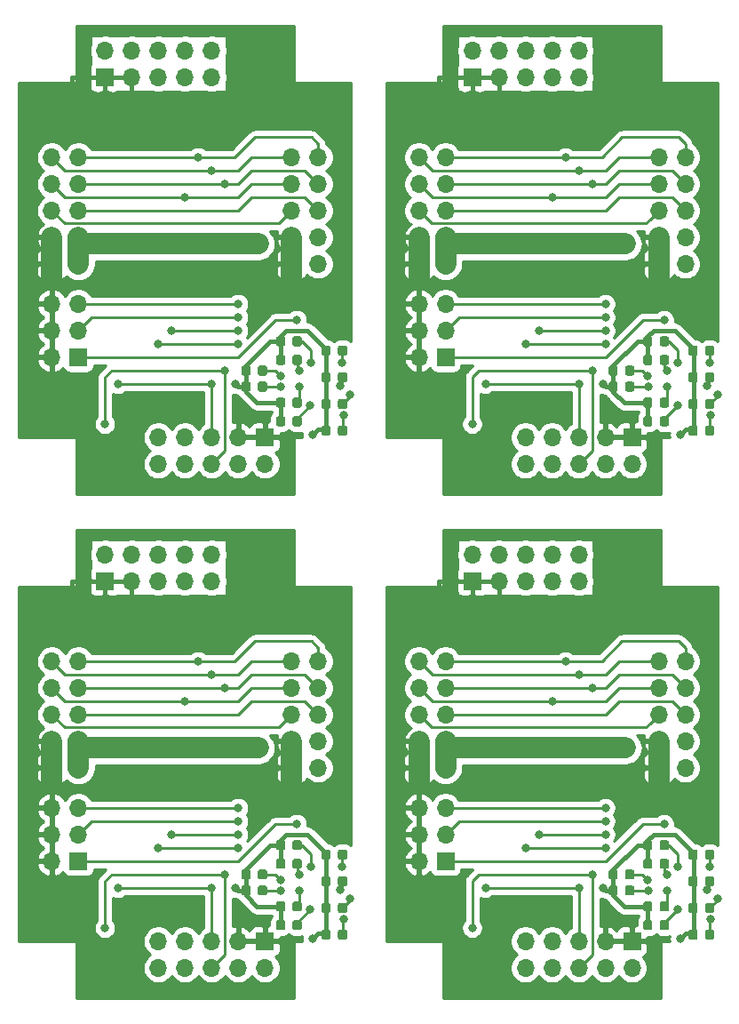
<source format=gbl>
%TF.GenerationSoftware,KiCad,Pcbnew,(5.1.5)-3*%
%TF.CreationDate,2020-07-19T12:12:02+02:00*%
%TF.ProjectId,REM-MH_4,52454d2d-4d48-45f3-942e-6b696361645f,V1.0*%
%TF.SameCoordinates,Original*%
%TF.FileFunction,Copper,L2,Bot*%
%TF.FilePolarity,Positive*%
%FSLAX46Y46*%
G04 Gerber Fmt 4.6, Leading zero omitted, Abs format (unit mm)*
G04 Created by KiCad (PCBNEW (5.1.5)-3) date 2020-07-19 12:12:02*
%MOMM*%
%LPD*%
G04 APERTURE LIST*
%ADD10C,0.100000*%
%ADD11O,1.700000X1.700000*%
%ADD12R,1.700000X1.700000*%
%ADD13C,0.800000*%
%ADD14C,0.250000*%
%ADD15C,0.400000*%
%ADD16C,2.000000*%
%ADD17C,0.254000*%
G04 APERTURE END LIST*
%TA.AperFunction,SMDPad,CuDef*%
D10*
G36*
X122443691Y-134040053D02*
G01*
X122464926Y-134043203D01*
X122485750Y-134048419D01*
X122505962Y-134055651D01*
X122525368Y-134064830D01*
X122543781Y-134075866D01*
X122561024Y-134088654D01*
X122576930Y-134103070D01*
X122591346Y-134118976D01*
X122604134Y-134136219D01*
X122615170Y-134154632D01*
X122624349Y-134174038D01*
X122631581Y-134194250D01*
X122636797Y-134215074D01*
X122639947Y-134236309D01*
X122641000Y-134257750D01*
X122641000Y-134770250D01*
X122639947Y-134791691D01*
X122636797Y-134812926D01*
X122631581Y-134833750D01*
X122624349Y-134853962D01*
X122615170Y-134873368D01*
X122604134Y-134891781D01*
X122591346Y-134909024D01*
X122576930Y-134924930D01*
X122561024Y-134939346D01*
X122543781Y-134952134D01*
X122525368Y-134963170D01*
X122505962Y-134972349D01*
X122485750Y-134979581D01*
X122464926Y-134984797D01*
X122443691Y-134987947D01*
X122422250Y-134989000D01*
X121984750Y-134989000D01*
X121963309Y-134987947D01*
X121942074Y-134984797D01*
X121921250Y-134979581D01*
X121901038Y-134972349D01*
X121881632Y-134963170D01*
X121863219Y-134952134D01*
X121845976Y-134939346D01*
X121830070Y-134924930D01*
X121815654Y-134909024D01*
X121802866Y-134891781D01*
X121791830Y-134873368D01*
X121782651Y-134853962D01*
X121775419Y-134833750D01*
X121770203Y-134812926D01*
X121767053Y-134791691D01*
X121766000Y-134770250D01*
X121766000Y-134257750D01*
X121767053Y-134236309D01*
X121770203Y-134215074D01*
X121775419Y-134194250D01*
X121782651Y-134174038D01*
X121791830Y-134154632D01*
X121802866Y-134136219D01*
X121815654Y-134118976D01*
X121830070Y-134103070D01*
X121845976Y-134088654D01*
X121863219Y-134075866D01*
X121881632Y-134064830D01*
X121901038Y-134055651D01*
X121921250Y-134048419D01*
X121942074Y-134043203D01*
X121963309Y-134040053D01*
X121984750Y-134039000D01*
X122422250Y-134039000D01*
X122443691Y-134040053D01*
G37*
%TD.AperFunction*%
%TA.AperFunction,SMDPad,CuDef*%
G36*
X120868691Y-134040053D02*
G01*
X120889926Y-134043203D01*
X120910750Y-134048419D01*
X120930962Y-134055651D01*
X120950368Y-134064830D01*
X120968781Y-134075866D01*
X120986024Y-134088654D01*
X121001930Y-134103070D01*
X121016346Y-134118976D01*
X121029134Y-134136219D01*
X121040170Y-134154632D01*
X121049349Y-134174038D01*
X121056581Y-134194250D01*
X121061797Y-134215074D01*
X121064947Y-134236309D01*
X121066000Y-134257750D01*
X121066000Y-134770250D01*
X121064947Y-134791691D01*
X121061797Y-134812926D01*
X121056581Y-134833750D01*
X121049349Y-134853962D01*
X121040170Y-134873368D01*
X121029134Y-134891781D01*
X121016346Y-134909024D01*
X121001930Y-134924930D01*
X120986024Y-134939346D01*
X120968781Y-134952134D01*
X120950368Y-134963170D01*
X120930962Y-134972349D01*
X120910750Y-134979581D01*
X120889926Y-134984797D01*
X120868691Y-134987947D01*
X120847250Y-134989000D01*
X120409750Y-134989000D01*
X120388309Y-134987947D01*
X120367074Y-134984797D01*
X120346250Y-134979581D01*
X120326038Y-134972349D01*
X120306632Y-134963170D01*
X120288219Y-134952134D01*
X120270976Y-134939346D01*
X120255070Y-134924930D01*
X120240654Y-134909024D01*
X120227866Y-134891781D01*
X120216830Y-134873368D01*
X120207651Y-134853962D01*
X120200419Y-134833750D01*
X120195203Y-134812926D01*
X120192053Y-134791691D01*
X120191000Y-134770250D01*
X120191000Y-134257750D01*
X120192053Y-134236309D01*
X120195203Y-134215074D01*
X120200419Y-134194250D01*
X120207651Y-134174038D01*
X120216830Y-134154632D01*
X120227866Y-134136219D01*
X120240654Y-134118976D01*
X120255070Y-134103070D01*
X120270976Y-134088654D01*
X120288219Y-134075866D01*
X120306632Y-134064830D01*
X120326038Y-134055651D01*
X120346250Y-134048419D01*
X120367074Y-134043203D01*
X120388309Y-134040053D01*
X120409750Y-134039000D01*
X120847250Y-134039000D01*
X120868691Y-134040053D01*
G37*
%TD.AperFunction*%
%TA.AperFunction,SMDPad,CuDef*%
G36*
X119141691Y-135056053D02*
G01*
X119162926Y-135059203D01*
X119183750Y-135064419D01*
X119203962Y-135071651D01*
X119223368Y-135080830D01*
X119241781Y-135091866D01*
X119259024Y-135104654D01*
X119274930Y-135119070D01*
X119289346Y-135134976D01*
X119302134Y-135152219D01*
X119313170Y-135170632D01*
X119322349Y-135190038D01*
X119329581Y-135210250D01*
X119334797Y-135231074D01*
X119337947Y-135252309D01*
X119339000Y-135273750D01*
X119339000Y-135786250D01*
X119337947Y-135807691D01*
X119334797Y-135828926D01*
X119329581Y-135849750D01*
X119322349Y-135869962D01*
X119313170Y-135889368D01*
X119302134Y-135907781D01*
X119289346Y-135925024D01*
X119274930Y-135940930D01*
X119259024Y-135955346D01*
X119241781Y-135968134D01*
X119223368Y-135979170D01*
X119203962Y-135988349D01*
X119183750Y-135995581D01*
X119162926Y-136000797D01*
X119141691Y-136003947D01*
X119120250Y-136005000D01*
X118682750Y-136005000D01*
X118661309Y-136003947D01*
X118640074Y-136000797D01*
X118619250Y-135995581D01*
X118599038Y-135988349D01*
X118579632Y-135979170D01*
X118561219Y-135968134D01*
X118543976Y-135955346D01*
X118528070Y-135940930D01*
X118513654Y-135925024D01*
X118500866Y-135907781D01*
X118489830Y-135889368D01*
X118480651Y-135869962D01*
X118473419Y-135849750D01*
X118468203Y-135828926D01*
X118465053Y-135807691D01*
X118464000Y-135786250D01*
X118464000Y-135273750D01*
X118465053Y-135252309D01*
X118468203Y-135231074D01*
X118473419Y-135210250D01*
X118480651Y-135190038D01*
X118489830Y-135170632D01*
X118500866Y-135152219D01*
X118513654Y-135134976D01*
X118528070Y-135119070D01*
X118543976Y-135104654D01*
X118561219Y-135091866D01*
X118579632Y-135080830D01*
X118599038Y-135071651D01*
X118619250Y-135064419D01*
X118640074Y-135059203D01*
X118661309Y-135056053D01*
X118682750Y-135055000D01*
X119120250Y-135055000D01*
X119141691Y-135056053D01*
G37*
%TD.AperFunction*%
%TA.AperFunction,SMDPad,CuDef*%
G36*
X117566691Y-135056053D02*
G01*
X117587926Y-135059203D01*
X117608750Y-135064419D01*
X117628962Y-135071651D01*
X117648368Y-135080830D01*
X117666781Y-135091866D01*
X117684024Y-135104654D01*
X117699930Y-135119070D01*
X117714346Y-135134976D01*
X117727134Y-135152219D01*
X117738170Y-135170632D01*
X117747349Y-135190038D01*
X117754581Y-135210250D01*
X117759797Y-135231074D01*
X117762947Y-135252309D01*
X117764000Y-135273750D01*
X117764000Y-135786250D01*
X117762947Y-135807691D01*
X117759797Y-135828926D01*
X117754581Y-135849750D01*
X117747349Y-135869962D01*
X117738170Y-135889368D01*
X117727134Y-135907781D01*
X117714346Y-135925024D01*
X117699930Y-135940930D01*
X117684024Y-135955346D01*
X117666781Y-135968134D01*
X117648368Y-135979170D01*
X117628962Y-135988349D01*
X117608750Y-135995581D01*
X117587926Y-136000797D01*
X117566691Y-136003947D01*
X117545250Y-136005000D01*
X117107750Y-136005000D01*
X117086309Y-136003947D01*
X117065074Y-136000797D01*
X117044250Y-135995581D01*
X117024038Y-135988349D01*
X117004632Y-135979170D01*
X116986219Y-135968134D01*
X116968976Y-135955346D01*
X116953070Y-135940930D01*
X116938654Y-135925024D01*
X116925866Y-135907781D01*
X116914830Y-135889368D01*
X116905651Y-135869962D01*
X116898419Y-135849750D01*
X116893203Y-135828926D01*
X116890053Y-135807691D01*
X116889000Y-135786250D01*
X116889000Y-135273750D01*
X116890053Y-135252309D01*
X116893203Y-135231074D01*
X116898419Y-135210250D01*
X116905651Y-135190038D01*
X116914830Y-135170632D01*
X116925866Y-135152219D01*
X116938654Y-135134976D01*
X116953070Y-135119070D01*
X116968976Y-135104654D01*
X116986219Y-135091866D01*
X117004632Y-135080830D01*
X117024038Y-135071651D01*
X117044250Y-135064419D01*
X117065074Y-135059203D01*
X117086309Y-135056053D01*
X117107750Y-135055000D01*
X117545250Y-135055000D01*
X117566691Y-135056053D01*
G37*
%TD.AperFunction*%
D11*
X114050000Y-105050000D03*
X114050000Y-107590000D03*
X111510000Y-105050000D03*
X111510000Y-107590000D03*
X108970000Y-105050000D03*
X108970000Y-107590000D03*
X106430000Y-105050000D03*
X106430000Y-107590000D03*
X103890000Y-105050000D03*
D12*
X103890000Y-107590000D03*
%TA.AperFunction,SMDPad,CuDef*%
D10*
G36*
X126761691Y-133151053D02*
G01*
X126782926Y-133154203D01*
X126803750Y-133159419D01*
X126823962Y-133166651D01*
X126843368Y-133175830D01*
X126861781Y-133186866D01*
X126879024Y-133199654D01*
X126894930Y-133214070D01*
X126909346Y-133229976D01*
X126922134Y-133247219D01*
X126933170Y-133265632D01*
X126942349Y-133285038D01*
X126949581Y-133305250D01*
X126954797Y-133326074D01*
X126957947Y-133347309D01*
X126959000Y-133368750D01*
X126959000Y-133881250D01*
X126957947Y-133902691D01*
X126954797Y-133923926D01*
X126949581Y-133944750D01*
X126942349Y-133964962D01*
X126933170Y-133984368D01*
X126922134Y-134002781D01*
X126909346Y-134020024D01*
X126894930Y-134035930D01*
X126879024Y-134050346D01*
X126861781Y-134063134D01*
X126843368Y-134074170D01*
X126823962Y-134083349D01*
X126803750Y-134090581D01*
X126782926Y-134095797D01*
X126761691Y-134098947D01*
X126740250Y-134100000D01*
X126302750Y-134100000D01*
X126281309Y-134098947D01*
X126260074Y-134095797D01*
X126239250Y-134090581D01*
X126219038Y-134083349D01*
X126199632Y-134074170D01*
X126181219Y-134063134D01*
X126163976Y-134050346D01*
X126148070Y-134035930D01*
X126133654Y-134020024D01*
X126120866Y-134002781D01*
X126109830Y-133984368D01*
X126100651Y-133964962D01*
X126093419Y-133944750D01*
X126088203Y-133923926D01*
X126085053Y-133902691D01*
X126084000Y-133881250D01*
X126084000Y-133368750D01*
X126085053Y-133347309D01*
X126088203Y-133326074D01*
X126093419Y-133305250D01*
X126100651Y-133285038D01*
X126109830Y-133265632D01*
X126120866Y-133247219D01*
X126133654Y-133229976D01*
X126148070Y-133214070D01*
X126163976Y-133199654D01*
X126181219Y-133186866D01*
X126199632Y-133175830D01*
X126219038Y-133166651D01*
X126239250Y-133159419D01*
X126260074Y-133154203D01*
X126281309Y-133151053D01*
X126302750Y-133150000D01*
X126740250Y-133150000D01*
X126761691Y-133151053D01*
G37*
%TD.AperFunction*%
%TA.AperFunction,SMDPad,CuDef*%
G36*
X125186691Y-133151053D02*
G01*
X125207926Y-133154203D01*
X125228750Y-133159419D01*
X125248962Y-133166651D01*
X125268368Y-133175830D01*
X125286781Y-133186866D01*
X125304024Y-133199654D01*
X125319930Y-133214070D01*
X125334346Y-133229976D01*
X125347134Y-133247219D01*
X125358170Y-133265632D01*
X125367349Y-133285038D01*
X125374581Y-133305250D01*
X125379797Y-133326074D01*
X125382947Y-133347309D01*
X125384000Y-133368750D01*
X125384000Y-133881250D01*
X125382947Y-133902691D01*
X125379797Y-133923926D01*
X125374581Y-133944750D01*
X125367349Y-133964962D01*
X125358170Y-133984368D01*
X125347134Y-134002781D01*
X125334346Y-134020024D01*
X125319930Y-134035930D01*
X125304024Y-134050346D01*
X125286781Y-134063134D01*
X125268368Y-134074170D01*
X125248962Y-134083349D01*
X125228750Y-134090581D01*
X125207926Y-134095797D01*
X125186691Y-134098947D01*
X125165250Y-134100000D01*
X124727750Y-134100000D01*
X124706309Y-134098947D01*
X124685074Y-134095797D01*
X124664250Y-134090581D01*
X124644038Y-134083349D01*
X124624632Y-134074170D01*
X124606219Y-134063134D01*
X124588976Y-134050346D01*
X124573070Y-134035930D01*
X124558654Y-134020024D01*
X124545866Y-134002781D01*
X124534830Y-133984368D01*
X124525651Y-133964962D01*
X124518419Y-133944750D01*
X124513203Y-133923926D01*
X124510053Y-133902691D01*
X124509000Y-133881250D01*
X124509000Y-133368750D01*
X124510053Y-133347309D01*
X124513203Y-133326074D01*
X124518419Y-133305250D01*
X124525651Y-133285038D01*
X124534830Y-133265632D01*
X124545866Y-133247219D01*
X124558654Y-133229976D01*
X124573070Y-133214070D01*
X124588976Y-133199654D01*
X124606219Y-133186866D01*
X124624632Y-133175830D01*
X124644038Y-133166651D01*
X124664250Y-133159419D01*
X124685074Y-133154203D01*
X124706309Y-133151053D01*
X124727750Y-133150000D01*
X125165250Y-133150000D01*
X125186691Y-133151053D01*
G37*
%TD.AperFunction*%
D11*
X108970000Y-144420000D03*
X108970000Y-141880000D03*
X111510000Y-144420000D03*
X111510000Y-141880000D03*
X114050000Y-144420000D03*
X114050000Y-141880000D03*
X116590000Y-144420000D03*
X116590000Y-141880000D03*
X119130000Y-144420000D03*
D12*
X119130000Y-141880000D03*
%TA.AperFunction,SMDPad,CuDef*%
D10*
G36*
X126761691Y-138231053D02*
G01*
X126782926Y-138234203D01*
X126803750Y-138239419D01*
X126823962Y-138246651D01*
X126843368Y-138255830D01*
X126861781Y-138266866D01*
X126879024Y-138279654D01*
X126894930Y-138294070D01*
X126909346Y-138309976D01*
X126922134Y-138327219D01*
X126933170Y-138345632D01*
X126942349Y-138365038D01*
X126949581Y-138385250D01*
X126954797Y-138406074D01*
X126957947Y-138427309D01*
X126959000Y-138448750D01*
X126959000Y-138961250D01*
X126957947Y-138982691D01*
X126954797Y-139003926D01*
X126949581Y-139024750D01*
X126942349Y-139044962D01*
X126933170Y-139064368D01*
X126922134Y-139082781D01*
X126909346Y-139100024D01*
X126894930Y-139115930D01*
X126879024Y-139130346D01*
X126861781Y-139143134D01*
X126843368Y-139154170D01*
X126823962Y-139163349D01*
X126803750Y-139170581D01*
X126782926Y-139175797D01*
X126761691Y-139178947D01*
X126740250Y-139180000D01*
X126302750Y-139180000D01*
X126281309Y-139178947D01*
X126260074Y-139175797D01*
X126239250Y-139170581D01*
X126219038Y-139163349D01*
X126199632Y-139154170D01*
X126181219Y-139143134D01*
X126163976Y-139130346D01*
X126148070Y-139115930D01*
X126133654Y-139100024D01*
X126120866Y-139082781D01*
X126109830Y-139064368D01*
X126100651Y-139044962D01*
X126093419Y-139024750D01*
X126088203Y-139003926D01*
X126085053Y-138982691D01*
X126084000Y-138961250D01*
X126084000Y-138448750D01*
X126085053Y-138427309D01*
X126088203Y-138406074D01*
X126093419Y-138385250D01*
X126100651Y-138365038D01*
X126109830Y-138345632D01*
X126120866Y-138327219D01*
X126133654Y-138309976D01*
X126148070Y-138294070D01*
X126163976Y-138279654D01*
X126181219Y-138266866D01*
X126199632Y-138255830D01*
X126219038Y-138246651D01*
X126239250Y-138239419D01*
X126260074Y-138234203D01*
X126281309Y-138231053D01*
X126302750Y-138230000D01*
X126740250Y-138230000D01*
X126761691Y-138231053D01*
G37*
%TD.AperFunction*%
%TA.AperFunction,SMDPad,CuDef*%
G36*
X125186691Y-138231053D02*
G01*
X125207926Y-138234203D01*
X125228750Y-138239419D01*
X125248962Y-138246651D01*
X125268368Y-138255830D01*
X125286781Y-138266866D01*
X125304024Y-138279654D01*
X125319930Y-138294070D01*
X125334346Y-138309976D01*
X125347134Y-138327219D01*
X125358170Y-138345632D01*
X125367349Y-138365038D01*
X125374581Y-138385250D01*
X125379797Y-138406074D01*
X125382947Y-138427309D01*
X125384000Y-138448750D01*
X125384000Y-138961250D01*
X125382947Y-138982691D01*
X125379797Y-139003926D01*
X125374581Y-139024750D01*
X125367349Y-139044962D01*
X125358170Y-139064368D01*
X125347134Y-139082781D01*
X125334346Y-139100024D01*
X125319930Y-139115930D01*
X125304024Y-139130346D01*
X125286781Y-139143134D01*
X125268368Y-139154170D01*
X125248962Y-139163349D01*
X125228750Y-139170581D01*
X125207926Y-139175797D01*
X125186691Y-139178947D01*
X125165250Y-139180000D01*
X124727750Y-139180000D01*
X124706309Y-139178947D01*
X124685074Y-139175797D01*
X124664250Y-139170581D01*
X124644038Y-139163349D01*
X124624632Y-139154170D01*
X124606219Y-139143134D01*
X124588976Y-139130346D01*
X124573070Y-139115930D01*
X124558654Y-139100024D01*
X124545866Y-139082781D01*
X124534830Y-139064368D01*
X124525651Y-139044962D01*
X124518419Y-139024750D01*
X124513203Y-139003926D01*
X124510053Y-138982691D01*
X124509000Y-138961250D01*
X124509000Y-138448750D01*
X124510053Y-138427309D01*
X124513203Y-138406074D01*
X124518419Y-138385250D01*
X124525651Y-138365038D01*
X124534830Y-138345632D01*
X124545866Y-138327219D01*
X124558654Y-138309976D01*
X124573070Y-138294070D01*
X124588976Y-138279654D01*
X124606219Y-138266866D01*
X124624632Y-138255830D01*
X124644038Y-138246651D01*
X124664250Y-138239419D01*
X124685074Y-138234203D01*
X124706309Y-138231053D01*
X124727750Y-138230000D01*
X125165250Y-138230000D01*
X125186691Y-138231053D01*
G37*
%TD.AperFunction*%
%TA.AperFunction,SMDPad,CuDef*%
G36*
X126761691Y-135691053D02*
G01*
X126782926Y-135694203D01*
X126803750Y-135699419D01*
X126823962Y-135706651D01*
X126843368Y-135715830D01*
X126861781Y-135726866D01*
X126879024Y-135739654D01*
X126894930Y-135754070D01*
X126909346Y-135769976D01*
X126922134Y-135787219D01*
X126933170Y-135805632D01*
X126942349Y-135825038D01*
X126949581Y-135845250D01*
X126954797Y-135866074D01*
X126957947Y-135887309D01*
X126959000Y-135908750D01*
X126959000Y-136421250D01*
X126957947Y-136442691D01*
X126954797Y-136463926D01*
X126949581Y-136484750D01*
X126942349Y-136504962D01*
X126933170Y-136524368D01*
X126922134Y-136542781D01*
X126909346Y-136560024D01*
X126894930Y-136575930D01*
X126879024Y-136590346D01*
X126861781Y-136603134D01*
X126843368Y-136614170D01*
X126823962Y-136623349D01*
X126803750Y-136630581D01*
X126782926Y-136635797D01*
X126761691Y-136638947D01*
X126740250Y-136640000D01*
X126302750Y-136640000D01*
X126281309Y-136638947D01*
X126260074Y-136635797D01*
X126239250Y-136630581D01*
X126219038Y-136623349D01*
X126199632Y-136614170D01*
X126181219Y-136603134D01*
X126163976Y-136590346D01*
X126148070Y-136575930D01*
X126133654Y-136560024D01*
X126120866Y-136542781D01*
X126109830Y-136524368D01*
X126100651Y-136504962D01*
X126093419Y-136484750D01*
X126088203Y-136463926D01*
X126085053Y-136442691D01*
X126084000Y-136421250D01*
X126084000Y-135908750D01*
X126085053Y-135887309D01*
X126088203Y-135866074D01*
X126093419Y-135845250D01*
X126100651Y-135825038D01*
X126109830Y-135805632D01*
X126120866Y-135787219D01*
X126133654Y-135769976D01*
X126148070Y-135754070D01*
X126163976Y-135739654D01*
X126181219Y-135726866D01*
X126199632Y-135715830D01*
X126219038Y-135706651D01*
X126239250Y-135699419D01*
X126260074Y-135694203D01*
X126281309Y-135691053D01*
X126302750Y-135690000D01*
X126740250Y-135690000D01*
X126761691Y-135691053D01*
G37*
%TD.AperFunction*%
%TA.AperFunction,SMDPad,CuDef*%
G36*
X125186691Y-135691053D02*
G01*
X125207926Y-135694203D01*
X125228750Y-135699419D01*
X125248962Y-135706651D01*
X125268368Y-135715830D01*
X125286781Y-135726866D01*
X125304024Y-135739654D01*
X125319930Y-135754070D01*
X125334346Y-135769976D01*
X125347134Y-135787219D01*
X125358170Y-135805632D01*
X125367349Y-135825038D01*
X125374581Y-135845250D01*
X125379797Y-135866074D01*
X125382947Y-135887309D01*
X125384000Y-135908750D01*
X125384000Y-136421250D01*
X125382947Y-136442691D01*
X125379797Y-136463926D01*
X125374581Y-136484750D01*
X125367349Y-136504962D01*
X125358170Y-136524368D01*
X125347134Y-136542781D01*
X125334346Y-136560024D01*
X125319930Y-136575930D01*
X125304024Y-136590346D01*
X125286781Y-136603134D01*
X125268368Y-136614170D01*
X125248962Y-136623349D01*
X125228750Y-136630581D01*
X125207926Y-136635797D01*
X125186691Y-136638947D01*
X125165250Y-136640000D01*
X124727750Y-136640000D01*
X124706309Y-136638947D01*
X124685074Y-136635797D01*
X124664250Y-136630581D01*
X124644038Y-136623349D01*
X124624632Y-136614170D01*
X124606219Y-136603134D01*
X124588976Y-136590346D01*
X124573070Y-136575930D01*
X124558654Y-136560024D01*
X124545866Y-136542781D01*
X124534830Y-136524368D01*
X124525651Y-136504962D01*
X124518419Y-136484750D01*
X124513203Y-136463926D01*
X124510053Y-136442691D01*
X124509000Y-136421250D01*
X124509000Y-135908750D01*
X124510053Y-135887309D01*
X124513203Y-135866074D01*
X124518419Y-135845250D01*
X124525651Y-135825038D01*
X124534830Y-135805632D01*
X124545866Y-135787219D01*
X124558654Y-135769976D01*
X124573070Y-135754070D01*
X124588976Y-135739654D01*
X124606219Y-135726866D01*
X124624632Y-135715830D01*
X124644038Y-135706651D01*
X124664250Y-135699419D01*
X124685074Y-135694203D01*
X124706309Y-135691053D01*
X124727750Y-135690000D01*
X125165250Y-135690000D01*
X125186691Y-135691053D01*
G37*
%TD.AperFunction*%
%TA.AperFunction,SMDPad,CuDef*%
G36*
X122443691Y-132262053D02*
G01*
X122464926Y-132265203D01*
X122485750Y-132270419D01*
X122505962Y-132277651D01*
X122525368Y-132286830D01*
X122543781Y-132297866D01*
X122561024Y-132310654D01*
X122576930Y-132325070D01*
X122591346Y-132340976D01*
X122604134Y-132358219D01*
X122615170Y-132376632D01*
X122624349Y-132396038D01*
X122631581Y-132416250D01*
X122636797Y-132437074D01*
X122639947Y-132458309D01*
X122641000Y-132479750D01*
X122641000Y-132992250D01*
X122639947Y-133013691D01*
X122636797Y-133034926D01*
X122631581Y-133055750D01*
X122624349Y-133075962D01*
X122615170Y-133095368D01*
X122604134Y-133113781D01*
X122591346Y-133131024D01*
X122576930Y-133146930D01*
X122561024Y-133161346D01*
X122543781Y-133174134D01*
X122525368Y-133185170D01*
X122505962Y-133194349D01*
X122485750Y-133201581D01*
X122464926Y-133206797D01*
X122443691Y-133209947D01*
X122422250Y-133211000D01*
X121984750Y-133211000D01*
X121963309Y-133209947D01*
X121942074Y-133206797D01*
X121921250Y-133201581D01*
X121901038Y-133194349D01*
X121881632Y-133185170D01*
X121863219Y-133174134D01*
X121845976Y-133161346D01*
X121830070Y-133146930D01*
X121815654Y-133131024D01*
X121802866Y-133113781D01*
X121791830Y-133095368D01*
X121782651Y-133075962D01*
X121775419Y-133055750D01*
X121770203Y-133034926D01*
X121767053Y-133013691D01*
X121766000Y-132992250D01*
X121766000Y-132479750D01*
X121767053Y-132458309D01*
X121770203Y-132437074D01*
X121775419Y-132416250D01*
X121782651Y-132396038D01*
X121791830Y-132376632D01*
X121802866Y-132358219D01*
X121815654Y-132340976D01*
X121830070Y-132325070D01*
X121845976Y-132310654D01*
X121863219Y-132297866D01*
X121881632Y-132286830D01*
X121901038Y-132277651D01*
X121921250Y-132270419D01*
X121942074Y-132265203D01*
X121963309Y-132262053D01*
X121984750Y-132261000D01*
X122422250Y-132261000D01*
X122443691Y-132262053D01*
G37*
%TD.AperFunction*%
%TA.AperFunction,SMDPad,CuDef*%
G36*
X120868691Y-132262053D02*
G01*
X120889926Y-132265203D01*
X120910750Y-132270419D01*
X120930962Y-132277651D01*
X120950368Y-132286830D01*
X120968781Y-132297866D01*
X120986024Y-132310654D01*
X121001930Y-132325070D01*
X121016346Y-132340976D01*
X121029134Y-132358219D01*
X121040170Y-132376632D01*
X121049349Y-132396038D01*
X121056581Y-132416250D01*
X121061797Y-132437074D01*
X121064947Y-132458309D01*
X121066000Y-132479750D01*
X121066000Y-132992250D01*
X121064947Y-133013691D01*
X121061797Y-133034926D01*
X121056581Y-133055750D01*
X121049349Y-133075962D01*
X121040170Y-133095368D01*
X121029134Y-133113781D01*
X121016346Y-133131024D01*
X121001930Y-133146930D01*
X120986024Y-133161346D01*
X120968781Y-133174134D01*
X120950368Y-133185170D01*
X120930962Y-133194349D01*
X120910750Y-133201581D01*
X120889926Y-133206797D01*
X120868691Y-133209947D01*
X120847250Y-133211000D01*
X120409750Y-133211000D01*
X120388309Y-133209947D01*
X120367074Y-133206797D01*
X120346250Y-133201581D01*
X120326038Y-133194349D01*
X120306632Y-133185170D01*
X120288219Y-133174134D01*
X120270976Y-133161346D01*
X120255070Y-133146930D01*
X120240654Y-133131024D01*
X120227866Y-133113781D01*
X120216830Y-133095368D01*
X120207651Y-133075962D01*
X120200419Y-133055750D01*
X120195203Y-133034926D01*
X120192053Y-133013691D01*
X120191000Y-132992250D01*
X120191000Y-132479750D01*
X120192053Y-132458309D01*
X120195203Y-132437074D01*
X120200419Y-132416250D01*
X120207651Y-132396038D01*
X120216830Y-132376632D01*
X120227866Y-132358219D01*
X120240654Y-132340976D01*
X120255070Y-132325070D01*
X120270976Y-132310654D01*
X120288219Y-132297866D01*
X120306632Y-132286830D01*
X120326038Y-132277651D01*
X120346250Y-132270419D01*
X120367074Y-132265203D01*
X120388309Y-132262053D01*
X120409750Y-132261000D01*
X120847250Y-132261000D01*
X120868691Y-132262053D01*
G37*
%TD.AperFunction*%
D11*
X98810000Y-129180000D03*
X101350000Y-129180000D03*
X98810000Y-131720000D03*
X101350000Y-131720000D03*
X98810000Y-134260000D03*
D12*
X101350000Y-134260000D03*
%TA.AperFunction,SMDPad,CuDef*%
D10*
G36*
X122443691Y-138104053D02*
G01*
X122464926Y-138107203D01*
X122485750Y-138112419D01*
X122505962Y-138119651D01*
X122525368Y-138128830D01*
X122543781Y-138139866D01*
X122561024Y-138152654D01*
X122576930Y-138167070D01*
X122591346Y-138182976D01*
X122604134Y-138200219D01*
X122615170Y-138218632D01*
X122624349Y-138238038D01*
X122631581Y-138258250D01*
X122636797Y-138279074D01*
X122639947Y-138300309D01*
X122641000Y-138321750D01*
X122641000Y-138834250D01*
X122639947Y-138855691D01*
X122636797Y-138876926D01*
X122631581Y-138897750D01*
X122624349Y-138917962D01*
X122615170Y-138937368D01*
X122604134Y-138955781D01*
X122591346Y-138973024D01*
X122576930Y-138988930D01*
X122561024Y-139003346D01*
X122543781Y-139016134D01*
X122525368Y-139027170D01*
X122505962Y-139036349D01*
X122485750Y-139043581D01*
X122464926Y-139048797D01*
X122443691Y-139051947D01*
X122422250Y-139053000D01*
X121984750Y-139053000D01*
X121963309Y-139051947D01*
X121942074Y-139048797D01*
X121921250Y-139043581D01*
X121901038Y-139036349D01*
X121881632Y-139027170D01*
X121863219Y-139016134D01*
X121845976Y-139003346D01*
X121830070Y-138988930D01*
X121815654Y-138973024D01*
X121802866Y-138955781D01*
X121791830Y-138937368D01*
X121782651Y-138917962D01*
X121775419Y-138897750D01*
X121770203Y-138876926D01*
X121767053Y-138855691D01*
X121766000Y-138834250D01*
X121766000Y-138321750D01*
X121767053Y-138300309D01*
X121770203Y-138279074D01*
X121775419Y-138258250D01*
X121782651Y-138238038D01*
X121791830Y-138218632D01*
X121802866Y-138200219D01*
X121815654Y-138182976D01*
X121830070Y-138167070D01*
X121845976Y-138152654D01*
X121863219Y-138139866D01*
X121881632Y-138128830D01*
X121901038Y-138119651D01*
X121921250Y-138112419D01*
X121942074Y-138107203D01*
X121963309Y-138104053D01*
X121984750Y-138103000D01*
X122422250Y-138103000D01*
X122443691Y-138104053D01*
G37*
%TD.AperFunction*%
%TA.AperFunction,SMDPad,CuDef*%
G36*
X120868691Y-138104053D02*
G01*
X120889926Y-138107203D01*
X120910750Y-138112419D01*
X120930962Y-138119651D01*
X120950368Y-138128830D01*
X120968781Y-138139866D01*
X120986024Y-138152654D01*
X121001930Y-138167070D01*
X121016346Y-138182976D01*
X121029134Y-138200219D01*
X121040170Y-138218632D01*
X121049349Y-138238038D01*
X121056581Y-138258250D01*
X121061797Y-138279074D01*
X121064947Y-138300309D01*
X121066000Y-138321750D01*
X121066000Y-138834250D01*
X121064947Y-138855691D01*
X121061797Y-138876926D01*
X121056581Y-138897750D01*
X121049349Y-138917962D01*
X121040170Y-138937368D01*
X121029134Y-138955781D01*
X121016346Y-138973024D01*
X121001930Y-138988930D01*
X120986024Y-139003346D01*
X120968781Y-139016134D01*
X120950368Y-139027170D01*
X120930962Y-139036349D01*
X120910750Y-139043581D01*
X120889926Y-139048797D01*
X120868691Y-139051947D01*
X120847250Y-139053000D01*
X120409750Y-139053000D01*
X120388309Y-139051947D01*
X120367074Y-139048797D01*
X120346250Y-139043581D01*
X120326038Y-139036349D01*
X120306632Y-139027170D01*
X120288219Y-139016134D01*
X120270976Y-139003346D01*
X120255070Y-138988930D01*
X120240654Y-138973024D01*
X120227866Y-138955781D01*
X120216830Y-138937368D01*
X120207651Y-138917962D01*
X120200419Y-138897750D01*
X120195203Y-138876926D01*
X120192053Y-138855691D01*
X120191000Y-138834250D01*
X120191000Y-138321750D01*
X120192053Y-138300309D01*
X120195203Y-138279074D01*
X120200419Y-138258250D01*
X120207651Y-138238038D01*
X120216830Y-138218632D01*
X120227866Y-138200219D01*
X120240654Y-138182976D01*
X120255070Y-138167070D01*
X120270976Y-138152654D01*
X120288219Y-138139866D01*
X120306632Y-138128830D01*
X120326038Y-138119651D01*
X120346250Y-138112419D01*
X120367074Y-138107203D01*
X120388309Y-138104053D01*
X120409750Y-138103000D01*
X120847250Y-138103000D01*
X120868691Y-138104053D01*
G37*
%TD.AperFunction*%
%TA.AperFunction,SMDPad,CuDef*%
G36*
X119141691Y-136580053D02*
G01*
X119162926Y-136583203D01*
X119183750Y-136588419D01*
X119203962Y-136595651D01*
X119223368Y-136604830D01*
X119241781Y-136615866D01*
X119259024Y-136628654D01*
X119274930Y-136643070D01*
X119289346Y-136658976D01*
X119302134Y-136676219D01*
X119313170Y-136694632D01*
X119322349Y-136714038D01*
X119329581Y-136734250D01*
X119334797Y-136755074D01*
X119337947Y-136776309D01*
X119339000Y-136797750D01*
X119339000Y-137310250D01*
X119337947Y-137331691D01*
X119334797Y-137352926D01*
X119329581Y-137373750D01*
X119322349Y-137393962D01*
X119313170Y-137413368D01*
X119302134Y-137431781D01*
X119289346Y-137449024D01*
X119274930Y-137464930D01*
X119259024Y-137479346D01*
X119241781Y-137492134D01*
X119223368Y-137503170D01*
X119203962Y-137512349D01*
X119183750Y-137519581D01*
X119162926Y-137524797D01*
X119141691Y-137527947D01*
X119120250Y-137529000D01*
X118682750Y-137529000D01*
X118661309Y-137527947D01*
X118640074Y-137524797D01*
X118619250Y-137519581D01*
X118599038Y-137512349D01*
X118579632Y-137503170D01*
X118561219Y-137492134D01*
X118543976Y-137479346D01*
X118528070Y-137464930D01*
X118513654Y-137449024D01*
X118500866Y-137431781D01*
X118489830Y-137413368D01*
X118480651Y-137393962D01*
X118473419Y-137373750D01*
X118468203Y-137352926D01*
X118465053Y-137331691D01*
X118464000Y-137310250D01*
X118464000Y-136797750D01*
X118465053Y-136776309D01*
X118468203Y-136755074D01*
X118473419Y-136734250D01*
X118480651Y-136714038D01*
X118489830Y-136694632D01*
X118500866Y-136676219D01*
X118513654Y-136658976D01*
X118528070Y-136643070D01*
X118543976Y-136628654D01*
X118561219Y-136615866D01*
X118579632Y-136604830D01*
X118599038Y-136595651D01*
X118619250Y-136588419D01*
X118640074Y-136583203D01*
X118661309Y-136580053D01*
X118682750Y-136579000D01*
X119120250Y-136579000D01*
X119141691Y-136580053D01*
G37*
%TD.AperFunction*%
%TA.AperFunction,SMDPad,CuDef*%
G36*
X117566691Y-136580053D02*
G01*
X117587926Y-136583203D01*
X117608750Y-136588419D01*
X117628962Y-136595651D01*
X117648368Y-136604830D01*
X117666781Y-136615866D01*
X117684024Y-136628654D01*
X117699930Y-136643070D01*
X117714346Y-136658976D01*
X117727134Y-136676219D01*
X117738170Y-136694632D01*
X117747349Y-136714038D01*
X117754581Y-136734250D01*
X117759797Y-136755074D01*
X117762947Y-136776309D01*
X117764000Y-136797750D01*
X117764000Y-137310250D01*
X117762947Y-137331691D01*
X117759797Y-137352926D01*
X117754581Y-137373750D01*
X117747349Y-137393962D01*
X117738170Y-137413368D01*
X117727134Y-137431781D01*
X117714346Y-137449024D01*
X117699930Y-137464930D01*
X117684024Y-137479346D01*
X117666781Y-137492134D01*
X117648368Y-137503170D01*
X117628962Y-137512349D01*
X117608750Y-137519581D01*
X117587926Y-137524797D01*
X117566691Y-137527947D01*
X117545250Y-137529000D01*
X117107750Y-137529000D01*
X117086309Y-137527947D01*
X117065074Y-137524797D01*
X117044250Y-137519581D01*
X117024038Y-137512349D01*
X117004632Y-137503170D01*
X116986219Y-137492134D01*
X116968976Y-137479346D01*
X116953070Y-137464930D01*
X116938654Y-137449024D01*
X116925866Y-137431781D01*
X116914830Y-137413368D01*
X116905651Y-137393962D01*
X116898419Y-137373750D01*
X116893203Y-137352926D01*
X116890053Y-137331691D01*
X116889000Y-137310250D01*
X116889000Y-136797750D01*
X116890053Y-136776309D01*
X116893203Y-136755074D01*
X116898419Y-136734250D01*
X116905651Y-136714038D01*
X116914830Y-136694632D01*
X116925866Y-136676219D01*
X116938654Y-136658976D01*
X116953070Y-136643070D01*
X116968976Y-136628654D01*
X116986219Y-136615866D01*
X117004632Y-136604830D01*
X117024038Y-136595651D01*
X117044250Y-136588419D01*
X117065074Y-136583203D01*
X117086309Y-136580053D01*
X117107750Y-136579000D01*
X117545250Y-136579000D01*
X117566691Y-136580053D01*
G37*
%TD.AperFunction*%
%TA.AperFunction,SMDPad,CuDef*%
G36*
X126761691Y-140771053D02*
G01*
X126782926Y-140774203D01*
X126803750Y-140779419D01*
X126823962Y-140786651D01*
X126843368Y-140795830D01*
X126861781Y-140806866D01*
X126879024Y-140819654D01*
X126894930Y-140834070D01*
X126909346Y-140849976D01*
X126922134Y-140867219D01*
X126933170Y-140885632D01*
X126942349Y-140905038D01*
X126949581Y-140925250D01*
X126954797Y-140946074D01*
X126957947Y-140967309D01*
X126959000Y-140988750D01*
X126959000Y-141501250D01*
X126957947Y-141522691D01*
X126954797Y-141543926D01*
X126949581Y-141564750D01*
X126942349Y-141584962D01*
X126933170Y-141604368D01*
X126922134Y-141622781D01*
X126909346Y-141640024D01*
X126894930Y-141655930D01*
X126879024Y-141670346D01*
X126861781Y-141683134D01*
X126843368Y-141694170D01*
X126823962Y-141703349D01*
X126803750Y-141710581D01*
X126782926Y-141715797D01*
X126761691Y-141718947D01*
X126740250Y-141720000D01*
X126302750Y-141720000D01*
X126281309Y-141718947D01*
X126260074Y-141715797D01*
X126239250Y-141710581D01*
X126219038Y-141703349D01*
X126199632Y-141694170D01*
X126181219Y-141683134D01*
X126163976Y-141670346D01*
X126148070Y-141655930D01*
X126133654Y-141640024D01*
X126120866Y-141622781D01*
X126109830Y-141604368D01*
X126100651Y-141584962D01*
X126093419Y-141564750D01*
X126088203Y-141543926D01*
X126085053Y-141522691D01*
X126084000Y-141501250D01*
X126084000Y-140988750D01*
X126085053Y-140967309D01*
X126088203Y-140946074D01*
X126093419Y-140925250D01*
X126100651Y-140905038D01*
X126109830Y-140885632D01*
X126120866Y-140867219D01*
X126133654Y-140849976D01*
X126148070Y-140834070D01*
X126163976Y-140819654D01*
X126181219Y-140806866D01*
X126199632Y-140795830D01*
X126219038Y-140786651D01*
X126239250Y-140779419D01*
X126260074Y-140774203D01*
X126281309Y-140771053D01*
X126302750Y-140770000D01*
X126740250Y-140770000D01*
X126761691Y-140771053D01*
G37*
%TD.AperFunction*%
%TA.AperFunction,SMDPad,CuDef*%
G36*
X125186691Y-140771053D02*
G01*
X125207926Y-140774203D01*
X125228750Y-140779419D01*
X125248962Y-140786651D01*
X125268368Y-140795830D01*
X125286781Y-140806866D01*
X125304024Y-140819654D01*
X125319930Y-140834070D01*
X125334346Y-140849976D01*
X125347134Y-140867219D01*
X125358170Y-140885632D01*
X125367349Y-140905038D01*
X125374581Y-140925250D01*
X125379797Y-140946074D01*
X125382947Y-140967309D01*
X125384000Y-140988750D01*
X125384000Y-141501250D01*
X125382947Y-141522691D01*
X125379797Y-141543926D01*
X125374581Y-141564750D01*
X125367349Y-141584962D01*
X125358170Y-141604368D01*
X125347134Y-141622781D01*
X125334346Y-141640024D01*
X125319930Y-141655930D01*
X125304024Y-141670346D01*
X125286781Y-141683134D01*
X125268368Y-141694170D01*
X125248962Y-141703349D01*
X125228750Y-141710581D01*
X125207926Y-141715797D01*
X125186691Y-141718947D01*
X125165250Y-141720000D01*
X124727750Y-141720000D01*
X124706309Y-141718947D01*
X124685074Y-141715797D01*
X124664250Y-141710581D01*
X124644038Y-141703349D01*
X124624632Y-141694170D01*
X124606219Y-141683134D01*
X124588976Y-141670346D01*
X124573070Y-141655930D01*
X124558654Y-141640024D01*
X124545866Y-141622781D01*
X124534830Y-141604368D01*
X124525651Y-141584962D01*
X124518419Y-141564750D01*
X124513203Y-141543926D01*
X124510053Y-141522691D01*
X124509000Y-141501250D01*
X124509000Y-140988750D01*
X124510053Y-140967309D01*
X124513203Y-140946074D01*
X124518419Y-140925250D01*
X124525651Y-140905038D01*
X124534830Y-140885632D01*
X124545866Y-140867219D01*
X124558654Y-140849976D01*
X124573070Y-140834070D01*
X124588976Y-140819654D01*
X124606219Y-140806866D01*
X124624632Y-140795830D01*
X124644038Y-140786651D01*
X124664250Y-140779419D01*
X124685074Y-140774203D01*
X124706309Y-140771053D01*
X124727750Y-140770000D01*
X125165250Y-140770000D01*
X125186691Y-140771053D01*
G37*
%TD.AperFunction*%
%TA.AperFunction,SMDPad,CuDef*%
G36*
X122443691Y-139882053D02*
G01*
X122464926Y-139885203D01*
X122485750Y-139890419D01*
X122505962Y-139897651D01*
X122525368Y-139906830D01*
X122543781Y-139917866D01*
X122561024Y-139930654D01*
X122576930Y-139945070D01*
X122591346Y-139960976D01*
X122604134Y-139978219D01*
X122615170Y-139996632D01*
X122624349Y-140016038D01*
X122631581Y-140036250D01*
X122636797Y-140057074D01*
X122639947Y-140078309D01*
X122641000Y-140099750D01*
X122641000Y-140612250D01*
X122639947Y-140633691D01*
X122636797Y-140654926D01*
X122631581Y-140675750D01*
X122624349Y-140695962D01*
X122615170Y-140715368D01*
X122604134Y-140733781D01*
X122591346Y-140751024D01*
X122576930Y-140766930D01*
X122561024Y-140781346D01*
X122543781Y-140794134D01*
X122525368Y-140805170D01*
X122505962Y-140814349D01*
X122485750Y-140821581D01*
X122464926Y-140826797D01*
X122443691Y-140829947D01*
X122422250Y-140831000D01*
X121984750Y-140831000D01*
X121963309Y-140829947D01*
X121942074Y-140826797D01*
X121921250Y-140821581D01*
X121901038Y-140814349D01*
X121881632Y-140805170D01*
X121863219Y-140794134D01*
X121845976Y-140781346D01*
X121830070Y-140766930D01*
X121815654Y-140751024D01*
X121802866Y-140733781D01*
X121791830Y-140715368D01*
X121782651Y-140695962D01*
X121775419Y-140675750D01*
X121770203Y-140654926D01*
X121767053Y-140633691D01*
X121766000Y-140612250D01*
X121766000Y-140099750D01*
X121767053Y-140078309D01*
X121770203Y-140057074D01*
X121775419Y-140036250D01*
X121782651Y-140016038D01*
X121791830Y-139996632D01*
X121802866Y-139978219D01*
X121815654Y-139960976D01*
X121830070Y-139945070D01*
X121845976Y-139930654D01*
X121863219Y-139917866D01*
X121881632Y-139906830D01*
X121901038Y-139897651D01*
X121921250Y-139890419D01*
X121942074Y-139885203D01*
X121963309Y-139882053D01*
X121984750Y-139881000D01*
X122422250Y-139881000D01*
X122443691Y-139882053D01*
G37*
%TD.AperFunction*%
%TA.AperFunction,SMDPad,CuDef*%
G36*
X120868691Y-139882053D02*
G01*
X120889926Y-139885203D01*
X120910750Y-139890419D01*
X120930962Y-139897651D01*
X120950368Y-139906830D01*
X120968781Y-139917866D01*
X120986024Y-139930654D01*
X121001930Y-139945070D01*
X121016346Y-139960976D01*
X121029134Y-139978219D01*
X121040170Y-139996632D01*
X121049349Y-140016038D01*
X121056581Y-140036250D01*
X121061797Y-140057074D01*
X121064947Y-140078309D01*
X121066000Y-140099750D01*
X121066000Y-140612250D01*
X121064947Y-140633691D01*
X121061797Y-140654926D01*
X121056581Y-140675750D01*
X121049349Y-140695962D01*
X121040170Y-140715368D01*
X121029134Y-140733781D01*
X121016346Y-140751024D01*
X121001930Y-140766930D01*
X120986024Y-140781346D01*
X120968781Y-140794134D01*
X120950368Y-140805170D01*
X120930962Y-140814349D01*
X120910750Y-140821581D01*
X120889926Y-140826797D01*
X120868691Y-140829947D01*
X120847250Y-140831000D01*
X120409750Y-140831000D01*
X120388309Y-140829947D01*
X120367074Y-140826797D01*
X120346250Y-140821581D01*
X120326038Y-140814349D01*
X120306632Y-140805170D01*
X120288219Y-140794134D01*
X120270976Y-140781346D01*
X120255070Y-140766930D01*
X120240654Y-140751024D01*
X120227866Y-140733781D01*
X120216830Y-140715368D01*
X120207651Y-140695962D01*
X120200419Y-140675750D01*
X120195203Y-140654926D01*
X120192053Y-140633691D01*
X120191000Y-140612250D01*
X120191000Y-140099750D01*
X120192053Y-140078309D01*
X120195203Y-140057074D01*
X120200419Y-140036250D01*
X120207651Y-140016038D01*
X120216830Y-139996632D01*
X120227866Y-139978219D01*
X120240654Y-139960976D01*
X120255070Y-139945070D01*
X120270976Y-139930654D01*
X120288219Y-139917866D01*
X120306632Y-139906830D01*
X120326038Y-139897651D01*
X120346250Y-139890419D01*
X120367074Y-139885203D01*
X120388309Y-139882053D01*
X120409750Y-139881000D01*
X120847250Y-139881000D01*
X120868691Y-139882053D01*
G37*
%TD.AperFunction*%
D11*
X124210000Y-115210000D03*
X121670000Y-115210000D03*
X124210000Y-117750000D03*
X121670000Y-117750000D03*
X124210000Y-120290000D03*
X121670000Y-120290000D03*
X124210000Y-122830000D03*
X121670000Y-122830000D03*
X124210000Y-125370000D03*
D12*
X121670000Y-125370000D03*
D11*
X101350000Y-115210000D03*
X98810000Y-115210000D03*
X101350000Y-117750000D03*
X98810000Y-117750000D03*
X101350000Y-120290000D03*
X98810000Y-120290000D03*
X101350000Y-122830000D03*
X98810000Y-122830000D03*
X101350000Y-125370000D03*
D12*
X98810000Y-125370000D03*
%TA.AperFunction,SMDPad,CuDef*%
D10*
G36*
X82566691Y-135056053D02*
G01*
X82587926Y-135059203D01*
X82608750Y-135064419D01*
X82628962Y-135071651D01*
X82648368Y-135080830D01*
X82666781Y-135091866D01*
X82684024Y-135104654D01*
X82699930Y-135119070D01*
X82714346Y-135134976D01*
X82727134Y-135152219D01*
X82738170Y-135170632D01*
X82747349Y-135190038D01*
X82754581Y-135210250D01*
X82759797Y-135231074D01*
X82762947Y-135252309D01*
X82764000Y-135273750D01*
X82764000Y-135786250D01*
X82762947Y-135807691D01*
X82759797Y-135828926D01*
X82754581Y-135849750D01*
X82747349Y-135869962D01*
X82738170Y-135889368D01*
X82727134Y-135907781D01*
X82714346Y-135925024D01*
X82699930Y-135940930D01*
X82684024Y-135955346D01*
X82666781Y-135968134D01*
X82648368Y-135979170D01*
X82628962Y-135988349D01*
X82608750Y-135995581D01*
X82587926Y-136000797D01*
X82566691Y-136003947D01*
X82545250Y-136005000D01*
X82107750Y-136005000D01*
X82086309Y-136003947D01*
X82065074Y-136000797D01*
X82044250Y-135995581D01*
X82024038Y-135988349D01*
X82004632Y-135979170D01*
X81986219Y-135968134D01*
X81968976Y-135955346D01*
X81953070Y-135940930D01*
X81938654Y-135925024D01*
X81925866Y-135907781D01*
X81914830Y-135889368D01*
X81905651Y-135869962D01*
X81898419Y-135849750D01*
X81893203Y-135828926D01*
X81890053Y-135807691D01*
X81889000Y-135786250D01*
X81889000Y-135273750D01*
X81890053Y-135252309D01*
X81893203Y-135231074D01*
X81898419Y-135210250D01*
X81905651Y-135190038D01*
X81914830Y-135170632D01*
X81925866Y-135152219D01*
X81938654Y-135134976D01*
X81953070Y-135119070D01*
X81968976Y-135104654D01*
X81986219Y-135091866D01*
X82004632Y-135080830D01*
X82024038Y-135071651D01*
X82044250Y-135064419D01*
X82065074Y-135059203D01*
X82086309Y-135056053D01*
X82107750Y-135055000D01*
X82545250Y-135055000D01*
X82566691Y-135056053D01*
G37*
%TD.AperFunction*%
%TA.AperFunction,SMDPad,CuDef*%
G36*
X84141691Y-135056053D02*
G01*
X84162926Y-135059203D01*
X84183750Y-135064419D01*
X84203962Y-135071651D01*
X84223368Y-135080830D01*
X84241781Y-135091866D01*
X84259024Y-135104654D01*
X84274930Y-135119070D01*
X84289346Y-135134976D01*
X84302134Y-135152219D01*
X84313170Y-135170632D01*
X84322349Y-135190038D01*
X84329581Y-135210250D01*
X84334797Y-135231074D01*
X84337947Y-135252309D01*
X84339000Y-135273750D01*
X84339000Y-135786250D01*
X84337947Y-135807691D01*
X84334797Y-135828926D01*
X84329581Y-135849750D01*
X84322349Y-135869962D01*
X84313170Y-135889368D01*
X84302134Y-135907781D01*
X84289346Y-135925024D01*
X84274930Y-135940930D01*
X84259024Y-135955346D01*
X84241781Y-135968134D01*
X84223368Y-135979170D01*
X84203962Y-135988349D01*
X84183750Y-135995581D01*
X84162926Y-136000797D01*
X84141691Y-136003947D01*
X84120250Y-136005000D01*
X83682750Y-136005000D01*
X83661309Y-136003947D01*
X83640074Y-136000797D01*
X83619250Y-135995581D01*
X83599038Y-135988349D01*
X83579632Y-135979170D01*
X83561219Y-135968134D01*
X83543976Y-135955346D01*
X83528070Y-135940930D01*
X83513654Y-135925024D01*
X83500866Y-135907781D01*
X83489830Y-135889368D01*
X83480651Y-135869962D01*
X83473419Y-135849750D01*
X83468203Y-135828926D01*
X83465053Y-135807691D01*
X83464000Y-135786250D01*
X83464000Y-135273750D01*
X83465053Y-135252309D01*
X83468203Y-135231074D01*
X83473419Y-135210250D01*
X83480651Y-135190038D01*
X83489830Y-135170632D01*
X83500866Y-135152219D01*
X83513654Y-135134976D01*
X83528070Y-135119070D01*
X83543976Y-135104654D01*
X83561219Y-135091866D01*
X83579632Y-135080830D01*
X83599038Y-135071651D01*
X83619250Y-135064419D01*
X83640074Y-135059203D01*
X83661309Y-135056053D01*
X83682750Y-135055000D01*
X84120250Y-135055000D01*
X84141691Y-135056053D01*
G37*
%TD.AperFunction*%
%TA.AperFunction,SMDPad,CuDef*%
G36*
X85868691Y-134040053D02*
G01*
X85889926Y-134043203D01*
X85910750Y-134048419D01*
X85930962Y-134055651D01*
X85950368Y-134064830D01*
X85968781Y-134075866D01*
X85986024Y-134088654D01*
X86001930Y-134103070D01*
X86016346Y-134118976D01*
X86029134Y-134136219D01*
X86040170Y-134154632D01*
X86049349Y-134174038D01*
X86056581Y-134194250D01*
X86061797Y-134215074D01*
X86064947Y-134236309D01*
X86066000Y-134257750D01*
X86066000Y-134770250D01*
X86064947Y-134791691D01*
X86061797Y-134812926D01*
X86056581Y-134833750D01*
X86049349Y-134853962D01*
X86040170Y-134873368D01*
X86029134Y-134891781D01*
X86016346Y-134909024D01*
X86001930Y-134924930D01*
X85986024Y-134939346D01*
X85968781Y-134952134D01*
X85950368Y-134963170D01*
X85930962Y-134972349D01*
X85910750Y-134979581D01*
X85889926Y-134984797D01*
X85868691Y-134987947D01*
X85847250Y-134989000D01*
X85409750Y-134989000D01*
X85388309Y-134987947D01*
X85367074Y-134984797D01*
X85346250Y-134979581D01*
X85326038Y-134972349D01*
X85306632Y-134963170D01*
X85288219Y-134952134D01*
X85270976Y-134939346D01*
X85255070Y-134924930D01*
X85240654Y-134909024D01*
X85227866Y-134891781D01*
X85216830Y-134873368D01*
X85207651Y-134853962D01*
X85200419Y-134833750D01*
X85195203Y-134812926D01*
X85192053Y-134791691D01*
X85191000Y-134770250D01*
X85191000Y-134257750D01*
X85192053Y-134236309D01*
X85195203Y-134215074D01*
X85200419Y-134194250D01*
X85207651Y-134174038D01*
X85216830Y-134154632D01*
X85227866Y-134136219D01*
X85240654Y-134118976D01*
X85255070Y-134103070D01*
X85270976Y-134088654D01*
X85288219Y-134075866D01*
X85306632Y-134064830D01*
X85326038Y-134055651D01*
X85346250Y-134048419D01*
X85367074Y-134043203D01*
X85388309Y-134040053D01*
X85409750Y-134039000D01*
X85847250Y-134039000D01*
X85868691Y-134040053D01*
G37*
%TD.AperFunction*%
%TA.AperFunction,SMDPad,CuDef*%
G36*
X87443691Y-134040053D02*
G01*
X87464926Y-134043203D01*
X87485750Y-134048419D01*
X87505962Y-134055651D01*
X87525368Y-134064830D01*
X87543781Y-134075866D01*
X87561024Y-134088654D01*
X87576930Y-134103070D01*
X87591346Y-134118976D01*
X87604134Y-134136219D01*
X87615170Y-134154632D01*
X87624349Y-134174038D01*
X87631581Y-134194250D01*
X87636797Y-134215074D01*
X87639947Y-134236309D01*
X87641000Y-134257750D01*
X87641000Y-134770250D01*
X87639947Y-134791691D01*
X87636797Y-134812926D01*
X87631581Y-134833750D01*
X87624349Y-134853962D01*
X87615170Y-134873368D01*
X87604134Y-134891781D01*
X87591346Y-134909024D01*
X87576930Y-134924930D01*
X87561024Y-134939346D01*
X87543781Y-134952134D01*
X87525368Y-134963170D01*
X87505962Y-134972349D01*
X87485750Y-134979581D01*
X87464926Y-134984797D01*
X87443691Y-134987947D01*
X87422250Y-134989000D01*
X86984750Y-134989000D01*
X86963309Y-134987947D01*
X86942074Y-134984797D01*
X86921250Y-134979581D01*
X86901038Y-134972349D01*
X86881632Y-134963170D01*
X86863219Y-134952134D01*
X86845976Y-134939346D01*
X86830070Y-134924930D01*
X86815654Y-134909024D01*
X86802866Y-134891781D01*
X86791830Y-134873368D01*
X86782651Y-134853962D01*
X86775419Y-134833750D01*
X86770203Y-134812926D01*
X86767053Y-134791691D01*
X86766000Y-134770250D01*
X86766000Y-134257750D01*
X86767053Y-134236309D01*
X86770203Y-134215074D01*
X86775419Y-134194250D01*
X86782651Y-134174038D01*
X86791830Y-134154632D01*
X86802866Y-134136219D01*
X86815654Y-134118976D01*
X86830070Y-134103070D01*
X86845976Y-134088654D01*
X86863219Y-134075866D01*
X86881632Y-134064830D01*
X86901038Y-134055651D01*
X86921250Y-134048419D01*
X86942074Y-134043203D01*
X86963309Y-134040053D01*
X86984750Y-134039000D01*
X87422250Y-134039000D01*
X87443691Y-134040053D01*
G37*
%TD.AperFunction*%
%TA.AperFunction,SMDPad,CuDef*%
G36*
X90186691Y-138231053D02*
G01*
X90207926Y-138234203D01*
X90228750Y-138239419D01*
X90248962Y-138246651D01*
X90268368Y-138255830D01*
X90286781Y-138266866D01*
X90304024Y-138279654D01*
X90319930Y-138294070D01*
X90334346Y-138309976D01*
X90347134Y-138327219D01*
X90358170Y-138345632D01*
X90367349Y-138365038D01*
X90374581Y-138385250D01*
X90379797Y-138406074D01*
X90382947Y-138427309D01*
X90384000Y-138448750D01*
X90384000Y-138961250D01*
X90382947Y-138982691D01*
X90379797Y-139003926D01*
X90374581Y-139024750D01*
X90367349Y-139044962D01*
X90358170Y-139064368D01*
X90347134Y-139082781D01*
X90334346Y-139100024D01*
X90319930Y-139115930D01*
X90304024Y-139130346D01*
X90286781Y-139143134D01*
X90268368Y-139154170D01*
X90248962Y-139163349D01*
X90228750Y-139170581D01*
X90207926Y-139175797D01*
X90186691Y-139178947D01*
X90165250Y-139180000D01*
X89727750Y-139180000D01*
X89706309Y-139178947D01*
X89685074Y-139175797D01*
X89664250Y-139170581D01*
X89644038Y-139163349D01*
X89624632Y-139154170D01*
X89606219Y-139143134D01*
X89588976Y-139130346D01*
X89573070Y-139115930D01*
X89558654Y-139100024D01*
X89545866Y-139082781D01*
X89534830Y-139064368D01*
X89525651Y-139044962D01*
X89518419Y-139024750D01*
X89513203Y-139003926D01*
X89510053Y-138982691D01*
X89509000Y-138961250D01*
X89509000Y-138448750D01*
X89510053Y-138427309D01*
X89513203Y-138406074D01*
X89518419Y-138385250D01*
X89525651Y-138365038D01*
X89534830Y-138345632D01*
X89545866Y-138327219D01*
X89558654Y-138309976D01*
X89573070Y-138294070D01*
X89588976Y-138279654D01*
X89606219Y-138266866D01*
X89624632Y-138255830D01*
X89644038Y-138246651D01*
X89664250Y-138239419D01*
X89685074Y-138234203D01*
X89706309Y-138231053D01*
X89727750Y-138230000D01*
X90165250Y-138230000D01*
X90186691Y-138231053D01*
G37*
%TD.AperFunction*%
%TA.AperFunction,SMDPad,CuDef*%
G36*
X91761691Y-138231053D02*
G01*
X91782926Y-138234203D01*
X91803750Y-138239419D01*
X91823962Y-138246651D01*
X91843368Y-138255830D01*
X91861781Y-138266866D01*
X91879024Y-138279654D01*
X91894930Y-138294070D01*
X91909346Y-138309976D01*
X91922134Y-138327219D01*
X91933170Y-138345632D01*
X91942349Y-138365038D01*
X91949581Y-138385250D01*
X91954797Y-138406074D01*
X91957947Y-138427309D01*
X91959000Y-138448750D01*
X91959000Y-138961250D01*
X91957947Y-138982691D01*
X91954797Y-139003926D01*
X91949581Y-139024750D01*
X91942349Y-139044962D01*
X91933170Y-139064368D01*
X91922134Y-139082781D01*
X91909346Y-139100024D01*
X91894930Y-139115930D01*
X91879024Y-139130346D01*
X91861781Y-139143134D01*
X91843368Y-139154170D01*
X91823962Y-139163349D01*
X91803750Y-139170581D01*
X91782926Y-139175797D01*
X91761691Y-139178947D01*
X91740250Y-139180000D01*
X91302750Y-139180000D01*
X91281309Y-139178947D01*
X91260074Y-139175797D01*
X91239250Y-139170581D01*
X91219038Y-139163349D01*
X91199632Y-139154170D01*
X91181219Y-139143134D01*
X91163976Y-139130346D01*
X91148070Y-139115930D01*
X91133654Y-139100024D01*
X91120866Y-139082781D01*
X91109830Y-139064368D01*
X91100651Y-139044962D01*
X91093419Y-139024750D01*
X91088203Y-139003926D01*
X91085053Y-138982691D01*
X91084000Y-138961250D01*
X91084000Y-138448750D01*
X91085053Y-138427309D01*
X91088203Y-138406074D01*
X91093419Y-138385250D01*
X91100651Y-138365038D01*
X91109830Y-138345632D01*
X91120866Y-138327219D01*
X91133654Y-138309976D01*
X91148070Y-138294070D01*
X91163976Y-138279654D01*
X91181219Y-138266866D01*
X91199632Y-138255830D01*
X91219038Y-138246651D01*
X91239250Y-138239419D01*
X91260074Y-138234203D01*
X91281309Y-138231053D01*
X91302750Y-138230000D01*
X91740250Y-138230000D01*
X91761691Y-138231053D01*
G37*
%TD.AperFunction*%
%TA.AperFunction,SMDPad,CuDef*%
G36*
X90186691Y-133151053D02*
G01*
X90207926Y-133154203D01*
X90228750Y-133159419D01*
X90248962Y-133166651D01*
X90268368Y-133175830D01*
X90286781Y-133186866D01*
X90304024Y-133199654D01*
X90319930Y-133214070D01*
X90334346Y-133229976D01*
X90347134Y-133247219D01*
X90358170Y-133265632D01*
X90367349Y-133285038D01*
X90374581Y-133305250D01*
X90379797Y-133326074D01*
X90382947Y-133347309D01*
X90384000Y-133368750D01*
X90384000Y-133881250D01*
X90382947Y-133902691D01*
X90379797Y-133923926D01*
X90374581Y-133944750D01*
X90367349Y-133964962D01*
X90358170Y-133984368D01*
X90347134Y-134002781D01*
X90334346Y-134020024D01*
X90319930Y-134035930D01*
X90304024Y-134050346D01*
X90286781Y-134063134D01*
X90268368Y-134074170D01*
X90248962Y-134083349D01*
X90228750Y-134090581D01*
X90207926Y-134095797D01*
X90186691Y-134098947D01*
X90165250Y-134100000D01*
X89727750Y-134100000D01*
X89706309Y-134098947D01*
X89685074Y-134095797D01*
X89664250Y-134090581D01*
X89644038Y-134083349D01*
X89624632Y-134074170D01*
X89606219Y-134063134D01*
X89588976Y-134050346D01*
X89573070Y-134035930D01*
X89558654Y-134020024D01*
X89545866Y-134002781D01*
X89534830Y-133984368D01*
X89525651Y-133964962D01*
X89518419Y-133944750D01*
X89513203Y-133923926D01*
X89510053Y-133902691D01*
X89509000Y-133881250D01*
X89509000Y-133368750D01*
X89510053Y-133347309D01*
X89513203Y-133326074D01*
X89518419Y-133305250D01*
X89525651Y-133285038D01*
X89534830Y-133265632D01*
X89545866Y-133247219D01*
X89558654Y-133229976D01*
X89573070Y-133214070D01*
X89588976Y-133199654D01*
X89606219Y-133186866D01*
X89624632Y-133175830D01*
X89644038Y-133166651D01*
X89664250Y-133159419D01*
X89685074Y-133154203D01*
X89706309Y-133151053D01*
X89727750Y-133150000D01*
X90165250Y-133150000D01*
X90186691Y-133151053D01*
G37*
%TD.AperFunction*%
%TA.AperFunction,SMDPad,CuDef*%
G36*
X91761691Y-133151053D02*
G01*
X91782926Y-133154203D01*
X91803750Y-133159419D01*
X91823962Y-133166651D01*
X91843368Y-133175830D01*
X91861781Y-133186866D01*
X91879024Y-133199654D01*
X91894930Y-133214070D01*
X91909346Y-133229976D01*
X91922134Y-133247219D01*
X91933170Y-133265632D01*
X91942349Y-133285038D01*
X91949581Y-133305250D01*
X91954797Y-133326074D01*
X91957947Y-133347309D01*
X91959000Y-133368750D01*
X91959000Y-133881250D01*
X91957947Y-133902691D01*
X91954797Y-133923926D01*
X91949581Y-133944750D01*
X91942349Y-133964962D01*
X91933170Y-133984368D01*
X91922134Y-134002781D01*
X91909346Y-134020024D01*
X91894930Y-134035930D01*
X91879024Y-134050346D01*
X91861781Y-134063134D01*
X91843368Y-134074170D01*
X91823962Y-134083349D01*
X91803750Y-134090581D01*
X91782926Y-134095797D01*
X91761691Y-134098947D01*
X91740250Y-134100000D01*
X91302750Y-134100000D01*
X91281309Y-134098947D01*
X91260074Y-134095797D01*
X91239250Y-134090581D01*
X91219038Y-134083349D01*
X91199632Y-134074170D01*
X91181219Y-134063134D01*
X91163976Y-134050346D01*
X91148070Y-134035930D01*
X91133654Y-134020024D01*
X91120866Y-134002781D01*
X91109830Y-133984368D01*
X91100651Y-133964962D01*
X91093419Y-133944750D01*
X91088203Y-133923926D01*
X91085053Y-133902691D01*
X91084000Y-133881250D01*
X91084000Y-133368750D01*
X91085053Y-133347309D01*
X91088203Y-133326074D01*
X91093419Y-133305250D01*
X91100651Y-133285038D01*
X91109830Y-133265632D01*
X91120866Y-133247219D01*
X91133654Y-133229976D01*
X91148070Y-133214070D01*
X91163976Y-133199654D01*
X91181219Y-133186866D01*
X91199632Y-133175830D01*
X91219038Y-133166651D01*
X91239250Y-133159419D01*
X91260074Y-133154203D01*
X91281309Y-133151053D01*
X91302750Y-133150000D01*
X91740250Y-133150000D01*
X91761691Y-133151053D01*
G37*
%TD.AperFunction*%
%TA.AperFunction,SMDPad,CuDef*%
G36*
X85868691Y-132262053D02*
G01*
X85889926Y-132265203D01*
X85910750Y-132270419D01*
X85930962Y-132277651D01*
X85950368Y-132286830D01*
X85968781Y-132297866D01*
X85986024Y-132310654D01*
X86001930Y-132325070D01*
X86016346Y-132340976D01*
X86029134Y-132358219D01*
X86040170Y-132376632D01*
X86049349Y-132396038D01*
X86056581Y-132416250D01*
X86061797Y-132437074D01*
X86064947Y-132458309D01*
X86066000Y-132479750D01*
X86066000Y-132992250D01*
X86064947Y-133013691D01*
X86061797Y-133034926D01*
X86056581Y-133055750D01*
X86049349Y-133075962D01*
X86040170Y-133095368D01*
X86029134Y-133113781D01*
X86016346Y-133131024D01*
X86001930Y-133146930D01*
X85986024Y-133161346D01*
X85968781Y-133174134D01*
X85950368Y-133185170D01*
X85930962Y-133194349D01*
X85910750Y-133201581D01*
X85889926Y-133206797D01*
X85868691Y-133209947D01*
X85847250Y-133211000D01*
X85409750Y-133211000D01*
X85388309Y-133209947D01*
X85367074Y-133206797D01*
X85346250Y-133201581D01*
X85326038Y-133194349D01*
X85306632Y-133185170D01*
X85288219Y-133174134D01*
X85270976Y-133161346D01*
X85255070Y-133146930D01*
X85240654Y-133131024D01*
X85227866Y-133113781D01*
X85216830Y-133095368D01*
X85207651Y-133075962D01*
X85200419Y-133055750D01*
X85195203Y-133034926D01*
X85192053Y-133013691D01*
X85191000Y-132992250D01*
X85191000Y-132479750D01*
X85192053Y-132458309D01*
X85195203Y-132437074D01*
X85200419Y-132416250D01*
X85207651Y-132396038D01*
X85216830Y-132376632D01*
X85227866Y-132358219D01*
X85240654Y-132340976D01*
X85255070Y-132325070D01*
X85270976Y-132310654D01*
X85288219Y-132297866D01*
X85306632Y-132286830D01*
X85326038Y-132277651D01*
X85346250Y-132270419D01*
X85367074Y-132265203D01*
X85388309Y-132262053D01*
X85409750Y-132261000D01*
X85847250Y-132261000D01*
X85868691Y-132262053D01*
G37*
%TD.AperFunction*%
%TA.AperFunction,SMDPad,CuDef*%
G36*
X87443691Y-132262053D02*
G01*
X87464926Y-132265203D01*
X87485750Y-132270419D01*
X87505962Y-132277651D01*
X87525368Y-132286830D01*
X87543781Y-132297866D01*
X87561024Y-132310654D01*
X87576930Y-132325070D01*
X87591346Y-132340976D01*
X87604134Y-132358219D01*
X87615170Y-132376632D01*
X87624349Y-132396038D01*
X87631581Y-132416250D01*
X87636797Y-132437074D01*
X87639947Y-132458309D01*
X87641000Y-132479750D01*
X87641000Y-132992250D01*
X87639947Y-133013691D01*
X87636797Y-133034926D01*
X87631581Y-133055750D01*
X87624349Y-133075962D01*
X87615170Y-133095368D01*
X87604134Y-133113781D01*
X87591346Y-133131024D01*
X87576930Y-133146930D01*
X87561024Y-133161346D01*
X87543781Y-133174134D01*
X87525368Y-133185170D01*
X87505962Y-133194349D01*
X87485750Y-133201581D01*
X87464926Y-133206797D01*
X87443691Y-133209947D01*
X87422250Y-133211000D01*
X86984750Y-133211000D01*
X86963309Y-133209947D01*
X86942074Y-133206797D01*
X86921250Y-133201581D01*
X86901038Y-133194349D01*
X86881632Y-133185170D01*
X86863219Y-133174134D01*
X86845976Y-133161346D01*
X86830070Y-133146930D01*
X86815654Y-133131024D01*
X86802866Y-133113781D01*
X86791830Y-133095368D01*
X86782651Y-133075962D01*
X86775419Y-133055750D01*
X86770203Y-133034926D01*
X86767053Y-133013691D01*
X86766000Y-132992250D01*
X86766000Y-132479750D01*
X86767053Y-132458309D01*
X86770203Y-132437074D01*
X86775419Y-132416250D01*
X86782651Y-132396038D01*
X86791830Y-132376632D01*
X86802866Y-132358219D01*
X86815654Y-132340976D01*
X86830070Y-132325070D01*
X86845976Y-132310654D01*
X86863219Y-132297866D01*
X86881632Y-132286830D01*
X86901038Y-132277651D01*
X86921250Y-132270419D01*
X86942074Y-132265203D01*
X86963309Y-132262053D01*
X86984750Y-132261000D01*
X87422250Y-132261000D01*
X87443691Y-132262053D01*
G37*
%TD.AperFunction*%
%TA.AperFunction,SMDPad,CuDef*%
G36*
X85868691Y-138104053D02*
G01*
X85889926Y-138107203D01*
X85910750Y-138112419D01*
X85930962Y-138119651D01*
X85950368Y-138128830D01*
X85968781Y-138139866D01*
X85986024Y-138152654D01*
X86001930Y-138167070D01*
X86016346Y-138182976D01*
X86029134Y-138200219D01*
X86040170Y-138218632D01*
X86049349Y-138238038D01*
X86056581Y-138258250D01*
X86061797Y-138279074D01*
X86064947Y-138300309D01*
X86066000Y-138321750D01*
X86066000Y-138834250D01*
X86064947Y-138855691D01*
X86061797Y-138876926D01*
X86056581Y-138897750D01*
X86049349Y-138917962D01*
X86040170Y-138937368D01*
X86029134Y-138955781D01*
X86016346Y-138973024D01*
X86001930Y-138988930D01*
X85986024Y-139003346D01*
X85968781Y-139016134D01*
X85950368Y-139027170D01*
X85930962Y-139036349D01*
X85910750Y-139043581D01*
X85889926Y-139048797D01*
X85868691Y-139051947D01*
X85847250Y-139053000D01*
X85409750Y-139053000D01*
X85388309Y-139051947D01*
X85367074Y-139048797D01*
X85346250Y-139043581D01*
X85326038Y-139036349D01*
X85306632Y-139027170D01*
X85288219Y-139016134D01*
X85270976Y-139003346D01*
X85255070Y-138988930D01*
X85240654Y-138973024D01*
X85227866Y-138955781D01*
X85216830Y-138937368D01*
X85207651Y-138917962D01*
X85200419Y-138897750D01*
X85195203Y-138876926D01*
X85192053Y-138855691D01*
X85191000Y-138834250D01*
X85191000Y-138321750D01*
X85192053Y-138300309D01*
X85195203Y-138279074D01*
X85200419Y-138258250D01*
X85207651Y-138238038D01*
X85216830Y-138218632D01*
X85227866Y-138200219D01*
X85240654Y-138182976D01*
X85255070Y-138167070D01*
X85270976Y-138152654D01*
X85288219Y-138139866D01*
X85306632Y-138128830D01*
X85326038Y-138119651D01*
X85346250Y-138112419D01*
X85367074Y-138107203D01*
X85388309Y-138104053D01*
X85409750Y-138103000D01*
X85847250Y-138103000D01*
X85868691Y-138104053D01*
G37*
%TD.AperFunction*%
%TA.AperFunction,SMDPad,CuDef*%
G36*
X87443691Y-138104053D02*
G01*
X87464926Y-138107203D01*
X87485750Y-138112419D01*
X87505962Y-138119651D01*
X87525368Y-138128830D01*
X87543781Y-138139866D01*
X87561024Y-138152654D01*
X87576930Y-138167070D01*
X87591346Y-138182976D01*
X87604134Y-138200219D01*
X87615170Y-138218632D01*
X87624349Y-138238038D01*
X87631581Y-138258250D01*
X87636797Y-138279074D01*
X87639947Y-138300309D01*
X87641000Y-138321750D01*
X87641000Y-138834250D01*
X87639947Y-138855691D01*
X87636797Y-138876926D01*
X87631581Y-138897750D01*
X87624349Y-138917962D01*
X87615170Y-138937368D01*
X87604134Y-138955781D01*
X87591346Y-138973024D01*
X87576930Y-138988930D01*
X87561024Y-139003346D01*
X87543781Y-139016134D01*
X87525368Y-139027170D01*
X87505962Y-139036349D01*
X87485750Y-139043581D01*
X87464926Y-139048797D01*
X87443691Y-139051947D01*
X87422250Y-139053000D01*
X86984750Y-139053000D01*
X86963309Y-139051947D01*
X86942074Y-139048797D01*
X86921250Y-139043581D01*
X86901038Y-139036349D01*
X86881632Y-139027170D01*
X86863219Y-139016134D01*
X86845976Y-139003346D01*
X86830070Y-138988930D01*
X86815654Y-138973024D01*
X86802866Y-138955781D01*
X86791830Y-138937368D01*
X86782651Y-138917962D01*
X86775419Y-138897750D01*
X86770203Y-138876926D01*
X86767053Y-138855691D01*
X86766000Y-138834250D01*
X86766000Y-138321750D01*
X86767053Y-138300309D01*
X86770203Y-138279074D01*
X86775419Y-138258250D01*
X86782651Y-138238038D01*
X86791830Y-138218632D01*
X86802866Y-138200219D01*
X86815654Y-138182976D01*
X86830070Y-138167070D01*
X86845976Y-138152654D01*
X86863219Y-138139866D01*
X86881632Y-138128830D01*
X86901038Y-138119651D01*
X86921250Y-138112419D01*
X86942074Y-138107203D01*
X86963309Y-138104053D01*
X86984750Y-138103000D01*
X87422250Y-138103000D01*
X87443691Y-138104053D01*
G37*
%TD.AperFunction*%
D12*
X84130000Y-141880000D03*
D11*
X84130000Y-144420000D03*
X81590000Y-141880000D03*
X81590000Y-144420000D03*
X79050000Y-141880000D03*
X79050000Y-144420000D03*
X76510000Y-141880000D03*
X76510000Y-144420000D03*
X73970000Y-141880000D03*
X73970000Y-144420000D03*
%TA.AperFunction,SMDPad,CuDef*%
D10*
G36*
X82566691Y-136580053D02*
G01*
X82587926Y-136583203D01*
X82608750Y-136588419D01*
X82628962Y-136595651D01*
X82648368Y-136604830D01*
X82666781Y-136615866D01*
X82684024Y-136628654D01*
X82699930Y-136643070D01*
X82714346Y-136658976D01*
X82727134Y-136676219D01*
X82738170Y-136694632D01*
X82747349Y-136714038D01*
X82754581Y-136734250D01*
X82759797Y-136755074D01*
X82762947Y-136776309D01*
X82764000Y-136797750D01*
X82764000Y-137310250D01*
X82762947Y-137331691D01*
X82759797Y-137352926D01*
X82754581Y-137373750D01*
X82747349Y-137393962D01*
X82738170Y-137413368D01*
X82727134Y-137431781D01*
X82714346Y-137449024D01*
X82699930Y-137464930D01*
X82684024Y-137479346D01*
X82666781Y-137492134D01*
X82648368Y-137503170D01*
X82628962Y-137512349D01*
X82608750Y-137519581D01*
X82587926Y-137524797D01*
X82566691Y-137527947D01*
X82545250Y-137529000D01*
X82107750Y-137529000D01*
X82086309Y-137527947D01*
X82065074Y-137524797D01*
X82044250Y-137519581D01*
X82024038Y-137512349D01*
X82004632Y-137503170D01*
X81986219Y-137492134D01*
X81968976Y-137479346D01*
X81953070Y-137464930D01*
X81938654Y-137449024D01*
X81925866Y-137431781D01*
X81914830Y-137413368D01*
X81905651Y-137393962D01*
X81898419Y-137373750D01*
X81893203Y-137352926D01*
X81890053Y-137331691D01*
X81889000Y-137310250D01*
X81889000Y-136797750D01*
X81890053Y-136776309D01*
X81893203Y-136755074D01*
X81898419Y-136734250D01*
X81905651Y-136714038D01*
X81914830Y-136694632D01*
X81925866Y-136676219D01*
X81938654Y-136658976D01*
X81953070Y-136643070D01*
X81968976Y-136628654D01*
X81986219Y-136615866D01*
X82004632Y-136604830D01*
X82024038Y-136595651D01*
X82044250Y-136588419D01*
X82065074Y-136583203D01*
X82086309Y-136580053D01*
X82107750Y-136579000D01*
X82545250Y-136579000D01*
X82566691Y-136580053D01*
G37*
%TD.AperFunction*%
%TA.AperFunction,SMDPad,CuDef*%
G36*
X84141691Y-136580053D02*
G01*
X84162926Y-136583203D01*
X84183750Y-136588419D01*
X84203962Y-136595651D01*
X84223368Y-136604830D01*
X84241781Y-136615866D01*
X84259024Y-136628654D01*
X84274930Y-136643070D01*
X84289346Y-136658976D01*
X84302134Y-136676219D01*
X84313170Y-136694632D01*
X84322349Y-136714038D01*
X84329581Y-136734250D01*
X84334797Y-136755074D01*
X84337947Y-136776309D01*
X84339000Y-136797750D01*
X84339000Y-137310250D01*
X84337947Y-137331691D01*
X84334797Y-137352926D01*
X84329581Y-137373750D01*
X84322349Y-137393962D01*
X84313170Y-137413368D01*
X84302134Y-137431781D01*
X84289346Y-137449024D01*
X84274930Y-137464930D01*
X84259024Y-137479346D01*
X84241781Y-137492134D01*
X84223368Y-137503170D01*
X84203962Y-137512349D01*
X84183750Y-137519581D01*
X84162926Y-137524797D01*
X84141691Y-137527947D01*
X84120250Y-137529000D01*
X83682750Y-137529000D01*
X83661309Y-137527947D01*
X83640074Y-137524797D01*
X83619250Y-137519581D01*
X83599038Y-137512349D01*
X83579632Y-137503170D01*
X83561219Y-137492134D01*
X83543976Y-137479346D01*
X83528070Y-137464930D01*
X83513654Y-137449024D01*
X83500866Y-137431781D01*
X83489830Y-137413368D01*
X83480651Y-137393962D01*
X83473419Y-137373750D01*
X83468203Y-137352926D01*
X83465053Y-137331691D01*
X83464000Y-137310250D01*
X83464000Y-136797750D01*
X83465053Y-136776309D01*
X83468203Y-136755074D01*
X83473419Y-136734250D01*
X83480651Y-136714038D01*
X83489830Y-136694632D01*
X83500866Y-136676219D01*
X83513654Y-136658976D01*
X83528070Y-136643070D01*
X83543976Y-136628654D01*
X83561219Y-136615866D01*
X83579632Y-136604830D01*
X83599038Y-136595651D01*
X83619250Y-136588419D01*
X83640074Y-136583203D01*
X83661309Y-136580053D01*
X83682750Y-136579000D01*
X84120250Y-136579000D01*
X84141691Y-136580053D01*
G37*
%TD.AperFunction*%
%TA.AperFunction,SMDPad,CuDef*%
G36*
X85868691Y-139882053D02*
G01*
X85889926Y-139885203D01*
X85910750Y-139890419D01*
X85930962Y-139897651D01*
X85950368Y-139906830D01*
X85968781Y-139917866D01*
X85986024Y-139930654D01*
X86001930Y-139945070D01*
X86016346Y-139960976D01*
X86029134Y-139978219D01*
X86040170Y-139996632D01*
X86049349Y-140016038D01*
X86056581Y-140036250D01*
X86061797Y-140057074D01*
X86064947Y-140078309D01*
X86066000Y-140099750D01*
X86066000Y-140612250D01*
X86064947Y-140633691D01*
X86061797Y-140654926D01*
X86056581Y-140675750D01*
X86049349Y-140695962D01*
X86040170Y-140715368D01*
X86029134Y-140733781D01*
X86016346Y-140751024D01*
X86001930Y-140766930D01*
X85986024Y-140781346D01*
X85968781Y-140794134D01*
X85950368Y-140805170D01*
X85930962Y-140814349D01*
X85910750Y-140821581D01*
X85889926Y-140826797D01*
X85868691Y-140829947D01*
X85847250Y-140831000D01*
X85409750Y-140831000D01*
X85388309Y-140829947D01*
X85367074Y-140826797D01*
X85346250Y-140821581D01*
X85326038Y-140814349D01*
X85306632Y-140805170D01*
X85288219Y-140794134D01*
X85270976Y-140781346D01*
X85255070Y-140766930D01*
X85240654Y-140751024D01*
X85227866Y-140733781D01*
X85216830Y-140715368D01*
X85207651Y-140695962D01*
X85200419Y-140675750D01*
X85195203Y-140654926D01*
X85192053Y-140633691D01*
X85191000Y-140612250D01*
X85191000Y-140099750D01*
X85192053Y-140078309D01*
X85195203Y-140057074D01*
X85200419Y-140036250D01*
X85207651Y-140016038D01*
X85216830Y-139996632D01*
X85227866Y-139978219D01*
X85240654Y-139960976D01*
X85255070Y-139945070D01*
X85270976Y-139930654D01*
X85288219Y-139917866D01*
X85306632Y-139906830D01*
X85326038Y-139897651D01*
X85346250Y-139890419D01*
X85367074Y-139885203D01*
X85388309Y-139882053D01*
X85409750Y-139881000D01*
X85847250Y-139881000D01*
X85868691Y-139882053D01*
G37*
%TD.AperFunction*%
%TA.AperFunction,SMDPad,CuDef*%
G36*
X87443691Y-139882053D02*
G01*
X87464926Y-139885203D01*
X87485750Y-139890419D01*
X87505962Y-139897651D01*
X87525368Y-139906830D01*
X87543781Y-139917866D01*
X87561024Y-139930654D01*
X87576930Y-139945070D01*
X87591346Y-139960976D01*
X87604134Y-139978219D01*
X87615170Y-139996632D01*
X87624349Y-140016038D01*
X87631581Y-140036250D01*
X87636797Y-140057074D01*
X87639947Y-140078309D01*
X87641000Y-140099750D01*
X87641000Y-140612250D01*
X87639947Y-140633691D01*
X87636797Y-140654926D01*
X87631581Y-140675750D01*
X87624349Y-140695962D01*
X87615170Y-140715368D01*
X87604134Y-140733781D01*
X87591346Y-140751024D01*
X87576930Y-140766930D01*
X87561024Y-140781346D01*
X87543781Y-140794134D01*
X87525368Y-140805170D01*
X87505962Y-140814349D01*
X87485750Y-140821581D01*
X87464926Y-140826797D01*
X87443691Y-140829947D01*
X87422250Y-140831000D01*
X86984750Y-140831000D01*
X86963309Y-140829947D01*
X86942074Y-140826797D01*
X86921250Y-140821581D01*
X86901038Y-140814349D01*
X86881632Y-140805170D01*
X86863219Y-140794134D01*
X86845976Y-140781346D01*
X86830070Y-140766930D01*
X86815654Y-140751024D01*
X86802866Y-140733781D01*
X86791830Y-140715368D01*
X86782651Y-140695962D01*
X86775419Y-140675750D01*
X86770203Y-140654926D01*
X86767053Y-140633691D01*
X86766000Y-140612250D01*
X86766000Y-140099750D01*
X86767053Y-140078309D01*
X86770203Y-140057074D01*
X86775419Y-140036250D01*
X86782651Y-140016038D01*
X86791830Y-139996632D01*
X86802866Y-139978219D01*
X86815654Y-139960976D01*
X86830070Y-139945070D01*
X86845976Y-139930654D01*
X86863219Y-139917866D01*
X86881632Y-139906830D01*
X86901038Y-139897651D01*
X86921250Y-139890419D01*
X86942074Y-139885203D01*
X86963309Y-139882053D01*
X86984750Y-139881000D01*
X87422250Y-139881000D01*
X87443691Y-139882053D01*
G37*
%TD.AperFunction*%
%TA.AperFunction,SMDPad,CuDef*%
G36*
X90186691Y-140771053D02*
G01*
X90207926Y-140774203D01*
X90228750Y-140779419D01*
X90248962Y-140786651D01*
X90268368Y-140795830D01*
X90286781Y-140806866D01*
X90304024Y-140819654D01*
X90319930Y-140834070D01*
X90334346Y-140849976D01*
X90347134Y-140867219D01*
X90358170Y-140885632D01*
X90367349Y-140905038D01*
X90374581Y-140925250D01*
X90379797Y-140946074D01*
X90382947Y-140967309D01*
X90384000Y-140988750D01*
X90384000Y-141501250D01*
X90382947Y-141522691D01*
X90379797Y-141543926D01*
X90374581Y-141564750D01*
X90367349Y-141584962D01*
X90358170Y-141604368D01*
X90347134Y-141622781D01*
X90334346Y-141640024D01*
X90319930Y-141655930D01*
X90304024Y-141670346D01*
X90286781Y-141683134D01*
X90268368Y-141694170D01*
X90248962Y-141703349D01*
X90228750Y-141710581D01*
X90207926Y-141715797D01*
X90186691Y-141718947D01*
X90165250Y-141720000D01*
X89727750Y-141720000D01*
X89706309Y-141718947D01*
X89685074Y-141715797D01*
X89664250Y-141710581D01*
X89644038Y-141703349D01*
X89624632Y-141694170D01*
X89606219Y-141683134D01*
X89588976Y-141670346D01*
X89573070Y-141655930D01*
X89558654Y-141640024D01*
X89545866Y-141622781D01*
X89534830Y-141604368D01*
X89525651Y-141584962D01*
X89518419Y-141564750D01*
X89513203Y-141543926D01*
X89510053Y-141522691D01*
X89509000Y-141501250D01*
X89509000Y-140988750D01*
X89510053Y-140967309D01*
X89513203Y-140946074D01*
X89518419Y-140925250D01*
X89525651Y-140905038D01*
X89534830Y-140885632D01*
X89545866Y-140867219D01*
X89558654Y-140849976D01*
X89573070Y-140834070D01*
X89588976Y-140819654D01*
X89606219Y-140806866D01*
X89624632Y-140795830D01*
X89644038Y-140786651D01*
X89664250Y-140779419D01*
X89685074Y-140774203D01*
X89706309Y-140771053D01*
X89727750Y-140770000D01*
X90165250Y-140770000D01*
X90186691Y-140771053D01*
G37*
%TD.AperFunction*%
%TA.AperFunction,SMDPad,CuDef*%
G36*
X91761691Y-140771053D02*
G01*
X91782926Y-140774203D01*
X91803750Y-140779419D01*
X91823962Y-140786651D01*
X91843368Y-140795830D01*
X91861781Y-140806866D01*
X91879024Y-140819654D01*
X91894930Y-140834070D01*
X91909346Y-140849976D01*
X91922134Y-140867219D01*
X91933170Y-140885632D01*
X91942349Y-140905038D01*
X91949581Y-140925250D01*
X91954797Y-140946074D01*
X91957947Y-140967309D01*
X91959000Y-140988750D01*
X91959000Y-141501250D01*
X91957947Y-141522691D01*
X91954797Y-141543926D01*
X91949581Y-141564750D01*
X91942349Y-141584962D01*
X91933170Y-141604368D01*
X91922134Y-141622781D01*
X91909346Y-141640024D01*
X91894930Y-141655930D01*
X91879024Y-141670346D01*
X91861781Y-141683134D01*
X91843368Y-141694170D01*
X91823962Y-141703349D01*
X91803750Y-141710581D01*
X91782926Y-141715797D01*
X91761691Y-141718947D01*
X91740250Y-141720000D01*
X91302750Y-141720000D01*
X91281309Y-141718947D01*
X91260074Y-141715797D01*
X91239250Y-141710581D01*
X91219038Y-141703349D01*
X91199632Y-141694170D01*
X91181219Y-141683134D01*
X91163976Y-141670346D01*
X91148070Y-141655930D01*
X91133654Y-141640024D01*
X91120866Y-141622781D01*
X91109830Y-141604368D01*
X91100651Y-141584962D01*
X91093419Y-141564750D01*
X91088203Y-141543926D01*
X91085053Y-141522691D01*
X91084000Y-141501250D01*
X91084000Y-140988750D01*
X91085053Y-140967309D01*
X91088203Y-140946074D01*
X91093419Y-140925250D01*
X91100651Y-140905038D01*
X91109830Y-140885632D01*
X91120866Y-140867219D01*
X91133654Y-140849976D01*
X91148070Y-140834070D01*
X91163976Y-140819654D01*
X91181219Y-140806866D01*
X91199632Y-140795830D01*
X91219038Y-140786651D01*
X91239250Y-140779419D01*
X91260074Y-140774203D01*
X91281309Y-140771053D01*
X91302750Y-140770000D01*
X91740250Y-140770000D01*
X91761691Y-140771053D01*
G37*
%TD.AperFunction*%
%TA.AperFunction,SMDPad,CuDef*%
G36*
X90186691Y-135691053D02*
G01*
X90207926Y-135694203D01*
X90228750Y-135699419D01*
X90248962Y-135706651D01*
X90268368Y-135715830D01*
X90286781Y-135726866D01*
X90304024Y-135739654D01*
X90319930Y-135754070D01*
X90334346Y-135769976D01*
X90347134Y-135787219D01*
X90358170Y-135805632D01*
X90367349Y-135825038D01*
X90374581Y-135845250D01*
X90379797Y-135866074D01*
X90382947Y-135887309D01*
X90384000Y-135908750D01*
X90384000Y-136421250D01*
X90382947Y-136442691D01*
X90379797Y-136463926D01*
X90374581Y-136484750D01*
X90367349Y-136504962D01*
X90358170Y-136524368D01*
X90347134Y-136542781D01*
X90334346Y-136560024D01*
X90319930Y-136575930D01*
X90304024Y-136590346D01*
X90286781Y-136603134D01*
X90268368Y-136614170D01*
X90248962Y-136623349D01*
X90228750Y-136630581D01*
X90207926Y-136635797D01*
X90186691Y-136638947D01*
X90165250Y-136640000D01*
X89727750Y-136640000D01*
X89706309Y-136638947D01*
X89685074Y-136635797D01*
X89664250Y-136630581D01*
X89644038Y-136623349D01*
X89624632Y-136614170D01*
X89606219Y-136603134D01*
X89588976Y-136590346D01*
X89573070Y-136575930D01*
X89558654Y-136560024D01*
X89545866Y-136542781D01*
X89534830Y-136524368D01*
X89525651Y-136504962D01*
X89518419Y-136484750D01*
X89513203Y-136463926D01*
X89510053Y-136442691D01*
X89509000Y-136421250D01*
X89509000Y-135908750D01*
X89510053Y-135887309D01*
X89513203Y-135866074D01*
X89518419Y-135845250D01*
X89525651Y-135825038D01*
X89534830Y-135805632D01*
X89545866Y-135787219D01*
X89558654Y-135769976D01*
X89573070Y-135754070D01*
X89588976Y-135739654D01*
X89606219Y-135726866D01*
X89624632Y-135715830D01*
X89644038Y-135706651D01*
X89664250Y-135699419D01*
X89685074Y-135694203D01*
X89706309Y-135691053D01*
X89727750Y-135690000D01*
X90165250Y-135690000D01*
X90186691Y-135691053D01*
G37*
%TD.AperFunction*%
%TA.AperFunction,SMDPad,CuDef*%
G36*
X91761691Y-135691053D02*
G01*
X91782926Y-135694203D01*
X91803750Y-135699419D01*
X91823962Y-135706651D01*
X91843368Y-135715830D01*
X91861781Y-135726866D01*
X91879024Y-135739654D01*
X91894930Y-135754070D01*
X91909346Y-135769976D01*
X91922134Y-135787219D01*
X91933170Y-135805632D01*
X91942349Y-135825038D01*
X91949581Y-135845250D01*
X91954797Y-135866074D01*
X91957947Y-135887309D01*
X91959000Y-135908750D01*
X91959000Y-136421250D01*
X91957947Y-136442691D01*
X91954797Y-136463926D01*
X91949581Y-136484750D01*
X91942349Y-136504962D01*
X91933170Y-136524368D01*
X91922134Y-136542781D01*
X91909346Y-136560024D01*
X91894930Y-136575930D01*
X91879024Y-136590346D01*
X91861781Y-136603134D01*
X91843368Y-136614170D01*
X91823962Y-136623349D01*
X91803750Y-136630581D01*
X91782926Y-136635797D01*
X91761691Y-136638947D01*
X91740250Y-136640000D01*
X91302750Y-136640000D01*
X91281309Y-136638947D01*
X91260074Y-136635797D01*
X91239250Y-136630581D01*
X91219038Y-136623349D01*
X91199632Y-136614170D01*
X91181219Y-136603134D01*
X91163976Y-136590346D01*
X91148070Y-136575930D01*
X91133654Y-136560024D01*
X91120866Y-136542781D01*
X91109830Y-136524368D01*
X91100651Y-136504962D01*
X91093419Y-136484750D01*
X91088203Y-136463926D01*
X91085053Y-136442691D01*
X91084000Y-136421250D01*
X91084000Y-135908750D01*
X91085053Y-135887309D01*
X91088203Y-135866074D01*
X91093419Y-135845250D01*
X91100651Y-135825038D01*
X91109830Y-135805632D01*
X91120866Y-135787219D01*
X91133654Y-135769976D01*
X91148070Y-135754070D01*
X91163976Y-135739654D01*
X91181219Y-135726866D01*
X91199632Y-135715830D01*
X91219038Y-135706651D01*
X91239250Y-135699419D01*
X91260074Y-135694203D01*
X91281309Y-135691053D01*
X91302750Y-135690000D01*
X91740250Y-135690000D01*
X91761691Y-135691053D01*
G37*
%TD.AperFunction*%
D12*
X66350000Y-134260000D03*
D11*
X63810000Y-134260000D03*
X66350000Y-131720000D03*
X63810000Y-131720000D03*
X66350000Y-129180000D03*
X63810000Y-129180000D03*
D12*
X68890000Y-107590000D03*
D11*
X68890000Y-105050000D03*
X71430000Y-107590000D03*
X71430000Y-105050000D03*
X73970000Y-107590000D03*
X73970000Y-105050000D03*
X76510000Y-107590000D03*
X76510000Y-105050000D03*
X79050000Y-107590000D03*
X79050000Y-105050000D03*
D12*
X63810000Y-125370000D03*
D11*
X66350000Y-125370000D03*
X63810000Y-122830000D03*
X66350000Y-122830000D03*
X63810000Y-120290000D03*
X66350000Y-120290000D03*
X63810000Y-117750000D03*
X66350000Y-117750000D03*
X63810000Y-115210000D03*
X66350000Y-115210000D03*
D12*
X86670000Y-125370000D03*
D11*
X89210000Y-125370000D03*
X86670000Y-122830000D03*
X89210000Y-122830000D03*
X86670000Y-120290000D03*
X89210000Y-120290000D03*
X86670000Y-117750000D03*
X89210000Y-117750000D03*
X86670000Y-115210000D03*
X89210000Y-115210000D03*
%TA.AperFunction,SMDPad,CuDef*%
D10*
G36*
X117566691Y-87056053D02*
G01*
X117587926Y-87059203D01*
X117608750Y-87064419D01*
X117628962Y-87071651D01*
X117648368Y-87080830D01*
X117666781Y-87091866D01*
X117684024Y-87104654D01*
X117699930Y-87119070D01*
X117714346Y-87134976D01*
X117727134Y-87152219D01*
X117738170Y-87170632D01*
X117747349Y-87190038D01*
X117754581Y-87210250D01*
X117759797Y-87231074D01*
X117762947Y-87252309D01*
X117764000Y-87273750D01*
X117764000Y-87786250D01*
X117762947Y-87807691D01*
X117759797Y-87828926D01*
X117754581Y-87849750D01*
X117747349Y-87869962D01*
X117738170Y-87889368D01*
X117727134Y-87907781D01*
X117714346Y-87925024D01*
X117699930Y-87940930D01*
X117684024Y-87955346D01*
X117666781Y-87968134D01*
X117648368Y-87979170D01*
X117628962Y-87988349D01*
X117608750Y-87995581D01*
X117587926Y-88000797D01*
X117566691Y-88003947D01*
X117545250Y-88005000D01*
X117107750Y-88005000D01*
X117086309Y-88003947D01*
X117065074Y-88000797D01*
X117044250Y-87995581D01*
X117024038Y-87988349D01*
X117004632Y-87979170D01*
X116986219Y-87968134D01*
X116968976Y-87955346D01*
X116953070Y-87940930D01*
X116938654Y-87925024D01*
X116925866Y-87907781D01*
X116914830Y-87889368D01*
X116905651Y-87869962D01*
X116898419Y-87849750D01*
X116893203Y-87828926D01*
X116890053Y-87807691D01*
X116889000Y-87786250D01*
X116889000Y-87273750D01*
X116890053Y-87252309D01*
X116893203Y-87231074D01*
X116898419Y-87210250D01*
X116905651Y-87190038D01*
X116914830Y-87170632D01*
X116925866Y-87152219D01*
X116938654Y-87134976D01*
X116953070Y-87119070D01*
X116968976Y-87104654D01*
X116986219Y-87091866D01*
X117004632Y-87080830D01*
X117024038Y-87071651D01*
X117044250Y-87064419D01*
X117065074Y-87059203D01*
X117086309Y-87056053D01*
X117107750Y-87055000D01*
X117545250Y-87055000D01*
X117566691Y-87056053D01*
G37*
%TD.AperFunction*%
%TA.AperFunction,SMDPad,CuDef*%
G36*
X119141691Y-87056053D02*
G01*
X119162926Y-87059203D01*
X119183750Y-87064419D01*
X119203962Y-87071651D01*
X119223368Y-87080830D01*
X119241781Y-87091866D01*
X119259024Y-87104654D01*
X119274930Y-87119070D01*
X119289346Y-87134976D01*
X119302134Y-87152219D01*
X119313170Y-87170632D01*
X119322349Y-87190038D01*
X119329581Y-87210250D01*
X119334797Y-87231074D01*
X119337947Y-87252309D01*
X119339000Y-87273750D01*
X119339000Y-87786250D01*
X119337947Y-87807691D01*
X119334797Y-87828926D01*
X119329581Y-87849750D01*
X119322349Y-87869962D01*
X119313170Y-87889368D01*
X119302134Y-87907781D01*
X119289346Y-87925024D01*
X119274930Y-87940930D01*
X119259024Y-87955346D01*
X119241781Y-87968134D01*
X119223368Y-87979170D01*
X119203962Y-87988349D01*
X119183750Y-87995581D01*
X119162926Y-88000797D01*
X119141691Y-88003947D01*
X119120250Y-88005000D01*
X118682750Y-88005000D01*
X118661309Y-88003947D01*
X118640074Y-88000797D01*
X118619250Y-87995581D01*
X118599038Y-87988349D01*
X118579632Y-87979170D01*
X118561219Y-87968134D01*
X118543976Y-87955346D01*
X118528070Y-87940930D01*
X118513654Y-87925024D01*
X118500866Y-87907781D01*
X118489830Y-87889368D01*
X118480651Y-87869962D01*
X118473419Y-87849750D01*
X118468203Y-87828926D01*
X118465053Y-87807691D01*
X118464000Y-87786250D01*
X118464000Y-87273750D01*
X118465053Y-87252309D01*
X118468203Y-87231074D01*
X118473419Y-87210250D01*
X118480651Y-87190038D01*
X118489830Y-87170632D01*
X118500866Y-87152219D01*
X118513654Y-87134976D01*
X118528070Y-87119070D01*
X118543976Y-87104654D01*
X118561219Y-87091866D01*
X118579632Y-87080830D01*
X118599038Y-87071651D01*
X118619250Y-87064419D01*
X118640074Y-87059203D01*
X118661309Y-87056053D01*
X118682750Y-87055000D01*
X119120250Y-87055000D01*
X119141691Y-87056053D01*
G37*
%TD.AperFunction*%
%TA.AperFunction,SMDPad,CuDef*%
G36*
X120868691Y-86040053D02*
G01*
X120889926Y-86043203D01*
X120910750Y-86048419D01*
X120930962Y-86055651D01*
X120950368Y-86064830D01*
X120968781Y-86075866D01*
X120986024Y-86088654D01*
X121001930Y-86103070D01*
X121016346Y-86118976D01*
X121029134Y-86136219D01*
X121040170Y-86154632D01*
X121049349Y-86174038D01*
X121056581Y-86194250D01*
X121061797Y-86215074D01*
X121064947Y-86236309D01*
X121066000Y-86257750D01*
X121066000Y-86770250D01*
X121064947Y-86791691D01*
X121061797Y-86812926D01*
X121056581Y-86833750D01*
X121049349Y-86853962D01*
X121040170Y-86873368D01*
X121029134Y-86891781D01*
X121016346Y-86909024D01*
X121001930Y-86924930D01*
X120986024Y-86939346D01*
X120968781Y-86952134D01*
X120950368Y-86963170D01*
X120930962Y-86972349D01*
X120910750Y-86979581D01*
X120889926Y-86984797D01*
X120868691Y-86987947D01*
X120847250Y-86989000D01*
X120409750Y-86989000D01*
X120388309Y-86987947D01*
X120367074Y-86984797D01*
X120346250Y-86979581D01*
X120326038Y-86972349D01*
X120306632Y-86963170D01*
X120288219Y-86952134D01*
X120270976Y-86939346D01*
X120255070Y-86924930D01*
X120240654Y-86909024D01*
X120227866Y-86891781D01*
X120216830Y-86873368D01*
X120207651Y-86853962D01*
X120200419Y-86833750D01*
X120195203Y-86812926D01*
X120192053Y-86791691D01*
X120191000Y-86770250D01*
X120191000Y-86257750D01*
X120192053Y-86236309D01*
X120195203Y-86215074D01*
X120200419Y-86194250D01*
X120207651Y-86174038D01*
X120216830Y-86154632D01*
X120227866Y-86136219D01*
X120240654Y-86118976D01*
X120255070Y-86103070D01*
X120270976Y-86088654D01*
X120288219Y-86075866D01*
X120306632Y-86064830D01*
X120326038Y-86055651D01*
X120346250Y-86048419D01*
X120367074Y-86043203D01*
X120388309Y-86040053D01*
X120409750Y-86039000D01*
X120847250Y-86039000D01*
X120868691Y-86040053D01*
G37*
%TD.AperFunction*%
%TA.AperFunction,SMDPad,CuDef*%
G36*
X122443691Y-86040053D02*
G01*
X122464926Y-86043203D01*
X122485750Y-86048419D01*
X122505962Y-86055651D01*
X122525368Y-86064830D01*
X122543781Y-86075866D01*
X122561024Y-86088654D01*
X122576930Y-86103070D01*
X122591346Y-86118976D01*
X122604134Y-86136219D01*
X122615170Y-86154632D01*
X122624349Y-86174038D01*
X122631581Y-86194250D01*
X122636797Y-86215074D01*
X122639947Y-86236309D01*
X122641000Y-86257750D01*
X122641000Y-86770250D01*
X122639947Y-86791691D01*
X122636797Y-86812926D01*
X122631581Y-86833750D01*
X122624349Y-86853962D01*
X122615170Y-86873368D01*
X122604134Y-86891781D01*
X122591346Y-86909024D01*
X122576930Y-86924930D01*
X122561024Y-86939346D01*
X122543781Y-86952134D01*
X122525368Y-86963170D01*
X122505962Y-86972349D01*
X122485750Y-86979581D01*
X122464926Y-86984797D01*
X122443691Y-86987947D01*
X122422250Y-86989000D01*
X121984750Y-86989000D01*
X121963309Y-86987947D01*
X121942074Y-86984797D01*
X121921250Y-86979581D01*
X121901038Y-86972349D01*
X121881632Y-86963170D01*
X121863219Y-86952134D01*
X121845976Y-86939346D01*
X121830070Y-86924930D01*
X121815654Y-86909024D01*
X121802866Y-86891781D01*
X121791830Y-86873368D01*
X121782651Y-86853962D01*
X121775419Y-86833750D01*
X121770203Y-86812926D01*
X121767053Y-86791691D01*
X121766000Y-86770250D01*
X121766000Y-86257750D01*
X121767053Y-86236309D01*
X121770203Y-86215074D01*
X121775419Y-86194250D01*
X121782651Y-86174038D01*
X121791830Y-86154632D01*
X121802866Y-86136219D01*
X121815654Y-86118976D01*
X121830070Y-86103070D01*
X121845976Y-86088654D01*
X121863219Y-86075866D01*
X121881632Y-86064830D01*
X121901038Y-86055651D01*
X121921250Y-86048419D01*
X121942074Y-86043203D01*
X121963309Y-86040053D01*
X121984750Y-86039000D01*
X122422250Y-86039000D01*
X122443691Y-86040053D01*
G37*
%TD.AperFunction*%
%TA.AperFunction,SMDPad,CuDef*%
G36*
X125186691Y-90231053D02*
G01*
X125207926Y-90234203D01*
X125228750Y-90239419D01*
X125248962Y-90246651D01*
X125268368Y-90255830D01*
X125286781Y-90266866D01*
X125304024Y-90279654D01*
X125319930Y-90294070D01*
X125334346Y-90309976D01*
X125347134Y-90327219D01*
X125358170Y-90345632D01*
X125367349Y-90365038D01*
X125374581Y-90385250D01*
X125379797Y-90406074D01*
X125382947Y-90427309D01*
X125384000Y-90448750D01*
X125384000Y-90961250D01*
X125382947Y-90982691D01*
X125379797Y-91003926D01*
X125374581Y-91024750D01*
X125367349Y-91044962D01*
X125358170Y-91064368D01*
X125347134Y-91082781D01*
X125334346Y-91100024D01*
X125319930Y-91115930D01*
X125304024Y-91130346D01*
X125286781Y-91143134D01*
X125268368Y-91154170D01*
X125248962Y-91163349D01*
X125228750Y-91170581D01*
X125207926Y-91175797D01*
X125186691Y-91178947D01*
X125165250Y-91180000D01*
X124727750Y-91180000D01*
X124706309Y-91178947D01*
X124685074Y-91175797D01*
X124664250Y-91170581D01*
X124644038Y-91163349D01*
X124624632Y-91154170D01*
X124606219Y-91143134D01*
X124588976Y-91130346D01*
X124573070Y-91115930D01*
X124558654Y-91100024D01*
X124545866Y-91082781D01*
X124534830Y-91064368D01*
X124525651Y-91044962D01*
X124518419Y-91024750D01*
X124513203Y-91003926D01*
X124510053Y-90982691D01*
X124509000Y-90961250D01*
X124509000Y-90448750D01*
X124510053Y-90427309D01*
X124513203Y-90406074D01*
X124518419Y-90385250D01*
X124525651Y-90365038D01*
X124534830Y-90345632D01*
X124545866Y-90327219D01*
X124558654Y-90309976D01*
X124573070Y-90294070D01*
X124588976Y-90279654D01*
X124606219Y-90266866D01*
X124624632Y-90255830D01*
X124644038Y-90246651D01*
X124664250Y-90239419D01*
X124685074Y-90234203D01*
X124706309Y-90231053D01*
X124727750Y-90230000D01*
X125165250Y-90230000D01*
X125186691Y-90231053D01*
G37*
%TD.AperFunction*%
%TA.AperFunction,SMDPad,CuDef*%
G36*
X126761691Y-90231053D02*
G01*
X126782926Y-90234203D01*
X126803750Y-90239419D01*
X126823962Y-90246651D01*
X126843368Y-90255830D01*
X126861781Y-90266866D01*
X126879024Y-90279654D01*
X126894930Y-90294070D01*
X126909346Y-90309976D01*
X126922134Y-90327219D01*
X126933170Y-90345632D01*
X126942349Y-90365038D01*
X126949581Y-90385250D01*
X126954797Y-90406074D01*
X126957947Y-90427309D01*
X126959000Y-90448750D01*
X126959000Y-90961250D01*
X126957947Y-90982691D01*
X126954797Y-91003926D01*
X126949581Y-91024750D01*
X126942349Y-91044962D01*
X126933170Y-91064368D01*
X126922134Y-91082781D01*
X126909346Y-91100024D01*
X126894930Y-91115930D01*
X126879024Y-91130346D01*
X126861781Y-91143134D01*
X126843368Y-91154170D01*
X126823962Y-91163349D01*
X126803750Y-91170581D01*
X126782926Y-91175797D01*
X126761691Y-91178947D01*
X126740250Y-91180000D01*
X126302750Y-91180000D01*
X126281309Y-91178947D01*
X126260074Y-91175797D01*
X126239250Y-91170581D01*
X126219038Y-91163349D01*
X126199632Y-91154170D01*
X126181219Y-91143134D01*
X126163976Y-91130346D01*
X126148070Y-91115930D01*
X126133654Y-91100024D01*
X126120866Y-91082781D01*
X126109830Y-91064368D01*
X126100651Y-91044962D01*
X126093419Y-91024750D01*
X126088203Y-91003926D01*
X126085053Y-90982691D01*
X126084000Y-90961250D01*
X126084000Y-90448750D01*
X126085053Y-90427309D01*
X126088203Y-90406074D01*
X126093419Y-90385250D01*
X126100651Y-90365038D01*
X126109830Y-90345632D01*
X126120866Y-90327219D01*
X126133654Y-90309976D01*
X126148070Y-90294070D01*
X126163976Y-90279654D01*
X126181219Y-90266866D01*
X126199632Y-90255830D01*
X126219038Y-90246651D01*
X126239250Y-90239419D01*
X126260074Y-90234203D01*
X126281309Y-90231053D01*
X126302750Y-90230000D01*
X126740250Y-90230000D01*
X126761691Y-90231053D01*
G37*
%TD.AperFunction*%
%TA.AperFunction,SMDPad,CuDef*%
G36*
X125186691Y-85151053D02*
G01*
X125207926Y-85154203D01*
X125228750Y-85159419D01*
X125248962Y-85166651D01*
X125268368Y-85175830D01*
X125286781Y-85186866D01*
X125304024Y-85199654D01*
X125319930Y-85214070D01*
X125334346Y-85229976D01*
X125347134Y-85247219D01*
X125358170Y-85265632D01*
X125367349Y-85285038D01*
X125374581Y-85305250D01*
X125379797Y-85326074D01*
X125382947Y-85347309D01*
X125384000Y-85368750D01*
X125384000Y-85881250D01*
X125382947Y-85902691D01*
X125379797Y-85923926D01*
X125374581Y-85944750D01*
X125367349Y-85964962D01*
X125358170Y-85984368D01*
X125347134Y-86002781D01*
X125334346Y-86020024D01*
X125319930Y-86035930D01*
X125304024Y-86050346D01*
X125286781Y-86063134D01*
X125268368Y-86074170D01*
X125248962Y-86083349D01*
X125228750Y-86090581D01*
X125207926Y-86095797D01*
X125186691Y-86098947D01*
X125165250Y-86100000D01*
X124727750Y-86100000D01*
X124706309Y-86098947D01*
X124685074Y-86095797D01*
X124664250Y-86090581D01*
X124644038Y-86083349D01*
X124624632Y-86074170D01*
X124606219Y-86063134D01*
X124588976Y-86050346D01*
X124573070Y-86035930D01*
X124558654Y-86020024D01*
X124545866Y-86002781D01*
X124534830Y-85984368D01*
X124525651Y-85964962D01*
X124518419Y-85944750D01*
X124513203Y-85923926D01*
X124510053Y-85902691D01*
X124509000Y-85881250D01*
X124509000Y-85368750D01*
X124510053Y-85347309D01*
X124513203Y-85326074D01*
X124518419Y-85305250D01*
X124525651Y-85285038D01*
X124534830Y-85265632D01*
X124545866Y-85247219D01*
X124558654Y-85229976D01*
X124573070Y-85214070D01*
X124588976Y-85199654D01*
X124606219Y-85186866D01*
X124624632Y-85175830D01*
X124644038Y-85166651D01*
X124664250Y-85159419D01*
X124685074Y-85154203D01*
X124706309Y-85151053D01*
X124727750Y-85150000D01*
X125165250Y-85150000D01*
X125186691Y-85151053D01*
G37*
%TD.AperFunction*%
%TA.AperFunction,SMDPad,CuDef*%
G36*
X126761691Y-85151053D02*
G01*
X126782926Y-85154203D01*
X126803750Y-85159419D01*
X126823962Y-85166651D01*
X126843368Y-85175830D01*
X126861781Y-85186866D01*
X126879024Y-85199654D01*
X126894930Y-85214070D01*
X126909346Y-85229976D01*
X126922134Y-85247219D01*
X126933170Y-85265632D01*
X126942349Y-85285038D01*
X126949581Y-85305250D01*
X126954797Y-85326074D01*
X126957947Y-85347309D01*
X126959000Y-85368750D01*
X126959000Y-85881250D01*
X126957947Y-85902691D01*
X126954797Y-85923926D01*
X126949581Y-85944750D01*
X126942349Y-85964962D01*
X126933170Y-85984368D01*
X126922134Y-86002781D01*
X126909346Y-86020024D01*
X126894930Y-86035930D01*
X126879024Y-86050346D01*
X126861781Y-86063134D01*
X126843368Y-86074170D01*
X126823962Y-86083349D01*
X126803750Y-86090581D01*
X126782926Y-86095797D01*
X126761691Y-86098947D01*
X126740250Y-86100000D01*
X126302750Y-86100000D01*
X126281309Y-86098947D01*
X126260074Y-86095797D01*
X126239250Y-86090581D01*
X126219038Y-86083349D01*
X126199632Y-86074170D01*
X126181219Y-86063134D01*
X126163976Y-86050346D01*
X126148070Y-86035930D01*
X126133654Y-86020024D01*
X126120866Y-86002781D01*
X126109830Y-85984368D01*
X126100651Y-85964962D01*
X126093419Y-85944750D01*
X126088203Y-85923926D01*
X126085053Y-85902691D01*
X126084000Y-85881250D01*
X126084000Y-85368750D01*
X126085053Y-85347309D01*
X126088203Y-85326074D01*
X126093419Y-85305250D01*
X126100651Y-85285038D01*
X126109830Y-85265632D01*
X126120866Y-85247219D01*
X126133654Y-85229976D01*
X126148070Y-85214070D01*
X126163976Y-85199654D01*
X126181219Y-85186866D01*
X126199632Y-85175830D01*
X126219038Y-85166651D01*
X126239250Y-85159419D01*
X126260074Y-85154203D01*
X126281309Y-85151053D01*
X126302750Y-85150000D01*
X126740250Y-85150000D01*
X126761691Y-85151053D01*
G37*
%TD.AperFunction*%
%TA.AperFunction,SMDPad,CuDef*%
G36*
X120868691Y-84262053D02*
G01*
X120889926Y-84265203D01*
X120910750Y-84270419D01*
X120930962Y-84277651D01*
X120950368Y-84286830D01*
X120968781Y-84297866D01*
X120986024Y-84310654D01*
X121001930Y-84325070D01*
X121016346Y-84340976D01*
X121029134Y-84358219D01*
X121040170Y-84376632D01*
X121049349Y-84396038D01*
X121056581Y-84416250D01*
X121061797Y-84437074D01*
X121064947Y-84458309D01*
X121066000Y-84479750D01*
X121066000Y-84992250D01*
X121064947Y-85013691D01*
X121061797Y-85034926D01*
X121056581Y-85055750D01*
X121049349Y-85075962D01*
X121040170Y-85095368D01*
X121029134Y-85113781D01*
X121016346Y-85131024D01*
X121001930Y-85146930D01*
X120986024Y-85161346D01*
X120968781Y-85174134D01*
X120950368Y-85185170D01*
X120930962Y-85194349D01*
X120910750Y-85201581D01*
X120889926Y-85206797D01*
X120868691Y-85209947D01*
X120847250Y-85211000D01*
X120409750Y-85211000D01*
X120388309Y-85209947D01*
X120367074Y-85206797D01*
X120346250Y-85201581D01*
X120326038Y-85194349D01*
X120306632Y-85185170D01*
X120288219Y-85174134D01*
X120270976Y-85161346D01*
X120255070Y-85146930D01*
X120240654Y-85131024D01*
X120227866Y-85113781D01*
X120216830Y-85095368D01*
X120207651Y-85075962D01*
X120200419Y-85055750D01*
X120195203Y-85034926D01*
X120192053Y-85013691D01*
X120191000Y-84992250D01*
X120191000Y-84479750D01*
X120192053Y-84458309D01*
X120195203Y-84437074D01*
X120200419Y-84416250D01*
X120207651Y-84396038D01*
X120216830Y-84376632D01*
X120227866Y-84358219D01*
X120240654Y-84340976D01*
X120255070Y-84325070D01*
X120270976Y-84310654D01*
X120288219Y-84297866D01*
X120306632Y-84286830D01*
X120326038Y-84277651D01*
X120346250Y-84270419D01*
X120367074Y-84265203D01*
X120388309Y-84262053D01*
X120409750Y-84261000D01*
X120847250Y-84261000D01*
X120868691Y-84262053D01*
G37*
%TD.AperFunction*%
%TA.AperFunction,SMDPad,CuDef*%
G36*
X122443691Y-84262053D02*
G01*
X122464926Y-84265203D01*
X122485750Y-84270419D01*
X122505962Y-84277651D01*
X122525368Y-84286830D01*
X122543781Y-84297866D01*
X122561024Y-84310654D01*
X122576930Y-84325070D01*
X122591346Y-84340976D01*
X122604134Y-84358219D01*
X122615170Y-84376632D01*
X122624349Y-84396038D01*
X122631581Y-84416250D01*
X122636797Y-84437074D01*
X122639947Y-84458309D01*
X122641000Y-84479750D01*
X122641000Y-84992250D01*
X122639947Y-85013691D01*
X122636797Y-85034926D01*
X122631581Y-85055750D01*
X122624349Y-85075962D01*
X122615170Y-85095368D01*
X122604134Y-85113781D01*
X122591346Y-85131024D01*
X122576930Y-85146930D01*
X122561024Y-85161346D01*
X122543781Y-85174134D01*
X122525368Y-85185170D01*
X122505962Y-85194349D01*
X122485750Y-85201581D01*
X122464926Y-85206797D01*
X122443691Y-85209947D01*
X122422250Y-85211000D01*
X121984750Y-85211000D01*
X121963309Y-85209947D01*
X121942074Y-85206797D01*
X121921250Y-85201581D01*
X121901038Y-85194349D01*
X121881632Y-85185170D01*
X121863219Y-85174134D01*
X121845976Y-85161346D01*
X121830070Y-85146930D01*
X121815654Y-85131024D01*
X121802866Y-85113781D01*
X121791830Y-85095368D01*
X121782651Y-85075962D01*
X121775419Y-85055750D01*
X121770203Y-85034926D01*
X121767053Y-85013691D01*
X121766000Y-84992250D01*
X121766000Y-84479750D01*
X121767053Y-84458309D01*
X121770203Y-84437074D01*
X121775419Y-84416250D01*
X121782651Y-84396038D01*
X121791830Y-84376632D01*
X121802866Y-84358219D01*
X121815654Y-84340976D01*
X121830070Y-84325070D01*
X121845976Y-84310654D01*
X121863219Y-84297866D01*
X121881632Y-84286830D01*
X121901038Y-84277651D01*
X121921250Y-84270419D01*
X121942074Y-84265203D01*
X121963309Y-84262053D01*
X121984750Y-84261000D01*
X122422250Y-84261000D01*
X122443691Y-84262053D01*
G37*
%TD.AperFunction*%
%TA.AperFunction,SMDPad,CuDef*%
G36*
X120868691Y-90104053D02*
G01*
X120889926Y-90107203D01*
X120910750Y-90112419D01*
X120930962Y-90119651D01*
X120950368Y-90128830D01*
X120968781Y-90139866D01*
X120986024Y-90152654D01*
X121001930Y-90167070D01*
X121016346Y-90182976D01*
X121029134Y-90200219D01*
X121040170Y-90218632D01*
X121049349Y-90238038D01*
X121056581Y-90258250D01*
X121061797Y-90279074D01*
X121064947Y-90300309D01*
X121066000Y-90321750D01*
X121066000Y-90834250D01*
X121064947Y-90855691D01*
X121061797Y-90876926D01*
X121056581Y-90897750D01*
X121049349Y-90917962D01*
X121040170Y-90937368D01*
X121029134Y-90955781D01*
X121016346Y-90973024D01*
X121001930Y-90988930D01*
X120986024Y-91003346D01*
X120968781Y-91016134D01*
X120950368Y-91027170D01*
X120930962Y-91036349D01*
X120910750Y-91043581D01*
X120889926Y-91048797D01*
X120868691Y-91051947D01*
X120847250Y-91053000D01*
X120409750Y-91053000D01*
X120388309Y-91051947D01*
X120367074Y-91048797D01*
X120346250Y-91043581D01*
X120326038Y-91036349D01*
X120306632Y-91027170D01*
X120288219Y-91016134D01*
X120270976Y-91003346D01*
X120255070Y-90988930D01*
X120240654Y-90973024D01*
X120227866Y-90955781D01*
X120216830Y-90937368D01*
X120207651Y-90917962D01*
X120200419Y-90897750D01*
X120195203Y-90876926D01*
X120192053Y-90855691D01*
X120191000Y-90834250D01*
X120191000Y-90321750D01*
X120192053Y-90300309D01*
X120195203Y-90279074D01*
X120200419Y-90258250D01*
X120207651Y-90238038D01*
X120216830Y-90218632D01*
X120227866Y-90200219D01*
X120240654Y-90182976D01*
X120255070Y-90167070D01*
X120270976Y-90152654D01*
X120288219Y-90139866D01*
X120306632Y-90128830D01*
X120326038Y-90119651D01*
X120346250Y-90112419D01*
X120367074Y-90107203D01*
X120388309Y-90104053D01*
X120409750Y-90103000D01*
X120847250Y-90103000D01*
X120868691Y-90104053D01*
G37*
%TD.AperFunction*%
%TA.AperFunction,SMDPad,CuDef*%
G36*
X122443691Y-90104053D02*
G01*
X122464926Y-90107203D01*
X122485750Y-90112419D01*
X122505962Y-90119651D01*
X122525368Y-90128830D01*
X122543781Y-90139866D01*
X122561024Y-90152654D01*
X122576930Y-90167070D01*
X122591346Y-90182976D01*
X122604134Y-90200219D01*
X122615170Y-90218632D01*
X122624349Y-90238038D01*
X122631581Y-90258250D01*
X122636797Y-90279074D01*
X122639947Y-90300309D01*
X122641000Y-90321750D01*
X122641000Y-90834250D01*
X122639947Y-90855691D01*
X122636797Y-90876926D01*
X122631581Y-90897750D01*
X122624349Y-90917962D01*
X122615170Y-90937368D01*
X122604134Y-90955781D01*
X122591346Y-90973024D01*
X122576930Y-90988930D01*
X122561024Y-91003346D01*
X122543781Y-91016134D01*
X122525368Y-91027170D01*
X122505962Y-91036349D01*
X122485750Y-91043581D01*
X122464926Y-91048797D01*
X122443691Y-91051947D01*
X122422250Y-91053000D01*
X121984750Y-91053000D01*
X121963309Y-91051947D01*
X121942074Y-91048797D01*
X121921250Y-91043581D01*
X121901038Y-91036349D01*
X121881632Y-91027170D01*
X121863219Y-91016134D01*
X121845976Y-91003346D01*
X121830070Y-90988930D01*
X121815654Y-90973024D01*
X121802866Y-90955781D01*
X121791830Y-90937368D01*
X121782651Y-90917962D01*
X121775419Y-90897750D01*
X121770203Y-90876926D01*
X121767053Y-90855691D01*
X121766000Y-90834250D01*
X121766000Y-90321750D01*
X121767053Y-90300309D01*
X121770203Y-90279074D01*
X121775419Y-90258250D01*
X121782651Y-90238038D01*
X121791830Y-90218632D01*
X121802866Y-90200219D01*
X121815654Y-90182976D01*
X121830070Y-90167070D01*
X121845976Y-90152654D01*
X121863219Y-90139866D01*
X121881632Y-90128830D01*
X121901038Y-90119651D01*
X121921250Y-90112419D01*
X121942074Y-90107203D01*
X121963309Y-90104053D01*
X121984750Y-90103000D01*
X122422250Y-90103000D01*
X122443691Y-90104053D01*
G37*
%TD.AperFunction*%
D12*
X119130000Y-93880000D03*
D11*
X119130000Y-96420000D03*
X116590000Y-93880000D03*
X116590000Y-96420000D03*
X114050000Y-93880000D03*
X114050000Y-96420000D03*
X111510000Y-93880000D03*
X111510000Y-96420000D03*
X108970000Y-93880000D03*
X108970000Y-96420000D03*
%TA.AperFunction,SMDPad,CuDef*%
D10*
G36*
X117566691Y-88580053D02*
G01*
X117587926Y-88583203D01*
X117608750Y-88588419D01*
X117628962Y-88595651D01*
X117648368Y-88604830D01*
X117666781Y-88615866D01*
X117684024Y-88628654D01*
X117699930Y-88643070D01*
X117714346Y-88658976D01*
X117727134Y-88676219D01*
X117738170Y-88694632D01*
X117747349Y-88714038D01*
X117754581Y-88734250D01*
X117759797Y-88755074D01*
X117762947Y-88776309D01*
X117764000Y-88797750D01*
X117764000Y-89310250D01*
X117762947Y-89331691D01*
X117759797Y-89352926D01*
X117754581Y-89373750D01*
X117747349Y-89393962D01*
X117738170Y-89413368D01*
X117727134Y-89431781D01*
X117714346Y-89449024D01*
X117699930Y-89464930D01*
X117684024Y-89479346D01*
X117666781Y-89492134D01*
X117648368Y-89503170D01*
X117628962Y-89512349D01*
X117608750Y-89519581D01*
X117587926Y-89524797D01*
X117566691Y-89527947D01*
X117545250Y-89529000D01*
X117107750Y-89529000D01*
X117086309Y-89527947D01*
X117065074Y-89524797D01*
X117044250Y-89519581D01*
X117024038Y-89512349D01*
X117004632Y-89503170D01*
X116986219Y-89492134D01*
X116968976Y-89479346D01*
X116953070Y-89464930D01*
X116938654Y-89449024D01*
X116925866Y-89431781D01*
X116914830Y-89413368D01*
X116905651Y-89393962D01*
X116898419Y-89373750D01*
X116893203Y-89352926D01*
X116890053Y-89331691D01*
X116889000Y-89310250D01*
X116889000Y-88797750D01*
X116890053Y-88776309D01*
X116893203Y-88755074D01*
X116898419Y-88734250D01*
X116905651Y-88714038D01*
X116914830Y-88694632D01*
X116925866Y-88676219D01*
X116938654Y-88658976D01*
X116953070Y-88643070D01*
X116968976Y-88628654D01*
X116986219Y-88615866D01*
X117004632Y-88604830D01*
X117024038Y-88595651D01*
X117044250Y-88588419D01*
X117065074Y-88583203D01*
X117086309Y-88580053D01*
X117107750Y-88579000D01*
X117545250Y-88579000D01*
X117566691Y-88580053D01*
G37*
%TD.AperFunction*%
%TA.AperFunction,SMDPad,CuDef*%
G36*
X119141691Y-88580053D02*
G01*
X119162926Y-88583203D01*
X119183750Y-88588419D01*
X119203962Y-88595651D01*
X119223368Y-88604830D01*
X119241781Y-88615866D01*
X119259024Y-88628654D01*
X119274930Y-88643070D01*
X119289346Y-88658976D01*
X119302134Y-88676219D01*
X119313170Y-88694632D01*
X119322349Y-88714038D01*
X119329581Y-88734250D01*
X119334797Y-88755074D01*
X119337947Y-88776309D01*
X119339000Y-88797750D01*
X119339000Y-89310250D01*
X119337947Y-89331691D01*
X119334797Y-89352926D01*
X119329581Y-89373750D01*
X119322349Y-89393962D01*
X119313170Y-89413368D01*
X119302134Y-89431781D01*
X119289346Y-89449024D01*
X119274930Y-89464930D01*
X119259024Y-89479346D01*
X119241781Y-89492134D01*
X119223368Y-89503170D01*
X119203962Y-89512349D01*
X119183750Y-89519581D01*
X119162926Y-89524797D01*
X119141691Y-89527947D01*
X119120250Y-89529000D01*
X118682750Y-89529000D01*
X118661309Y-89527947D01*
X118640074Y-89524797D01*
X118619250Y-89519581D01*
X118599038Y-89512349D01*
X118579632Y-89503170D01*
X118561219Y-89492134D01*
X118543976Y-89479346D01*
X118528070Y-89464930D01*
X118513654Y-89449024D01*
X118500866Y-89431781D01*
X118489830Y-89413368D01*
X118480651Y-89393962D01*
X118473419Y-89373750D01*
X118468203Y-89352926D01*
X118465053Y-89331691D01*
X118464000Y-89310250D01*
X118464000Y-88797750D01*
X118465053Y-88776309D01*
X118468203Y-88755074D01*
X118473419Y-88734250D01*
X118480651Y-88714038D01*
X118489830Y-88694632D01*
X118500866Y-88676219D01*
X118513654Y-88658976D01*
X118528070Y-88643070D01*
X118543976Y-88628654D01*
X118561219Y-88615866D01*
X118579632Y-88604830D01*
X118599038Y-88595651D01*
X118619250Y-88588419D01*
X118640074Y-88583203D01*
X118661309Y-88580053D01*
X118682750Y-88579000D01*
X119120250Y-88579000D01*
X119141691Y-88580053D01*
G37*
%TD.AperFunction*%
%TA.AperFunction,SMDPad,CuDef*%
G36*
X120868691Y-91882053D02*
G01*
X120889926Y-91885203D01*
X120910750Y-91890419D01*
X120930962Y-91897651D01*
X120950368Y-91906830D01*
X120968781Y-91917866D01*
X120986024Y-91930654D01*
X121001930Y-91945070D01*
X121016346Y-91960976D01*
X121029134Y-91978219D01*
X121040170Y-91996632D01*
X121049349Y-92016038D01*
X121056581Y-92036250D01*
X121061797Y-92057074D01*
X121064947Y-92078309D01*
X121066000Y-92099750D01*
X121066000Y-92612250D01*
X121064947Y-92633691D01*
X121061797Y-92654926D01*
X121056581Y-92675750D01*
X121049349Y-92695962D01*
X121040170Y-92715368D01*
X121029134Y-92733781D01*
X121016346Y-92751024D01*
X121001930Y-92766930D01*
X120986024Y-92781346D01*
X120968781Y-92794134D01*
X120950368Y-92805170D01*
X120930962Y-92814349D01*
X120910750Y-92821581D01*
X120889926Y-92826797D01*
X120868691Y-92829947D01*
X120847250Y-92831000D01*
X120409750Y-92831000D01*
X120388309Y-92829947D01*
X120367074Y-92826797D01*
X120346250Y-92821581D01*
X120326038Y-92814349D01*
X120306632Y-92805170D01*
X120288219Y-92794134D01*
X120270976Y-92781346D01*
X120255070Y-92766930D01*
X120240654Y-92751024D01*
X120227866Y-92733781D01*
X120216830Y-92715368D01*
X120207651Y-92695962D01*
X120200419Y-92675750D01*
X120195203Y-92654926D01*
X120192053Y-92633691D01*
X120191000Y-92612250D01*
X120191000Y-92099750D01*
X120192053Y-92078309D01*
X120195203Y-92057074D01*
X120200419Y-92036250D01*
X120207651Y-92016038D01*
X120216830Y-91996632D01*
X120227866Y-91978219D01*
X120240654Y-91960976D01*
X120255070Y-91945070D01*
X120270976Y-91930654D01*
X120288219Y-91917866D01*
X120306632Y-91906830D01*
X120326038Y-91897651D01*
X120346250Y-91890419D01*
X120367074Y-91885203D01*
X120388309Y-91882053D01*
X120409750Y-91881000D01*
X120847250Y-91881000D01*
X120868691Y-91882053D01*
G37*
%TD.AperFunction*%
%TA.AperFunction,SMDPad,CuDef*%
G36*
X122443691Y-91882053D02*
G01*
X122464926Y-91885203D01*
X122485750Y-91890419D01*
X122505962Y-91897651D01*
X122525368Y-91906830D01*
X122543781Y-91917866D01*
X122561024Y-91930654D01*
X122576930Y-91945070D01*
X122591346Y-91960976D01*
X122604134Y-91978219D01*
X122615170Y-91996632D01*
X122624349Y-92016038D01*
X122631581Y-92036250D01*
X122636797Y-92057074D01*
X122639947Y-92078309D01*
X122641000Y-92099750D01*
X122641000Y-92612250D01*
X122639947Y-92633691D01*
X122636797Y-92654926D01*
X122631581Y-92675750D01*
X122624349Y-92695962D01*
X122615170Y-92715368D01*
X122604134Y-92733781D01*
X122591346Y-92751024D01*
X122576930Y-92766930D01*
X122561024Y-92781346D01*
X122543781Y-92794134D01*
X122525368Y-92805170D01*
X122505962Y-92814349D01*
X122485750Y-92821581D01*
X122464926Y-92826797D01*
X122443691Y-92829947D01*
X122422250Y-92831000D01*
X121984750Y-92831000D01*
X121963309Y-92829947D01*
X121942074Y-92826797D01*
X121921250Y-92821581D01*
X121901038Y-92814349D01*
X121881632Y-92805170D01*
X121863219Y-92794134D01*
X121845976Y-92781346D01*
X121830070Y-92766930D01*
X121815654Y-92751024D01*
X121802866Y-92733781D01*
X121791830Y-92715368D01*
X121782651Y-92695962D01*
X121775419Y-92675750D01*
X121770203Y-92654926D01*
X121767053Y-92633691D01*
X121766000Y-92612250D01*
X121766000Y-92099750D01*
X121767053Y-92078309D01*
X121770203Y-92057074D01*
X121775419Y-92036250D01*
X121782651Y-92016038D01*
X121791830Y-91996632D01*
X121802866Y-91978219D01*
X121815654Y-91960976D01*
X121830070Y-91945070D01*
X121845976Y-91930654D01*
X121863219Y-91917866D01*
X121881632Y-91906830D01*
X121901038Y-91897651D01*
X121921250Y-91890419D01*
X121942074Y-91885203D01*
X121963309Y-91882053D01*
X121984750Y-91881000D01*
X122422250Y-91881000D01*
X122443691Y-91882053D01*
G37*
%TD.AperFunction*%
%TA.AperFunction,SMDPad,CuDef*%
G36*
X125186691Y-92771053D02*
G01*
X125207926Y-92774203D01*
X125228750Y-92779419D01*
X125248962Y-92786651D01*
X125268368Y-92795830D01*
X125286781Y-92806866D01*
X125304024Y-92819654D01*
X125319930Y-92834070D01*
X125334346Y-92849976D01*
X125347134Y-92867219D01*
X125358170Y-92885632D01*
X125367349Y-92905038D01*
X125374581Y-92925250D01*
X125379797Y-92946074D01*
X125382947Y-92967309D01*
X125384000Y-92988750D01*
X125384000Y-93501250D01*
X125382947Y-93522691D01*
X125379797Y-93543926D01*
X125374581Y-93564750D01*
X125367349Y-93584962D01*
X125358170Y-93604368D01*
X125347134Y-93622781D01*
X125334346Y-93640024D01*
X125319930Y-93655930D01*
X125304024Y-93670346D01*
X125286781Y-93683134D01*
X125268368Y-93694170D01*
X125248962Y-93703349D01*
X125228750Y-93710581D01*
X125207926Y-93715797D01*
X125186691Y-93718947D01*
X125165250Y-93720000D01*
X124727750Y-93720000D01*
X124706309Y-93718947D01*
X124685074Y-93715797D01*
X124664250Y-93710581D01*
X124644038Y-93703349D01*
X124624632Y-93694170D01*
X124606219Y-93683134D01*
X124588976Y-93670346D01*
X124573070Y-93655930D01*
X124558654Y-93640024D01*
X124545866Y-93622781D01*
X124534830Y-93604368D01*
X124525651Y-93584962D01*
X124518419Y-93564750D01*
X124513203Y-93543926D01*
X124510053Y-93522691D01*
X124509000Y-93501250D01*
X124509000Y-92988750D01*
X124510053Y-92967309D01*
X124513203Y-92946074D01*
X124518419Y-92925250D01*
X124525651Y-92905038D01*
X124534830Y-92885632D01*
X124545866Y-92867219D01*
X124558654Y-92849976D01*
X124573070Y-92834070D01*
X124588976Y-92819654D01*
X124606219Y-92806866D01*
X124624632Y-92795830D01*
X124644038Y-92786651D01*
X124664250Y-92779419D01*
X124685074Y-92774203D01*
X124706309Y-92771053D01*
X124727750Y-92770000D01*
X125165250Y-92770000D01*
X125186691Y-92771053D01*
G37*
%TD.AperFunction*%
%TA.AperFunction,SMDPad,CuDef*%
G36*
X126761691Y-92771053D02*
G01*
X126782926Y-92774203D01*
X126803750Y-92779419D01*
X126823962Y-92786651D01*
X126843368Y-92795830D01*
X126861781Y-92806866D01*
X126879024Y-92819654D01*
X126894930Y-92834070D01*
X126909346Y-92849976D01*
X126922134Y-92867219D01*
X126933170Y-92885632D01*
X126942349Y-92905038D01*
X126949581Y-92925250D01*
X126954797Y-92946074D01*
X126957947Y-92967309D01*
X126959000Y-92988750D01*
X126959000Y-93501250D01*
X126957947Y-93522691D01*
X126954797Y-93543926D01*
X126949581Y-93564750D01*
X126942349Y-93584962D01*
X126933170Y-93604368D01*
X126922134Y-93622781D01*
X126909346Y-93640024D01*
X126894930Y-93655930D01*
X126879024Y-93670346D01*
X126861781Y-93683134D01*
X126843368Y-93694170D01*
X126823962Y-93703349D01*
X126803750Y-93710581D01*
X126782926Y-93715797D01*
X126761691Y-93718947D01*
X126740250Y-93720000D01*
X126302750Y-93720000D01*
X126281309Y-93718947D01*
X126260074Y-93715797D01*
X126239250Y-93710581D01*
X126219038Y-93703349D01*
X126199632Y-93694170D01*
X126181219Y-93683134D01*
X126163976Y-93670346D01*
X126148070Y-93655930D01*
X126133654Y-93640024D01*
X126120866Y-93622781D01*
X126109830Y-93604368D01*
X126100651Y-93584962D01*
X126093419Y-93564750D01*
X126088203Y-93543926D01*
X126085053Y-93522691D01*
X126084000Y-93501250D01*
X126084000Y-92988750D01*
X126085053Y-92967309D01*
X126088203Y-92946074D01*
X126093419Y-92925250D01*
X126100651Y-92905038D01*
X126109830Y-92885632D01*
X126120866Y-92867219D01*
X126133654Y-92849976D01*
X126148070Y-92834070D01*
X126163976Y-92819654D01*
X126181219Y-92806866D01*
X126199632Y-92795830D01*
X126219038Y-92786651D01*
X126239250Y-92779419D01*
X126260074Y-92774203D01*
X126281309Y-92771053D01*
X126302750Y-92770000D01*
X126740250Y-92770000D01*
X126761691Y-92771053D01*
G37*
%TD.AperFunction*%
%TA.AperFunction,SMDPad,CuDef*%
G36*
X125186691Y-87691053D02*
G01*
X125207926Y-87694203D01*
X125228750Y-87699419D01*
X125248962Y-87706651D01*
X125268368Y-87715830D01*
X125286781Y-87726866D01*
X125304024Y-87739654D01*
X125319930Y-87754070D01*
X125334346Y-87769976D01*
X125347134Y-87787219D01*
X125358170Y-87805632D01*
X125367349Y-87825038D01*
X125374581Y-87845250D01*
X125379797Y-87866074D01*
X125382947Y-87887309D01*
X125384000Y-87908750D01*
X125384000Y-88421250D01*
X125382947Y-88442691D01*
X125379797Y-88463926D01*
X125374581Y-88484750D01*
X125367349Y-88504962D01*
X125358170Y-88524368D01*
X125347134Y-88542781D01*
X125334346Y-88560024D01*
X125319930Y-88575930D01*
X125304024Y-88590346D01*
X125286781Y-88603134D01*
X125268368Y-88614170D01*
X125248962Y-88623349D01*
X125228750Y-88630581D01*
X125207926Y-88635797D01*
X125186691Y-88638947D01*
X125165250Y-88640000D01*
X124727750Y-88640000D01*
X124706309Y-88638947D01*
X124685074Y-88635797D01*
X124664250Y-88630581D01*
X124644038Y-88623349D01*
X124624632Y-88614170D01*
X124606219Y-88603134D01*
X124588976Y-88590346D01*
X124573070Y-88575930D01*
X124558654Y-88560024D01*
X124545866Y-88542781D01*
X124534830Y-88524368D01*
X124525651Y-88504962D01*
X124518419Y-88484750D01*
X124513203Y-88463926D01*
X124510053Y-88442691D01*
X124509000Y-88421250D01*
X124509000Y-87908750D01*
X124510053Y-87887309D01*
X124513203Y-87866074D01*
X124518419Y-87845250D01*
X124525651Y-87825038D01*
X124534830Y-87805632D01*
X124545866Y-87787219D01*
X124558654Y-87769976D01*
X124573070Y-87754070D01*
X124588976Y-87739654D01*
X124606219Y-87726866D01*
X124624632Y-87715830D01*
X124644038Y-87706651D01*
X124664250Y-87699419D01*
X124685074Y-87694203D01*
X124706309Y-87691053D01*
X124727750Y-87690000D01*
X125165250Y-87690000D01*
X125186691Y-87691053D01*
G37*
%TD.AperFunction*%
%TA.AperFunction,SMDPad,CuDef*%
G36*
X126761691Y-87691053D02*
G01*
X126782926Y-87694203D01*
X126803750Y-87699419D01*
X126823962Y-87706651D01*
X126843368Y-87715830D01*
X126861781Y-87726866D01*
X126879024Y-87739654D01*
X126894930Y-87754070D01*
X126909346Y-87769976D01*
X126922134Y-87787219D01*
X126933170Y-87805632D01*
X126942349Y-87825038D01*
X126949581Y-87845250D01*
X126954797Y-87866074D01*
X126957947Y-87887309D01*
X126959000Y-87908750D01*
X126959000Y-88421250D01*
X126957947Y-88442691D01*
X126954797Y-88463926D01*
X126949581Y-88484750D01*
X126942349Y-88504962D01*
X126933170Y-88524368D01*
X126922134Y-88542781D01*
X126909346Y-88560024D01*
X126894930Y-88575930D01*
X126879024Y-88590346D01*
X126861781Y-88603134D01*
X126843368Y-88614170D01*
X126823962Y-88623349D01*
X126803750Y-88630581D01*
X126782926Y-88635797D01*
X126761691Y-88638947D01*
X126740250Y-88640000D01*
X126302750Y-88640000D01*
X126281309Y-88638947D01*
X126260074Y-88635797D01*
X126239250Y-88630581D01*
X126219038Y-88623349D01*
X126199632Y-88614170D01*
X126181219Y-88603134D01*
X126163976Y-88590346D01*
X126148070Y-88575930D01*
X126133654Y-88560024D01*
X126120866Y-88542781D01*
X126109830Y-88524368D01*
X126100651Y-88504962D01*
X126093419Y-88484750D01*
X126088203Y-88463926D01*
X126085053Y-88442691D01*
X126084000Y-88421250D01*
X126084000Y-87908750D01*
X126085053Y-87887309D01*
X126088203Y-87866074D01*
X126093419Y-87845250D01*
X126100651Y-87825038D01*
X126109830Y-87805632D01*
X126120866Y-87787219D01*
X126133654Y-87769976D01*
X126148070Y-87754070D01*
X126163976Y-87739654D01*
X126181219Y-87726866D01*
X126199632Y-87715830D01*
X126219038Y-87706651D01*
X126239250Y-87699419D01*
X126260074Y-87694203D01*
X126281309Y-87691053D01*
X126302750Y-87690000D01*
X126740250Y-87690000D01*
X126761691Y-87691053D01*
G37*
%TD.AperFunction*%
D12*
X101350000Y-86260000D03*
D11*
X98810000Y-86260000D03*
X101350000Y-83720000D03*
X98810000Y-83720000D03*
X101350000Y-81180000D03*
X98810000Y-81180000D03*
D12*
X103890000Y-59590000D03*
D11*
X103890000Y-57050000D03*
X106430000Y-59590000D03*
X106430000Y-57050000D03*
X108970000Y-59590000D03*
X108970000Y-57050000D03*
X111510000Y-59590000D03*
X111510000Y-57050000D03*
X114050000Y-59590000D03*
X114050000Y-57050000D03*
D12*
X98810000Y-77370000D03*
D11*
X101350000Y-77370000D03*
X98810000Y-74830000D03*
X101350000Y-74830000D03*
X98810000Y-72290000D03*
X101350000Y-72290000D03*
X98810000Y-69750000D03*
X101350000Y-69750000D03*
X98810000Y-67210000D03*
X101350000Y-67210000D03*
D12*
X121670000Y-77370000D03*
D11*
X124210000Y-77370000D03*
X121670000Y-74830000D03*
X124210000Y-74830000D03*
X121670000Y-72290000D03*
X124210000Y-72290000D03*
X121670000Y-69750000D03*
X124210000Y-69750000D03*
X121670000Y-67210000D03*
X124210000Y-67210000D03*
%TA.AperFunction,SMDPad,CuDef*%
D10*
G36*
X91761691Y-85151053D02*
G01*
X91782926Y-85154203D01*
X91803750Y-85159419D01*
X91823962Y-85166651D01*
X91843368Y-85175830D01*
X91861781Y-85186866D01*
X91879024Y-85199654D01*
X91894930Y-85214070D01*
X91909346Y-85229976D01*
X91922134Y-85247219D01*
X91933170Y-85265632D01*
X91942349Y-85285038D01*
X91949581Y-85305250D01*
X91954797Y-85326074D01*
X91957947Y-85347309D01*
X91959000Y-85368750D01*
X91959000Y-85881250D01*
X91957947Y-85902691D01*
X91954797Y-85923926D01*
X91949581Y-85944750D01*
X91942349Y-85964962D01*
X91933170Y-85984368D01*
X91922134Y-86002781D01*
X91909346Y-86020024D01*
X91894930Y-86035930D01*
X91879024Y-86050346D01*
X91861781Y-86063134D01*
X91843368Y-86074170D01*
X91823962Y-86083349D01*
X91803750Y-86090581D01*
X91782926Y-86095797D01*
X91761691Y-86098947D01*
X91740250Y-86100000D01*
X91302750Y-86100000D01*
X91281309Y-86098947D01*
X91260074Y-86095797D01*
X91239250Y-86090581D01*
X91219038Y-86083349D01*
X91199632Y-86074170D01*
X91181219Y-86063134D01*
X91163976Y-86050346D01*
X91148070Y-86035930D01*
X91133654Y-86020024D01*
X91120866Y-86002781D01*
X91109830Y-85984368D01*
X91100651Y-85964962D01*
X91093419Y-85944750D01*
X91088203Y-85923926D01*
X91085053Y-85902691D01*
X91084000Y-85881250D01*
X91084000Y-85368750D01*
X91085053Y-85347309D01*
X91088203Y-85326074D01*
X91093419Y-85305250D01*
X91100651Y-85285038D01*
X91109830Y-85265632D01*
X91120866Y-85247219D01*
X91133654Y-85229976D01*
X91148070Y-85214070D01*
X91163976Y-85199654D01*
X91181219Y-85186866D01*
X91199632Y-85175830D01*
X91219038Y-85166651D01*
X91239250Y-85159419D01*
X91260074Y-85154203D01*
X91281309Y-85151053D01*
X91302750Y-85150000D01*
X91740250Y-85150000D01*
X91761691Y-85151053D01*
G37*
%TD.AperFunction*%
%TA.AperFunction,SMDPad,CuDef*%
G36*
X90186691Y-85151053D02*
G01*
X90207926Y-85154203D01*
X90228750Y-85159419D01*
X90248962Y-85166651D01*
X90268368Y-85175830D01*
X90286781Y-85186866D01*
X90304024Y-85199654D01*
X90319930Y-85214070D01*
X90334346Y-85229976D01*
X90347134Y-85247219D01*
X90358170Y-85265632D01*
X90367349Y-85285038D01*
X90374581Y-85305250D01*
X90379797Y-85326074D01*
X90382947Y-85347309D01*
X90384000Y-85368750D01*
X90384000Y-85881250D01*
X90382947Y-85902691D01*
X90379797Y-85923926D01*
X90374581Y-85944750D01*
X90367349Y-85964962D01*
X90358170Y-85984368D01*
X90347134Y-86002781D01*
X90334346Y-86020024D01*
X90319930Y-86035930D01*
X90304024Y-86050346D01*
X90286781Y-86063134D01*
X90268368Y-86074170D01*
X90248962Y-86083349D01*
X90228750Y-86090581D01*
X90207926Y-86095797D01*
X90186691Y-86098947D01*
X90165250Y-86100000D01*
X89727750Y-86100000D01*
X89706309Y-86098947D01*
X89685074Y-86095797D01*
X89664250Y-86090581D01*
X89644038Y-86083349D01*
X89624632Y-86074170D01*
X89606219Y-86063134D01*
X89588976Y-86050346D01*
X89573070Y-86035930D01*
X89558654Y-86020024D01*
X89545866Y-86002781D01*
X89534830Y-85984368D01*
X89525651Y-85964962D01*
X89518419Y-85944750D01*
X89513203Y-85923926D01*
X89510053Y-85902691D01*
X89509000Y-85881250D01*
X89509000Y-85368750D01*
X89510053Y-85347309D01*
X89513203Y-85326074D01*
X89518419Y-85305250D01*
X89525651Y-85285038D01*
X89534830Y-85265632D01*
X89545866Y-85247219D01*
X89558654Y-85229976D01*
X89573070Y-85214070D01*
X89588976Y-85199654D01*
X89606219Y-85186866D01*
X89624632Y-85175830D01*
X89644038Y-85166651D01*
X89664250Y-85159419D01*
X89685074Y-85154203D01*
X89706309Y-85151053D01*
X89727750Y-85150000D01*
X90165250Y-85150000D01*
X90186691Y-85151053D01*
G37*
%TD.AperFunction*%
%TA.AperFunction,SMDPad,CuDef*%
G36*
X87443691Y-84262053D02*
G01*
X87464926Y-84265203D01*
X87485750Y-84270419D01*
X87505962Y-84277651D01*
X87525368Y-84286830D01*
X87543781Y-84297866D01*
X87561024Y-84310654D01*
X87576930Y-84325070D01*
X87591346Y-84340976D01*
X87604134Y-84358219D01*
X87615170Y-84376632D01*
X87624349Y-84396038D01*
X87631581Y-84416250D01*
X87636797Y-84437074D01*
X87639947Y-84458309D01*
X87641000Y-84479750D01*
X87641000Y-84992250D01*
X87639947Y-85013691D01*
X87636797Y-85034926D01*
X87631581Y-85055750D01*
X87624349Y-85075962D01*
X87615170Y-85095368D01*
X87604134Y-85113781D01*
X87591346Y-85131024D01*
X87576930Y-85146930D01*
X87561024Y-85161346D01*
X87543781Y-85174134D01*
X87525368Y-85185170D01*
X87505962Y-85194349D01*
X87485750Y-85201581D01*
X87464926Y-85206797D01*
X87443691Y-85209947D01*
X87422250Y-85211000D01*
X86984750Y-85211000D01*
X86963309Y-85209947D01*
X86942074Y-85206797D01*
X86921250Y-85201581D01*
X86901038Y-85194349D01*
X86881632Y-85185170D01*
X86863219Y-85174134D01*
X86845976Y-85161346D01*
X86830070Y-85146930D01*
X86815654Y-85131024D01*
X86802866Y-85113781D01*
X86791830Y-85095368D01*
X86782651Y-85075962D01*
X86775419Y-85055750D01*
X86770203Y-85034926D01*
X86767053Y-85013691D01*
X86766000Y-84992250D01*
X86766000Y-84479750D01*
X86767053Y-84458309D01*
X86770203Y-84437074D01*
X86775419Y-84416250D01*
X86782651Y-84396038D01*
X86791830Y-84376632D01*
X86802866Y-84358219D01*
X86815654Y-84340976D01*
X86830070Y-84325070D01*
X86845976Y-84310654D01*
X86863219Y-84297866D01*
X86881632Y-84286830D01*
X86901038Y-84277651D01*
X86921250Y-84270419D01*
X86942074Y-84265203D01*
X86963309Y-84262053D01*
X86984750Y-84261000D01*
X87422250Y-84261000D01*
X87443691Y-84262053D01*
G37*
%TD.AperFunction*%
%TA.AperFunction,SMDPad,CuDef*%
G36*
X85868691Y-84262053D02*
G01*
X85889926Y-84265203D01*
X85910750Y-84270419D01*
X85930962Y-84277651D01*
X85950368Y-84286830D01*
X85968781Y-84297866D01*
X85986024Y-84310654D01*
X86001930Y-84325070D01*
X86016346Y-84340976D01*
X86029134Y-84358219D01*
X86040170Y-84376632D01*
X86049349Y-84396038D01*
X86056581Y-84416250D01*
X86061797Y-84437074D01*
X86064947Y-84458309D01*
X86066000Y-84479750D01*
X86066000Y-84992250D01*
X86064947Y-85013691D01*
X86061797Y-85034926D01*
X86056581Y-85055750D01*
X86049349Y-85075962D01*
X86040170Y-85095368D01*
X86029134Y-85113781D01*
X86016346Y-85131024D01*
X86001930Y-85146930D01*
X85986024Y-85161346D01*
X85968781Y-85174134D01*
X85950368Y-85185170D01*
X85930962Y-85194349D01*
X85910750Y-85201581D01*
X85889926Y-85206797D01*
X85868691Y-85209947D01*
X85847250Y-85211000D01*
X85409750Y-85211000D01*
X85388309Y-85209947D01*
X85367074Y-85206797D01*
X85346250Y-85201581D01*
X85326038Y-85194349D01*
X85306632Y-85185170D01*
X85288219Y-85174134D01*
X85270976Y-85161346D01*
X85255070Y-85146930D01*
X85240654Y-85131024D01*
X85227866Y-85113781D01*
X85216830Y-85095368D01*
X85207651Y-85075962D01*
X85200419Y-85055750D01*
X85195203Y-85034926D01*
X85192053Y-85013691D01*
X85191000Y-84992250D01*
X85191000Y-84479750D01*
X85192053Y-84458309D01*
X85195203Y-84437074D01*
X85200419Y-84416250D01*
X85207651Y-84396038D01*
X85216830Y-84376632D01*
X85227866Y-84358219D01*
X85240654Y-84340976D01*
X85255070Y-84325070D01*
X85270976Y-84310654D01*
X85288219Y-84297866D01*
X85306632Y-84286830D01*
X85326038Y-84277651D01*
X85346250Y-84270419D01*
X85367074Y-84265203D01*
X85388309Y-84262053D01*
X85409750Y-84261000D01*
X85847250Y-84261000D01*
X85868691Y-84262053D01*
G37*
%TD.AperFunction*%
%TA.AperFunction,SMDPad,CuDef*%
G36*
X91761691Y-87691053D02*
G01*
X91782926Y-87694203D01*
X91803750Y-87699419D01*
X91823962Y-87706651D01*
X91843368Y-87715830D01*
X91861781Y-87726866D01*
X91879024Y-87739654D01*
X91894930Y-87754070D01*
X91909346Y-87769976D01*
X91922134Y-87787219D01*
X91933170Y-87805632D01*
X91942349Y-87825038D01*
X91949581Y-87845250D01*
X91954797Y-87866074D01*
X91957947Y-87887309D01*
X91959000Y-87908750D01*
X91959000Y-88421250D01*
X91957947Y-88442691D01*
X91954797Y-88463926D01*
X91949581Y-88484750D01*
X91942349Y-88504962D01*
X91933170Y-88524368D01*
X91922134Y-88542781D01*
X91909346Y-88560024D01*
X91894930Y-88575930D01*
X91879024Y-88590346D01*
X91861781Y-88603134D01*
X91843368Y-88614170D01*
X91823962Y-88623349D01*
X91803750Y-88630581D01*
X91782926Y-88635797D01*
X91761691Y-88638947D01*
X91740250Y-88640000D01*
X91302750Y-88640000D01*
X91281309Y-88638947D01*
X91260074Y-88635797D01*
X91239250Y-88630581D01*
X91219038Y-88623349D01*
X91199632Y-88614170D01*
X91181219Y-88603134D01*
X91163976Y-88590346D01*
X91148070Y-88575930D01*
X91133654Y-88560024D01*
X91120866Y-88542781D01*
X91109830Y-88524368D01*
X91100651Y-88504962D01*
X91093419Y-88484750D01*
X91088203Y-88463926D01*
X91085053Y-88442691D01*
X91084000Y-88421250D01*
X91084000Y-87908750D01*
X91085053Y-87887309D01*
X91088203Y-87866074D01*
X91093419Y-87845250D01*
X91100651Y-87825038D01*
X91109830Y-87805632D01*
X91120866Y-87787219D01*
X91133654Y-87769976D01*
X91148070Y-87754070D01*
X91163976Y-87739654D01*
X91181219Y-87726866D01*
X91199632Y-87715830D01*
X91219038Y-87706651D01*
X91239250Y-87699419D01*
X91260074Y-87694203D01*
X91281309Y-87691053D01*
X91302750Y-87690000D01*
X91740250Y-87690000D01*
X91761691Y-87691053D01*
G37*
%TD.AperFunction*%
%TA.AperFunction,SMDPad,CuDef*%
G36*
X90186691Y-87691053D02*
G01*
X90207926Y-87694203D01*
X90228750Y-87699419D01*
X90248962Y-87706651D01*
X90268368Y-87715830D01*
X90286781Y-87726866D01*
X90304024Y-87739654D01*
X90319930Y-87754070D01*
X90334346Y-87769976D01*
X90347134Y-87787219D01*
X90358170Y-87805632D01*
X90367349Y-87825038D01*
X90374581Y-87845250D01*
X90379797Y-87866074D01*
X90382947Y-87887309D01*
X90384000Y-87908750D01*
X90384000Y-88421250D01*
X90382947Y-88442691D01*
X90379797Y-88463926D01*
X90374581Y-88484750D01*
X90367349Y-88504962D01*
X90358170Y-88524368D01*
X90347134Y-88542781D01*
X90334346Y-88560024D01*
X90319930Y-88575930D01*
X90304024Y-88590346D01*
X90286781Y-88603134D01*
X90268368Y-88614170D01*
X90248962Y-88623349D01*
X90228750Y-88630581D01*
X90207926Y-88635797D01*
X90186691Y-88638947D01*
X90165250Y-88640000D01*
X89727750Y-88640000D01*
X89706309Y-88638947D01*
X89685074Y-88635797D01*
X89664250Y-88630581D01*
X89644038Y-88623349D01*
X89624632Y-88614170D01*
X89606219Y-88603134D01*
X89588976Y-88590346D01*
X89573070Y-88575930D01*
X89558654Y-88560024D01*
X89545866Y-88542781D01*
X89534830Y-88524368D01*
X89525651Y-88504962D01*
X89518419Y-88484750D01*
X89513203Y-88463926D01*
X89510053Y-88442691D01*
X89509000Y-88421250D01*
X89509000Y-87908750D01*
X89510053Y-87887309D01*
X89513203Y-87866074D01*
X89518419Y-87845250D01*
X89525651Y-87825038D01*
X89534830Y-87805632D01*
X89545866Y-87787219D01*
X89558654Y-87769976D01*
X89573070Y-87754070D01*
X89588976Y-87739654D01*
X89606219Y-87726866D01*
X89624632Y-87715830D01*
X89644038Y-87706651D01*
X89664250Y-87699419D01*
X89685074Y-87694203D01*
X89706309Y-87691053D01*
X89727750Y-87690000D01*
X90165250Y-87690000D01*
X90186691Y-87691053D01*
G37*
%TD.AperFunction*%
%TA.AperFunction,SMDPad,CuDef*%
G36*
X87443691Y-86040053D02*
G01*
X87464926Y-86043203D01*
X87485750Y-86048419D01*
X87505962Y-86055651D01*
X87525368Y-86064830D01*
X87543781Y-86075866D01*
X87561024Y-86088654D01*
X87576930Y-86103070D01*
X87591346Y-86118976D01*
X87604134Y-86136219D01*
X87615170Y-86154632D01*
X87624349Y-86174038D01*
X87631581Y-86194250D01*
X87636797Y-86215074D01*
X87639947Y-86236309D01*
X87641000Y-86257750D01*
X87641000Y-86770250D01*
X87639947Y-86791691D01*
X87636797Y-86812926D01*
X87631581Y-86833750D01*
X87624349Y-86853962D01*
X87615170Y-86873368D01*
X87604134Y-86891781D01*
X87591346Y-86909024D01*
X87576930Y-86924930D01*
X87561024Y-86939346D01*
X87543781Y-86952134D01*
X87525368Y-86963170D01*
X87505962Y-86972349D01*
X87485750Y-86979581D01*
X87464926Y-86984797D01*
X87443691Y-86987947D01*
X87422250Y-86989000D01*
X86984750Y-86989000D01*
X86963309Y-86987947D01*
X86942074Y-86984797D01*
X86921250Y-86979581D01*
X86901038Y-86972349D01*
X86881632Y-86963170D01*
X86863219Y-86952134D01*
X86845976Y-86939346D01*
X86830070Y-86924930D01*
X86815654Y-86909024D01*
X86802866Y-86891781D01*
X86791830Y-86873368D01*
X86782651Y-86853962D01*
X86775419Y-86833750D01*
X86770203Y-86812926D01*
X86767053Y-86791691D01*
X86766000Y-86770250D01*
X86766000Y-86257750D01*
X86767053Y-86236309D01*
X86770203Y-86215074D01*
X86775419Y-86194250D01*
X86782651Y-86174038D01*
X86791830Y-86154632D01*
X86802866Y-86136219D01*
X86815654Y-86118976D01*
X86830070Y-86103070D01*
X86845976Y-86088654D01*
X86863219Y-86075866D01*
X86881632Y-86064830D01*
X86901038Y-86055651D01*
X86921250Y-86048419D01*
X86942074Y-86043203D01*
X86963309Y-86040053D01*
X86984750Y-86039000D01*
X87422250Y-86039000D01*
X87443691Y-86040053D01*
G37*
%TD.AperFunction*%
%TA.AperFunction,SMDPad,CuDef*%
G36*
X85868691Y-86040053D02*
G01*
X85889926Y-86043203D01*
X85910750Y-86048419D01*
X85930962Y-86055651D01*
X85950368Y-86064830D01*
X85968781Y-86075866D01*
X85986024Y-86088654D01*
X86001930Y-86103070D01*
X86016346Y-86118976D01*
X86029134Y-86136219D01*
X86040170Y-86154632D01*
X86049349Y-86174038D01*
X86056581Y-86194250D01*
X86061797Y-86215074D01*
X86064947Y-86236309D01*
X86066000Y-86257750D01*
X86066000Y-86770250D01*
X86064947Y-86791691D01*
X86061797Y-86812926D01*
X86056581Y-86833750D01*
X86049349Y-86853962D01*
X86040170Y-86873368D01*
X86029134Y-86891781D01*
X86016346Y-86909024D01*
X86001930Y-86924930D01*
X85986024Y-86939346D01*
X85968781Y-86952134D01*
X85950368Y-86963170D01*
X85930962Y-86972349D01*
X85910750Y-86979581D01*
X85889926Y-86984797D01*
X85868691Y-86987947D01*
X85847250Y-86989000D01*
X85409750Y-86989000D01*
X85388309Y-86987947D01*
X85367074Y-86984797D01*
X85346250Y-86979581D01*
X85326038Y-86972349D01*
X85306632Y-86963170D01*
X85288219Y-86952134D01*
X85270976Y-86939346D01*
X85255070Y-86924930D01*
X85240654Y-86909024D01*
X85227866Y-86891781D01*
X85216830Y-86873368D01*
X85207651Y-86853962D01*
X85200419Y-86833750D01*
X85195203Y-86812926D01*
X85192053Y-86791691D01*
X85191000Y-86770250D01*
X85191000Y-86257750D01*
X85192053Y-86236309D01*
X85195203Y-86215074D01*
X85200419Y-86194250D01*
X85207651Y-86174038D01*
X85216830Y-86154632D01*
X85227866Y-86136219D01*
X85240654Y-86118976D01*
X85255070Y-86103070D01*
X85270976Y-86088654D01*
X85288219Y-86075866D01*
X85306632Y-86064830D01*
X85326038Y-86055651D01*
X85346250Y-86048419D01*
X85367074Y-86043203D01*
X85388309Y-86040053D01*
X85409750Y-86039000D01*
X85847250Y-86039000D01*
X85868691Y-86040053D01*
G37*
%TD.AperFunction*%
%TA.AperFunction,SMDPad,CuDef*%
G36*
X91761691Y-90231053D02*
G01*
X91782926Y-90234203D01*
X91803750Y-90239419D01*
X91823962Y-90246651D01*
X91843368Y-90255830D01*
X91861781Y-90266866D01*
X91879024Y-90279654D01*
X91894930Y-90294070D01*
X91909346Y-90309976D01*
X91922134Y-90327219D01*
X91933170Y-90345632D01*
X91942349Y-90365038D01*
X91949581Y-90385250D01*
X91954797Y-90406074D01*
X91957947Y-90427309D01*
X91959000Y-90448750D01*
X91959000Y-90961250D01*
X91957947Y-90982691D01*
X91954797Y-91003926D01*
X91949581Y-91024750D01*
X91942349Y-91044962D01*
X91933170Y-91064368D01*
X91922134Y-91082781D01*
X91909346Y-91100024D01*
X91894930Y-91115930D01*
X91879024Y-91130346D01*
X91861781Y-91143134D01*
X91843368Y-91154170D01*
X91823962Y-91163349D01*
X91803750Y-91170581D01*
X91782926Y-91175797D01*
X91761691Y-91178947D01*
X91740250Y-91180000D01*
X91302750Y-91180000D01*
X91281309Y-91178947D01*
X91260074Y-91175797D01*
X91239250Y-91170581D01*
X91219038Y-91163349D01*
X91199632Y-91154170D01*
X91181219Y-91143134D01*
X91163976Y-91130346D01*
X91148070Y-91115930D01*
X91133654Y-91100024D01*
X91120866Y-91082781D01*
X91109830Y-91064368D01*
X91100651Y-91044962D01*
X91093419Y-91024750D01*
X91088203Y-91003926D01*
X91085053Y-90982691D01*
X91084000Y-90961250D01*
X91084000Y-90448750D01*
X91085053Y-90427309D01*
X91088203Y-90406074D01*
X91093419Y-90385250D01*
X91100651Y-90365038D01*
X91109830Y-90345632D01*
X91120866Y-90327219D01*
X91133654Y-90309976D01*
X91148070Y-90294070D01*
X91163976Y-90279654D01*
X91181219Y-90266866D01*
X91199632Y-90255830D01*
X91219038Y-90246651D01*
X91239250Y-90239419D01*
X91260074Y-90234203D01*
X91281309Y-90231053D01*
X91302750Y-90230000D01*
X91740250Y-90230000D01*
X91761691Y-90231053D01*
G37*
%TD.AperFunction*%
%TA.AperFunction,SMDPad,CuDef*%
G36*
X90186691Y-90231053D02*
G01*
X90207926Y-90234203D01*
X90228750Y-90239419D01*
X90248962Y-90246651D01*
X90268368Y-90255830D01*
X90286781Y-90266866D01*
X90304024Y-90279654D01*
X90319930Y-90294070D01*
X90334346Y-90309976D01*
X90347134Y-90327219D01*
X90358170Y-90345632D01*
X90367349Y-90365038D01*
X90374581Y-90385250D01*
X90379797Y-90406074D01*
X90382947Y-90427309D01*
X90384000Y-90448750D01*
X90384000Y-90961250D01*
X90382947Y-90982691D01*
X90379797Y-91003926D01*
X90374581Y-91024750D01*
X90367349Y-91044962D01*
X90358170Y-91064368D01*
X90347134Y-91082781D01*
X90334346Y-91100024D01*
X90319930Y-91115930D01*
X90304024Y-91130346D01*
X90286781Y-91143134D01*
X90268368Y-91154170D01*
X90248962Y-91163349D01*
X90228750Y-91170581D01*
X90207926Y-91175797D01*
X90186691Y-91178947D01*
X90165250Y-91180000D01*
X89727750Y-91180000D01*
X89706309Y-91178947D01*
X89685074Y-91175797D01*
X89664250Y-91170581D01*
X89644038Y-91163349D01*
X89624632Y-91154170D01*
X89606219Y-91143134D01*
X89588976Y-91130346D01*
X89573070Y-91115930D01*
X89558654Y-91100024D01*
X89545866Y-91082781D01*
X89534830Y-91064368D01*
X89525651Y-91044962D01*
X89518419Y-91024750D01*
X89513203Y-91003926D01*
X89510053Y-90982691D01*
X89509000Y-90961250D01*
X89509000Y-90448750D01*
X89510053Y-90427309D01*
X89513203Y-90406074D01*
X89518419Y-90385250D01*
X89525651Y-90365038D01*
X89534830Y-90345632D01*
X89545866Y-90327219D01*
X89558654Y-90309976D01*
X89573070Y-90294070D01*
X89588976Y-90279654D01*
X89606219Y-90266866D01*
X89624632Y-90255830D01*
X89644038Y-90246651D01*
X89664250Y-90239419D01*
X89685074Y-90234203D01*
X89706309Y-90231053D01*
X89727750Y-90230000D01*
X90165250Y-90230000D01*
X90186691Y-90231053D01*
G37*
%TD.AperFunction*%
%TA.AperFunction,SMDPad,CuDef*%
G36*
X87443691Y-90104053D02*
G01*
X87464926Y-90107203D01*
X87485750Y-90112419D01*
X87505962Y-90119651D01*
X87525368Y-90128830D01*
X87543781Y-90139866D01*
X87561024Y-90152654D01*
X87576930Y-90167070D01*
X87591346Y-90182976D01*
X87604134Y-90200219D01*
X87615170Y-90218632D01*
X87624349Y-90238038D01*
X87631581Y-90258250D01*
X87636797Y-90279074D01*
X87639947Y-90300309D01*
X87641000Y-90321750D01*
X87641000Y-90834250D01*
X87639947Y-90855691D01*
X87636797Y-90876926D01*
X87631581Y-90897750D01*
X87624349Y-90917962D01*
X87615170Y-90937368D01*
X87604134Y-90955781D01*
X87591346Y-90973024D01*
X87576930Y-90988930D01*
X87561024Y-91003346D01*
X87543781Y-91016134D01*
X87525368Y-91027170D01*
X87505962Y-91036349D01*
X87485750Y-91043581D01*
X87464926Y-91048797D01*
X87443691Y-91051947D01*
X87422250Y-91053000D01*
X86984750Y-91053000D01*
X86963309Y-91051947D01*
X86942074Y-91048797D01*
X86921250Y-91043581D01*
X86901038Y-91036349D01*
X86881632Y-91027170D01*
X86863219Y-91016134D01*
X86845976Y-91003346D01*
X86830070Y-90988930D01*
X86815654Y-90973024D01*
X86802866Y-90955781D01*
X86791830Y-90937368D01*
X86782651Y-90917962D01*
X86775419Y-90897750D01*
X86770203Y-90876926D01*
X86767053Y-90855691D01*
X86766000Y-90834250D01*
X86766000Y-90321750D01*
X86767053Y-90300309D01*
X86770203Y-90279074D01*
X86775419Y-90258250D01*
X86782651Y-90238038D01*
X86791830Y-90218632D01*
X86802866Y-90200219D01*
X86815654Y-90182976D01*
X86830070Y-90167070D01*
X86845976Y-90152654D01*
X86863219Y-90139866D01*
X86881632Y-90128830D01*
X86901038Y-90119651D01*
X86921250Y-90112419D01*
X86942074Y-90107203D01*
X86963309Y-90104053D01*
X86984750Y-90103000D01*
X87422250Y-90103000D01*
X87443691Y-90104053D01*
G37*
%TD.AperFunction*%
%TA.AperFunction,SMDPad,CuDef*%
G36*
X85868691Y-90104053D02*
G01*
X85889926Y-90107203D01*
X85910750Y-90112419D01*
X85930962Y-90119651D01*
X85950368Y-90128830D01*
X85968781Y-90139866D01*
X85986024Y-90152654D01*
X86001930Y-90167070D01*
X86016346Y-90182976D01*
X86029134Y-90200219D01*
X86040170Y-90218632D01*
X86049349Y-90238038D01*
X86056581Y-90258250D01*
X86061797Y-90279074D01*
X86064947Y-90300309D01*
X86066000Y-90321750D01*
X86066000Y-90834250D01*
X86064947Y-90855691D01*
X86061797Y-90876926D01*
X86056581Y-90897750D01*
X86049349Y-90917962D01*
X86040170Y-90937368D01*
X86029134Y-90955781D01*
X86016346Y-90973024D01*
X86001930Y-90988930D01*
X85986024Y-91003346D01*
X85968781Y-91016134D01*
X85950368Y-91027170D01*
X85930962Y-91036349D01*
X85910750Y-91043581D01*
X85889926Y-91048797D01*
X85868691Y-91051947D01*
X85847250Y-91053000D01*
X85409750Y-91053000D01*
X85388309Y-91051947D01*
X85367074Y-91048797D01*
X85346250Y-91043581D01*
X85326038Y-91036349D01*
X85306632Y-91027170D01*
X85288219Y-91016134D01*
X85270976Y-91003346D01*
X85255070Y-90988930D01*
X85240654Y-90973024D01*
X85227866Y-90955781D01*
X85216830Y-90937368D01*
X85207651Y-90917962D01*
X85200419Y-90897750D01*
X85195203Y-90876926D01*
X85192053Y-90855691D01*
X85191000Y-90834250D01*
X85191000Y-90321750D01*
X85192053Y-90300309D01*
X85195203Y-90279074D01*
X85200419Y-90258250D01*
X85207651Y-90238038D01*
X85216830Y-90218632D01*
X85227866Y-90200219D01*
X85240654Y-90182976D01*
X85255070Y-90167070D01*
X85270976Y-90152654D01*
X85288219Y-90139866D01*
X85306632Y-90128830D01*
X85326038Y-90119651D01*
X85346250Y-90112419D01*
X85367074Y-90107203D01*
X85388309Y-90104053D01*
X85409750Y-90103000D01*
X85847250Y-90103000D01*
X85868691Y-90104053D01*
G37*
%TD.AperFunction*%
%TA.AperFunction,SMDPad,CuDef*%
G36*
X91761691Y-92771053D02*
G01*
X91782926Y-92774203D01*
X91803750Y-92779419D01*
X91823962Y-92786651D01*
X91843368Y-92795830D01*
X91861781Y-92806866D01*
X91879024Y-92819654D01*
X91894930Y-92834070D01*
X91909346Y-92849976D01*
X91922134Y-92867219D01*
X91933170Y-92885632D01*
X91942349Y-92905038D01*
X91949581Y-92925250D01*
X91954797Y-92946074D01*
X91957947Y-92967309D01*
X91959000Y-92988750D01*
X91959000Y-93501250D01*
X91957947Y-93522691D01*
X91954797Y-93543926D01*
X91949581Y-93564750D01*
X91942349Y-93584962D01*
X91933170Y-93604368D01*
X91922134Y-93622781D01*
X91909346Y-93640024D01*
X91894930Y-93655930D01*
X91879024Y-93670346D01*
X91861781Y-93683134D01*
X91843368Y-93694170D01*
X91823962Y-93703349D01*
X91803750Y-93710581D01*
X91782926Y-93715797D01*
X91761691Y-93718947D01*
X91740250Y-93720000D01*
X91302750Y-93720000D01*
X91281309Y-93718947D01*
X91260074Y-93715797D01*
X91239250Y-93710581D01*
X91219038Y-93703349D01*
X91199632Y-93694170D01*
X91181219Y-93683134D01*
X91163976Y-93670346D01*
X91148070Y-93655930D01*
X91133654Y-93640024D01*
X91120866Y-93622781D01*
X91109830Y-93604368D01*
X91100651Y-93584962D01*
X91093419Y-93564750D01*
X91088203Y-93543926D01*
X91085053Y-93522691D01*
X91084000Y-93501250D01*
X91084000Y-92988750D01*
X91085053Y-92967309D01*
X91088203Y-92946074D01*
X91093419Y-92925250D01*
X91100651Y-92905038D01*
X91109830Y-92885632D01*
X91120866Y-92867219D01*
X91133654Y-92849976D01*
X91148070Y-92834070D01*
X91163976Y-92819654D01*
X91181219Y-92806866D01*
X91199632Y-92795830D01*
X91219038Y-92786651D01*
X91239250Y-92779419D01*
X91260074Y-92774203D01*
X91281309Y-92771053D01*
X91302750Y-92770000D01*
X91740250Y-92770000D01*
X91761691Y-92771053D01*
G37*
%TD.AperFunction*%
%TA.AperFunction,SMDPad,CuDef*%
G36*
X90186691Y-92771053D02*
G01*
X90207926Y-92774203D01*
X90228750Y-92779419D01*
X90248962Y-92786651D01*
X90268368Y-92795830D01*
X90286781Y-92806866D01*
X90304024Y-92819654D01*
X90319930Y-92834070D01*
X90334346Y-92849976D01*
X90347134Y-92867219D01*
X90358170Y-92885632D01*
X90367349Y-92905038D01*
X90374581Y-92925250D01*
X90379797Y-92946074D01*
X90382947Y-92967309D01*
X90384000Y-92988750D01*
X90384000Y-93501250D01*
X90382947Y-93522691D01*
X90379797Y-93543926D01*
X90374581Y-93564750D01*
X90367349Y-93584962D01*
X90358170Y-93604368D01*
X90347134Y-93622781D01*
X90334346Y-93640024D01*
X90319930Y-93655930D01*
X90304024Y-93670346D01*
X90286781Y-93683134D01*
X90268368Y-93694170D01*
X90248962Y-93703349D01*
X90228750Y-93710581D01*
X90207926Y-93715797D01*
X90186691Y-93718947D01*
X90165250Y-93720000D01*
X89727750Y-93720000D01*
X89706309Y-93718947D01*
X89685074Y-93715797D01*
X89664250Y-93710581D01*
X89644038Y-93703349D01*
X89624632Y-93694170D01*
X89606219Y-93683134D01*
X89588976Y-93670346D01*
X89573070Y-93655930D01*
X89558654Y-93640024D01*
X89545866Y-93622781D01*
X89534830Y-93604368D01*
X89525651Y-93584962D01*
X89518419Y-93564750D01*
X89513203Y-93543926D01*
X89510053Y-93522691D01*
X89509000Y-93501250D01*
X89509000Y-92988750D01*
X89510053Y-92967309D01*
X89513203Y-92946074D01*
X89518419Y-92925250D01*
X89525651Y-92905038D01*
X89534830Y-92885632D01*
X89545866Y-92867219D01*
X89558654Y-92849976D01*
X89573070Y-92834070D01*
X89588976Y-92819654D01*
X89606219Y-92806866D01*
X89624632Y-92795830D01*
X89644038Y-92786651D01*
X89664250Y-92779419D01*
X89685074Y-92774203D01*
X89706309Y-92771053D01*
X89727750Y-92770000D01*
X90165250Y-92770000D01*
X90186691Y-92771053D01*
G37*
%TD.AperFunction*%
%TA.AperFunction,SMDPad,CuDef*%
G36*
X87443691Y-91882053D02*
G01*
X87464926Y-91885203D01*
X87485750Y-91890419D01*
X87505962Y-91897651D01*
X87525368Y-91906830D01*
X87543781Y-91917866D01*
X87561024Y-91930654D01*
X87576930Y-91945070D01*
X87591346Y-91960976D01*
X87604134Y-91978219D01*
X87615170Y-91996632D01*
X87624349Y-92016038D01*
X87631581Y-92036250D01*
X87636797Y-92057074D01*
X87639947Y-92078309D01*
X87641000Y-92099750D01*
X87641000Y-92612250D01*
X87639947Y-92633691D01*
X87636797Y-92654926D01*
X87631581Y-92675750D01*
X87624349Y-92695962D01*
X87615170Y-92715368D01*
X87604134Y-92733781D01*
X87591346Y-92751024D01*
X87576930Y-92766930D01*
X87561024Y-92781346D01*
X87543781Y-92794134D01*
X87525368Y-92805170D01*
X87505962Y-92814349D01*
X87485750Y-92821581D01*
X87464926Y-92826797D01*
X87443691Y-92829947D01*
X87422250Y-92831000D01*
X86984750Y-92831000D01*
X86963309Y-92829947D01*
X86942074Y-92826797D01*
X86921250Y-92821581D01*
X86901038Y-92814349D01*
X86881632Y-92805170D01*
X86863219Y-92794134D01*
X86845976Y-92781346D01*
X86830070Y-92766930D01*
X86815654Y-92751024D01*
X86802866Y-92733781D01*
X86791830Y-92715368D01*
X86782651Y-92695962D01*
X86775419Y-92675750D01*
X86770203Y-92654926D01*
X86767053Y-92633691D01*
X86766000Y-92612250D01*
X86766000Y-92099750D01*
X86767053Y-92078309D01*
X86770203Y-92057074D01*
X86775419Y-92036250D01*
X86782651Y-92016038D01*
X86791830Y-91996632D01*
X86802866Y-91978219D01*
X86815654Y-91960976D01*
X86830070Y-91945070D01*
X86845976Y-91930654D01*
X86863219Y-91917866D01*
X86881632Y-91906830D01*
X86901038Y-91897651D01*
X86921250Y-91890419D01*
X86942074Y-91885203D01*
X86963309Y-91882053D01*
X86984750Y-91881000D01*
X87422250Y-91881000D01*
X87443691Y-91882053D01*
G37*
%TD.AperFunction*%
%TA.AperFunction,SMDPad,CuDef*%
G36*
X85868691Y-91882053D02*
G01*
X85889926Y-91885203D01*
X85910750Y-91890419D01*
X85930962Y-91897651D01*
X85950368Y-91906830D01*
X85968781Y-91917866D01*
X85986024Y-91930654D01*
X86001930Y-91945070D01*
X86016346Y-91960976D01*
X86029134Y-91978219D01*
X86040170Y-91996632D01*
X86049349Y-92016038D01*
X86056581Y-92036250D01*
X86061797Y-92057074D01*
X86064947Y-92078309D01*
X86066000Y-92099750D01*
X86066000Y-92612250D01*
X86064947Y-92633691D01*
X86061797Y-92654926D01*
X86056581Y-92675750D01*
X86049349Y-92695962D01*
X86040170Y-92715368D01*
X86029134Y-92733781D01*
X86016346Y-92751024D01*
X86001930Y-92766930D01*
X85986024Y-92781346D01*
X85968781Y-92794134D01*
X85950368Y-92805170D01*
X85930962Y-92814349D01*
X85910750Y-92821581D01*
X85889926Y-92826797D01*
X85868691Y-92829947D01*
X85847250Y-92831000D01*
X85409750Y-92831000D01*
X85388309Y-92829947D01*
X85367074Y-92826797D01*
X85346250Y-92821581D01*
X85326038Y-92814349D01*
X85306632Y-92805170D01*
X85288219Y-92794134D01*
X85270976Y-92781346D01*
X85255070Y-92766930D01*
X85240654Y-92751024D01*
X85227866Y-92733781D01*
X85216830Y-92715368D01*
X85207651Y-92695962D01*
X85200419Y-92675750D01*
X85195203Y-92654926D01*
X85192053Y-92633691D01*
X85191000Y-92612250D01*
X85191000Y-92099750D01*
X85192053Y-92078309D01*
X85195203Y-92057074D01*
X85200419Y-92036250D01*
X85207651Y-92016038D01*
X85216830Y-91996632D01*
X85227866Y-91978219D01*
X85240654Y-91960976D01*
X85255070Y-91945070D01*
X85270976Y-91930654D01*
X85288219Y-91917866D01*
X85306632Y-91906830D01*
X85326038Y-91897651D01*
X85346250Y-91890419D01*
X85367074Y-91885203D01*
X85388309Y-91882053D01*
X85409750Y-91881000D01*
X85847250Y-91881000D01*
X85868691Y-91882053D01*
G37*
%TD.AperFunction*%
%TA.AperFunction,SMDPad,CuDef*%
G36*
X84141691Y-87056053D02*
G01*
X84162926Y-87059203D01*
X84183750Y-87064419D01*
X84203962Y-87071651D01*
X84223368Y-87080830D01*
X84241781Y-87091866D01*
X84259024Y-87104654D01*
X84274930Y-87119070D01*
X84289346Y-87134976D01*
X84302134Y-87152219D01*
X84313170Y-87170632D01*
X84322349Y-87190038D01*
X84329581Y-87210250D01*
X84334797Y-87231074D01*
X84337947Y-87252309D01*
X84339000Y-87273750D01*
X84339000Y-87786250D01*
X84337947Y-87807691D01*
X84334797Y-87828926D01*
X84329581Y-87849750D01*
X84322349Y-87869962D01*
X84313170Y-87889368D01*
X84302134Y-87907781D01*
X84289346Y-87925024D01*
X84274930Y-87940930D01*
X84259024Y-87955346D01*
X84241781Y-87968134D01*
X84223368Y-87979170D01*
X84203962Y-87988349D01*
X84183750Y-87995581D01*
X84162926Y-88000797D01*
X84141691Y-88003947D01*
X84120250Y-88005000D01*
X83682750Y-88005000D01*
X83661309Y-88003947D01*
X83640074Y-88000797D01*
X83619250Y-87995581D01*
X83599038Y-87988349D01*
X83579632Y-87979170D01*
X83561219Y-87968134D01*
X83543976Y-87955346D01*
X83528070Y-87940930D01*
X83513654Y-87925024D01*
X83500866Y-87907781D01*
X83489830Y-87889368D01*
X83480651Y-87869962D01*
X83473419Y-87849750D01*
X83468203Y-87828926D01*
X83465053Y-87807691D01*
X83464000Y-87786250D01*
X83464000Y-87273750D01*
X83465053Y-87252309D01*
X83468203Y-87231074D01*
X83473419Y-87210250D01*
X83480651Y-87190038D01*
X83489830Y-87170632D01*
X83500866Y-87152219D01*
X83513654Y-87134976D01*
X83528070Y-87119070D01*
X83543976Y-87104654D01*
X83561219Y-87091866D01*
X83579632Y-87080830D01*
X83599038Y-87071651D01*
X83619250Y-87064419D01*
X83640074Y-87059203D01*
X83661309Y-87056053D01*
X83682750Y-87055000D01*
X84120250Y-87055000D01*
X84141691Y-87056053D01*
G37*
%TD.AperFunction*%
%TA.AperFunction,SMDPad,CuDef*%
G36*
X82566691Y-87056053D02*
G01*
X82587926Y-87059203D01*
X82608750Y-87064419D01*
X82628962Y-87071651D01*
X82648368Y-87080830D01*
X82666781Y-87091866D01*
X82684024Y-87104654D01*
X82699930Y-87119070D01*
X82714346Y-87134976D01*
X82727134Y-87152219D01*
X82738170Y-87170632D01*
X82747349Y-87190038D01*
X82754581Y-87210250D01*
X82759797Y-87231074D01*
X82762947Y-87252309D01*
X82764000Y-87273750D01*
X82764000Y-87786250D01*
X82762947Y-87807691D01*
X82759797Y-87828926D01*
X82754581Y-87849750D01*
X82747349Y-87869962D01*
X82738170Y-87889368D01*
X82727134Y-87907781D01*
X82714346Y-87925024D01*
X82699930Y-87940930D01*
X82684024Y-87955346D01*
X82666781Y-87968134D01*
X82648368Y-87979170D01*
X82628962Y-87988349D01*
X82608750Y-87995581D01*
X82587926Y-88000797D01*
X82566691Y-88003947D01*
X82545250Y-88005000D01*
X82107750Y-88005000D01*
X82086309Y-88003947D01*
X82065074Y-88000797D01*
X82044250Y-87995581D01*
X82024038Y-87988349D01*
X82004632Y-87979170D01*
X81986219Y-87968134D01*
X81968976Y-87955346D01*
X81953070Y-87940930D01*
X81938654Y-87925024D01*
X81925866Y-87907781D01*
X81914830Y-87889368D01*
X81905651Y-87869962D01*
X81898419Y-87849750D01*
X81893203Y-87828926D01*
X81890053Y-87807691D01*
X81889000Y-87786250D01*
X81889000Y-87273750D01*
X81890053Y-87252309D01*
X81893203Y-87231074D01*
X81898419Y-87210250D01*
X81905651Y-87190038D01*
X81914830Y-87170632D01*
X81925866Y-87152219D01*
X81938654Y-87134976D01*
X81953070Y-87119070D01*
X81968976Y-87104654D01*
X81986219Y-87091866D01*
X82004632Y-87080830D01*
X82024038Y-87071651D01*
X82044250Y-87064419D01*
X82065074Y-87059203D01*
X82086309Y-87056053D01*
X82107750Y-87055000D01*
X82545250Y-87055000D01*
X82566691Y-87056053D01*
G37*
%TD.AperFunction*%
%TA.AperFunction,SMDPad,CuDef*%
G36*
X84141691Y-88580053D02*
G01*
X84162926Y-88583203D01*
X84183750Y-88588419D01*
X84203962Y-88595651D01*
X84223368Y-88604830D01*
X84241781Y-88615866D01*
X84259024Y-88628654D01*
X84274930Y-88643070D01*
X84289346Y-88658976D01*
X84302134Y-88676219D01*
X84313170Y-88694632D01*
X84322349Y-88714038D01*
X84329581Y-88734250D01*
X84334797Y-88755074D01*
X84337947Y-88776309D01*
X84339000Y-88797750D01*
X84339000Y-89310250D01*
X84337947Y-89331691D01*
X84334797Y-89352926D01*
X84329581Y-89373750D01*
X84322349Y-89393962D01*
X84313170Y-89413368D01*
X84302134Y-89431781D01*
X84289346Y-89449024D01*
X84274930Y-89464930D01*
X84259024Y-89479346D01*
X84241781Y-89492134D01*
X84223368Y-89503170D01*
X84203962Y-89512349D01*
X84183750Y-89519581D01*
X84162926Y-89524797D01*
X84141691Y-89527947D01*
X84120250Y-89529000D01*
X83682750Y-89529000D01*
X83661309Y-89527947D01*
X83640074Y-89524797D01*
X83619250Y-89519581D01*
X83599038Y-89512349D01*
X83579632Y-89503170D01*
X83561219Y-89492134D01*
X83543976Y-89479346D01*
X83528070Y-89464930D01*
X83513654Y-89449024D01*
X83500866Y-89431781D01*
X83489830Y-89413368D01*
X83480651Y-89393962D01*
X83473419Y-89373750D01*
X83468203Y-89352926D01*
X83465053Y-89331691D01*
X83464000Y-89310250D01*
X83464000Y-88797750D01*
X83465053Y-88776309D01*
X83468203Y-88755074D01*
X83473419Y-88734250D01*
X83480651Y-88714038D01*
X83489830Y-88694632D01*
X83500866Y-88676219D01*
X83513654Y-88658976D01*
X83528070Y-88643070D01*
X83543976Y-88628654D01*
X83561219Y-88615866D01*
X83579632Y-88604830D01*
X83599038Y-88595651D01*
X83619250Y-88588419D01*
X83640074Y-88583203D01*
X83661309Y-88580053D01*
X83682750Y-88579000D01*
X84120250Y-88579000D01*
X84141691Y-88580053D01*
G37*
%TD.AperFunction*%
%TA.AperFunction,SMDPad,CuDef*%
G36*
X82566691Y-88580053D02*
G01*
X82587926Y-88583203D01*
X82608750Y-88588419D01*
X82628962Y-88595651D01*
X82648368Y-88604830D01*
X82666781Y-88615866D01*
X82684024Y-88628654D01*
X82699930Y-88643070D01*
X82714346Y-88658976D01*
X82727134Y-88676219D01*
X82738170Y-88694632D01*
X82747349Y-88714038D01*
X82754581Y-88734250D01*
X82759797Y-88755074D01*
X82762947Y-88776309D01*
X82764000Y-88797750D01*
X82764000Y-89310250D01*
X82762947Y-89331691D01*
X82759797Y-89352926D01*
X82754581Y-89373750D01*
X82747349Y-89393962D01*
X82738170Y-89413368D01*
X82727134Y-89431781D01*
X82714346Y-89449024D01*
X82699930Y-89464930D01*
X82684024Y-89479346D01*
X82666781Y-89492134D01*
X82648368Y-89503170D01*
X82628962Y-89512349D01*
X82608750Y-89519581D01*
X82587926Y-89524797D01*
X82566691Y-89527947D01*
X82545250Y-89529000D01*
X82107750Y-89529000D01*
X82086309Y-89527947D01*
X82065074Y-89524797D01*
X82044250Y-89519581D01*
X82024038Y-89512349D01*
X82004632Y-89503170D01*
X81986219Y-89492134D01*
X81968976Y-89479346D01*
X81953070Y-89464930D01*
X81938654Y-89449024D01*
X81925866Y-89431781D01*
X81914830Y-89413368D01*
X81905651Y-89393962D01*
X81898419Y-89373750D01*
X81893203Y-89352926D01*
X81890053Y-89331691D01*
X81889000Y-89310250D01*
X81889000Y-88797750D01*
X81890053Y-88776309D01*
X81893203Y-88755074D01*
X81898419Y-88734250D01*
X81905651Y-88714038D01*
X81914830Y-88694632D01*
X81925866Y-88676219D01*
X81938654Y-88658976D01*
X81953070Y-88643070D01*
X81968976Y-88628654D01*
X81986219Y-88615866D01*
X82004632Y-88604830D01*
X82024038Y-88595651D01*
X82044250Y-88588419D01*
X82065074Y-88583203D01*
X82086309Y-88580053D01*
X82107750Y-88579000D01*
X82545250Y-88579000D01*
X82566691Y-88580053D01*
G37*
%TD.AperFunction*%
D11*
X73970000Y-96420000D03*
X73970000Y-93880000D03*
X76510000Y-96420000D03*
X76510000Y-93880000D03*
X79050000Y-96420000D03*
X79050000Y-93880000D03*
X81590000Y-96420000D03*
X81590000Y-93880000D03*
X84130000Y-96420000D03*
D12*
X84130000Y-93880000D03*
D11*
X79050000Y-57050000D03*
X79050000Y-59590000D03*
X76510000Y-57050000D03*
X76510000Y-59590000D03*
X73970000Y-57050000D03*
X73970000Y-59590000D03*
X71430000Y-57050000D03*
X71430000Y-59590000D03*
X68890000Y-57050000D03*
D12*
X68890000Y-59590000D03*
D11*
X66350000Y-67210000D03*
X63810000Y-67210000D03*
X66350000Y-69750000D03*
X63810000Y-69750000D03*
X66350000Y-72290000D03*
X63810000Y-72290000D03*
X66350000Y-74830000D03*
X63810000Y-74830000D03*
X66350000Y-77370000D03*
D12*
X63810000Y-77370000D03*
D11*
X89210000Y-67210000D03*
X86670000Y-67210000D03*
X89210000Y-69750000D03*
X86670000Y-69750000D03*
X89210000Y-72290000D03*
X86670000Y-72290000D03*
X89210000Y-74830000D03*
X86670000Y-74830000D03*
X89210000Y-77370000D03*
D12*
X86670000Y-77370000D03*
D11*
X63810000Y-81180000D03*
X66350000Y-81180000D03*
X63810000Y-83720000D03*
X66350000Y-83720000D03*
X63810000Y-86260000D03*
D12*
X66350000Y-86260000D03*
D13*
X86670000Y-63400000D03*
X67620000Y-63400000D03*
X84130006Y-91975000D03*
X121670000Y-63400000D03*
X102620000Y-63400000D03*
X119130006Y-91975000D03*
X86670000Y-111400000D03*
X67620000Y-111400000D03*
X84130006Y-139975000D03*
X121670000Y-111400000D03*
X102620000Y-111400000D03*
X119130006Y-139975000D03*
X72700000Y-75465000D03*
X81590000Y-75465000D03*
X70160090Y-75465000D03*
X83495000Y-75465000D03*
X81336000Y-88800000D03*
X88702000Y-93626000D03*
X118495000Y-75465000D03*
X116590000Y-75465000D03*
X107700000Y-75465000D03*
X116336000Y-88800000D03*
X105160090Y-75465000D03*
X123702000Y-93626000D03*
X83495000Y-123465000D03*
X81590000Y-123465000D03*
X72700000Y-123465000D03*
X81336000Y-136800000D03*
X70160090Y-123465000D03*
X88702000Y-141626000D03*
X123702000Y-141626000D03*
X116590000Y-123465000D03*
X105160090Y-123465000D03*
X107700000Y-123465000D03*
X118495000Y-123465000D03*
X116336000Y-136800000D03*
X79050000Y-68480000D03*
X114050000Y-68480000D03*
X79050000Y-116480000D03*
X114050000Y-116480000D03*
X80320000Y-69750000D03*
X115320000Y-69750000D03*
X80320000Y-117750000D03*
X115320000Y-117750000D03*
X76510000Y-71020000D03*
X111510000Y-71020000D03*
X76510000Y-119020000D03*
X111510000Y-119020000D03*
X75240000Y-83720000D03*
X81590000Y-83720000D03*
X110240000Y-83720000D03*
X116590000Y-83720000D03*
X75240000Y-131720000D03*
X81590000Y-131720000D03*
X116590000Y-131720000D03*
X110240000Y-131720000D03*
X73970000Y-84990000D03*
X81590000Y-84990000D03*
X116590000Y-84990000D03*
X108970000Y-84990000D03*
X81590000Y-132990000D03*
X73970000Y-132990000D03*
X108970000Y-132990000D03*
X116590000Y-132990000D03*
X68890000Y-92610000D03*
X80320000Y-87530000D03*
X103890000Y-92610000D03*
X115320000Y-87530000D03*
X68890000Y-140610000D03*
X80320000Y-135530000D03*
X115320000Y-135530000D03*
X103890000Y-140610000D03*
X70160000Y-88800000D03*
X79050030Y-88800000D03*
X105160000Y-88800000D03*
X114050030Y-88800000D03*
X70160000Y-136800000D03*
X79050030Y-136800000D03*
X105160000Y-136800000D03*
X114050030Y-136800000D03*
X87177998Y-82704000D03*
X122177998Y-82704000D03*
X87177998Y-130704000D03*
X122177998Y-130704000D03*
X81590000Y-82450000D03*
X116590000Y-82450000D03*
X81590000Y-130450000D03*
X116590000Y-130450000D03*
X81590000Y-81180000D03*
X116590000Y-81180000D03*
X81590000Y-129180000D03*
X116590000Y-129180000D03*
X77780000Y-67210000D03*
X112780000Y-67210000D03*
X77780000Y-115210000D03*
X112780000Y-115210000D03*
X85654000Y-89054000D03*
X120654000Y-89054000D03*
X85654000Y-137054000D03*
X120654000Y-137054000D03*
X85605002Y-88038000D03*
X120605002Y-88038000D03*
X85605002Y-136038000D03*
X120605002Y-136038000D03*
X88448000Y-90832000D03*
X123448000Y-90832000D03*
X88448000Y-138832000D03*
X123448000Y-138832000D03*
X91655360Y-91792932D03*
X126655360Y-91792932D03*
X91655360Y-139792932D03*
X126655360Y-139792932D03*
X87432000Y-89054000D03*
X122432000Y-89054000D03*
X87432000Y-137054000D03*
X122432000Y-137054000D03*
X92258000Y-89816022D03*
X127258000Y-89816022D03*
X92258000Y-137816022D03*
X127258000Y-137816022D03*
X87432000Y-87530000D03*
X122432000Y-87530000D03*
X87432000Y-135530000D03*
X122432000Y-135530000D03*
X91305012Y-89011304D03*
X126305012Y-89011304D03*
X91305012Y-137011304D03*
X126305012Y-137011304D03*
X88520034Y-86737576D03*
X123520034Y-86737576D03*
X88520034Y-134737576D03*
X123520034Y-134737576D03*
X91496000Y-86768000D03*
X126496000Y-86768000D03*
X91496000Y-134768000D03*
X126496000Y-134768000D03*
D14*
X63810000Y-81180000D02*
X63810000Y-83720000D01*
X63810000Y-83720000D02*
X63810000Y-86260000D01*
D15*
X68890000Y-59590000D02*
X71430000Y-59590000D01*
X71430000Y-59590000D02*
X71430000Y-62130000D01*
X68890000Y-59590000D02*
X65715000Y-59590000D01*
X65715000Y-59590000D02*
X65715000Y-62130000D01*
X68890000Y-59590000D02*
X68890000Y-62130000D01*
X71430000Y-62130000D02*
X68890000Y-62130000D01*
X68890000Y-62130000D02*
X65715000Y-62130000D01*
X63810000Y-77370000D02*
X63810000Y-81180000D01*
D16*
X86670000Y-74830000D02*
X86670000Y-77370000D01*
X63810000Y-74830000D02*
X63810000Y-77370000D01*
X86670000Y-77370000D02*
X86670000Y-78640000D01*
X63810000Y-77370000D02*
X63810000Y-78640000D01*
X121670000Y-77370000D02*
X121670000Y-78640000D01*
D14*
X98810000Y-81180000D02*
X98810000Y-83720000D01*
D15*
X106430000Y-59590000D02*
X106430000Y-62130000D01*
X103890000Y-59590000D02*
X100715000Y-59590000D01*
X103890000Y-59590000D02*
X106430000Y-59590000D01*
X100715000Y-59590000D02*
X100715000Y-62130000D01*
X103890000Y-59590000D02*
X103890000Y-62130000D01*
X106430000Y-62130000D02*
X103890000Y-62130000D01*
X103890000Y-62130000D02*
X100715000Y-62130000D01*
X98810000Y-77370000D02*
X98810000Y-81180000D01*
D16*
X121670000Y-74830000D02*
X121670000Y-77370000D01*
X98810000Y-74830000D02*
X98810000Y-77370000D01*
D14*
X98810000Y-83720000D02*
X98810000Y-86260000D01*
D16*
X98810000Y-77370000D02*
X98810000Y-78640000D01*
X121670000Y-122830000D02*
X121670000Y-125370000D01*
D15*
X103890000Y-107590000D02*
X100715000Y-107590000D01*
D14*
X98810000Y-129180000D02*
X98810000Y-131720000D01*
D15*
X103890000Y-107590000D02*
X106430000Y-107590000D01*
X106430000Y-110130000D02*
X103890000Y-110130000D01*
D16*
X98810000Y-125370000D02*
X98810000Y-126640000D01*
D14*
X98810000Y-131720000D02*
X98810000Y-134260000D01*
D15*
X100715000Y-107590000D02*
X100715000Y-110130000D01*
D16*
X98810000Y-122830000D02*
X98810000Y-125370000D01*
D15*
X98810000Y-125370000D02*
X98810000Y-129180000D01*
X106430000Y-107590000D02*
X106430000Y-110130000D01*
X103890000Y-107590000D02*
X103890000Y-110130000D01*
X103890000Y-110130000D02*
X100715000Y-110130000D01*
D16*
X121670000Y-125370000D02*
X121670000Y-126640000D01*
X86670000Y-125370000D02*
X86670000Y-126640000D01*
D14*
X63810000Y-129180000D02*
X63810000Y-131720000D01*
D15*
X71430000Y-107590000D02*
X71430000Y-110130000D01*
X68890000Y-107590000D02*
X65715000Y-107590000D01*
X68890000Y-107590000D02*
X71430000Y-107590000D01*
X65715000Y-107590000D02*
X65715000Y-110130000D01*
X68890000Y-107590000D02*
X68890000Y-110130000D01*
X71430000Y-110130000D02*
X68890000Y-110130000D01*
X68890000Y-110130000D02*
X65715000Y-110130000D01*
X63810000Y-125370000D02*
X63810000Y-129180000D01*
D16*
X86670000Y-122830000D02*
X86670000Y-125370000D01*
X63810000Y-122830000D02*
X63810000Y-125370000D01*
D14*
X63810000Y-131720000D02*
X63810000Y-134260000D01*
D16*
X63810000Y-125370000D02*
X63810000Y-126640000D01*
D15*
X70160001Y-76099999D02*
X70160003Y-76099997D01*
D16*
X72700000Y-75465000D02*
X81590000Y-75465000D01*
X66350000Y-74830000D02*
X66350000Y-75465000D01*
X66350000Y-75465000D02*
X66350000Y-77370000D01*
X72700000Y-75465000D02*
X70160000Y-75465000D01*
X66350000Y-75465000D02*
X70160090Y-75465000D01*
X70160000Y-75465000D02*
X70160090Y-75465000D01*
X81590000Y-75465000D02*
X83495000Y-75465000D01*
D15*
X82326500Y-87530000D02*
X82326500Y-89054000D01*
X82326500Y-89054000D02*
X81590000Y-89054000D01*
X81590000Y-89054000D02*
X81336000Y-88800000D01*
X82326500Y-87055000D02*
X84645500Y-84736000D01*
X82326500Y-87530000D02*
X82326500Y-87055000D01*
X84645500Y-84736000D02*
X85628500Y-84736000D01*
X85191000Y-90578000D02*
X85628500Y-90578000D01*
X83375500Y-90578000D02*
X85191000Y-90578000D01*
X82326500Y-89529000D02*
X83375500Y-90578000D01*
X82326500Y-89054000D02*
X82326500Y-89529000D01*
X85628500Y-90578000D02*
X85628500Y-92356000D01*
X85628500Y-84736000D02*
X85628500Y-86514000D01*
X89210000Y-93118000D02*
X88702000Y-93626000D01*
X89972000Y-93118000D02*
X89210000Y-93118000D01*
X85628500Y-84261000D02*
X86169500Y-83720000D01*
X85628500Y-84736000D02*
X85628500Y-84261000D01*
X89972000Y-85498000D02*
X89972000Y-93118000D01*
X86169500Y-83720000D02*
X88194000Y-83720000D01*
X88194000Y-83720000D02*
X89972000Y-85498000D01*
X105160001Y-76099999D02*
X105160003Y-76099997D01*
D16*
X101350000Y-75465000D02*
X101350000Y-77370000D01*
D15*
X117326500Y-87530000D02*
X117326500Y-89054000D01*
D16*
X107700000Y-75465000D02*
X116590000Y-75465000D01*
D15*
X116590000Y-89054000D02*
X116336000Y-88800000D01*
X120628500Y-84261000D02*
X121169500Y-83720000D01*
D16*
X107700000Y-75465000D02*
X105160000Y-75465000D01*
X105160000Y-75465000D02*
X105160090Y-75465000D01*
D15*
X120628500Y-84736000D02*
X120628500Y-86514000D01*
D16*
X101350000Y-75465000D02*
X105160090Y-75465000D01*
X116590000Y-75465000D02*
X118495000Y-75465000D01*
D15*
X117326500Y-87055000D02*
X119645500Y-84736000D01*
D16*
X101350000Y-74830000D02*
X101350000Y-75465000D01*
D15*
X117326500Y-87530000D02*
X117326500Y-87055000D01*
X117326500Y-89054000D02*
X117326500Y-89529000D01*
X118375500Y-90578000D02*
X120191000Y-90578000D01*
X117326500Y-89054000D02*
X116590000Y-89054000D01*
X119645500Y-84736000D02*
X120628500Y-84736000D01*
X120191000Y-90578000D02*
X120628500Y-90578000D01*
X117326500Y-89529000D02*
X118375500Y-90578000D01*
X120628500Y-90578000D02*
X120628500Y-92356000D01*
X124210000Y-93118000D02*
X123702000Y-93626000D01*
X124972000Y-93118000D02*
X124210000Y-93118000D01*
X123194000Y-83720000D02*
X124972000Y-85498000D01*
X120628500Y-84736000D02*
X120628500Y-84261000D01*
X121169500Y-83720000D02*
X123194000Y-83720000D01*
X124972000Y-85498000D02*
X124972000Y-93118000D01*
D16*
X101350000Y-122830000D02*
X101350000Y-123465000D01*
D15*
X116590000Y-137054000D02*
X116336000Y-136800000D01*
D16*
X107700000Y-123465000D02*
X116590000Y-123465000D01*
D15*
X117326500Y-137054000D02*
X117326500Y-137529000D01*
X120628500Y-132736000D02*
X120628500Y-134514000D01*
X117326500Y-135530000D02*
X117326500Y-137054000D01*
X117326500Y-135530000D02*
X117326500Y-135055000D01*
X120628500Y-132261000D02*
X121169500Y-131720000D01*
X118375500Y-138578000D02*
X120191000Y-138578000D01*
D16*
X116590000Y-123465000D02*
X118495000Y-123465000D01*
X101350000Y-123465000D02*
X101350000Y-125370000D01*
D15*
X105160001Y-124099999D02*
X105160003Y-124099997D01*
D16*
X107700000Y-123465000D02*
X105160000Y-123465000D01*
X105160000Y-123465000D02*
X105160090Y-123465000D01*
X101350000Y-123465000D02*
X105160090Y-123465000D01*
D15*
X117326500Y-135055000D02*
X119645500Y-132736000D01*
X117326500Y-137054000D02*
X116590000Y-137054000D01*
X120191000Y-138578000D02*
X120628500Y-138578000D01*
X117326500Y-137529000D02*
X118375500Y-138578000D01*
X124210000Y-141118000D02*
X123702000Y-141626000D01*
X121169500Y-131720000D02*
X123194000Y-131720000D01*
X119645500Y-132736000D02*
X120628500Y-132736000D01*
X123194000Y-131720000D02*
X124972000Y-133498000D01*
X120628500Y-132736000D02*
X120628500Y-132261000D01*
X124972000Y-133498000D02*
X124972000Y-141118000D01*
X120628500Y-138578000D02*
X120628500Y-140356000D01*
X124972000Y-141118000D02*
X124210000Y-141118000D01*
X70160001Y-124099999D02*
X70160003Y-124099997D01*
D16*
X66350000Y-123465000D02*
X66350000Y-125370000D01*
D15*
X82326500Y-135530000D02*
X82326500Y-137054000D01*
D16*
X72700000Y-123465000D02*
X81590000Y-123465000D01*
D15*
X81590000Y-137054000D02*
X81336000Y-136800000D01*
X85628500Y-132261000D02*
X86169500Y-131720000D01*
D16*
X72700000Y-123465000D02*
X70160000Y-123465000D01*
X70160000Y-123465000D02*
X70160090Y-123465000D01*
D15*
X85628500Y-132736000D02*
X85628500Y-134514000D01*
D16*
X66350000Y-123465000D02*
X70160090Y-123465000D01*
X81590000Y-123465000D02*
X83495000Y-123465000D01*
D15*
X82326500Y-135055000D02*
X84645500Y-132736000D01*
D16*
X66350000Y-122830000D02*
X66350000Y-123465000D01*
D15*
X82326500Y-135530000D02*
X82326500Y-135055000D01*
X82326500Y-137054000D02*
X82326500Y-137529000D01*
X83375500Y-138578000D02*
X85191000Y-138578000D01*
X82326500Y-137054000D02*
X81590000Y-137054000D01*
X84645500Y-132736000D02*
X85628500Y-132736000D01*
X85191000Y-138578000D02*
X85628500Y-138578000D01*
X82326500Y-137529000D02*
X83375500Y-138578000D01*
X85628500Y-138578000D02*
X85628500Y-140356000D01*
X89210000Y-141118000D02*
X88702000Y-141626000D01*
X89972000Y-141118000D02*
X89210000Y-141118000D01*
X88194000Y-131720000D02*
X89972000Y-133498000D01*
X85628500Y-132736000D02*
X85628500Y-132261000D01*
X86169500Y-131720000D02*
X88194000Y-131720000D01*
X89972000Y-133498000D02*
X89972000Y-141118000D01*
D14*
X63810000Y-67210000D02*
X65080000Y-68480000D01*
X80320000Y-68480000D02*
X79050000Y-68480000D01*
X65080000Y-68480000D02*
X80320000Y-68480000D01*
X82860000Y-67210000D02*
X86670000Y-67210000D01*
X80320000Y-68480000D02*
X81590000Y-68480000D01*
X81590000Y-68480000D02*
X82860000Y-67210000D01*
X100080000Y-68480000D02*
X115320000Y-68480000D01*
X115320000Y-68480000D02*
X116590000Y-68480000D01*
X116590000Y-68480000D02*
X117860000Y-67210000D01*
X98810000Y-67210000D02*
X100080000Y-68480000D01*
X117860000Y-67210000D02*
X121670000Y-67210000D01*
X115320000Y-68480000D02*
X114050000Y-68480000D01*
X117860000Y-115210000D02*
X121670000Y-115210000D01*
X98810000Y-115210000D02*
X100080000Y-116480000D01*
X115320000Y-116480000D02*
X114050000Y-116480000D01*
X116590000Y-116480000D02*
X117860000Y-115210000D01*
X115320000Y-116480000D02*
X116590000Y-116480000D01*
X100080000Y-116480000D02*
X115320000Y-116480000D01*
X65080000Y-116480000D02*
X80320000Y-116480000D01*
X80320000Y-116480000D02*
X81590000Y-116480000D01*
X81590000Y-116480000D02*
X82860000Y-115210000D01*
X63810000Y-115210000D02*
X65080000Y-116480000D01*
X82860000Y-115210000D02*
X86670000Y-115210000D01*
X80320000Y-116480000D02*
X79050000Y-116480000D01*
X66350000Y-69750000D02*
X80320000Y-69750000D01*
X87940000Y-68480000D02*
X89210000Y-69750000D01*
X82860000Y-68480000D02*
X87940000Y-68480000D01*
X80320000Y-69750000D02*
X81590000Y-69750000D01*
X81590000Y-69750000D02*
X82860000Y-68480000D01*
X122940000Y-68480000D02*
X124210000Y-69750000D01*
X115320000Y-69750000D02*
X116590000Y-69750000D01*
X117860000Y-68480000D02*
X122940000Y-68480000D01*
X116590000Y-69750000D02*
X117860000Y-68480000D01*
X101350000Y-69750000D02*
X115320000Y-69750000D01*
X117860000Y-116480000D02*
X122940000Y-116480000D01*
X122940000Y-116480000D02*
X124210000Y-117750000D01*
X101350000Y-117750000D02*
X115320000Y-117750000D01*
X115320000Y-117750000D02*
X116590000Y-117750000D01*
X116590000Y-117750000D02*
X117860000Y-116480000D01*
X87940000Y-116480000D02*
X89210000Y-117750000D01*
X80320000Y-117750000D02*
X81590000Y-117750000D01*
X82860000Y-116480000D02*
X87940000Y-116480000D01*
X81590000Y-117750000D02*
X82860000Y-116480000D01*
X66350000Y-117750000D02*
X80320000Y-117750000D01*
X63810000Y-69750000D02*
X65080000Y-71020000D01*
X65080000Y-71020000D02*
X76510000Y-71020000D01*
X82860000Y-69750000D02*
X86670000Y-69750000D01*
X76510000Y-71020000D02*
X81590000Y-71020000D01*
X81590000Y-71020000D02*
X82860000Y-69750000D01*
X98810000Y-69750000D02*
X100080000Y-71020000D01*
X117860000Y-69750000D02*
X121670000Y-69750000D01*
X100080000Y-71020000D02*
X111510000Y-71020000D01*
X111510000Y-71020000D02*
X116590000Y-71020000D01*
X116590000Y-71020000D02*
X117860000Y-69750000D01*
X98810000Y-117750000D02*
X100080000Y-119020000D01*
X117860000Y-117750000D02*
X121670000Y-117750000D01*
X100080000Y-119020000D02*
X111510000Y-119020000D01*
X116590000Y-119020000D02*
X117860000Y-117750000D01*
X111510000Y-119020000D02*
X116590000Y-119020000D01*
X63810000Y-117750000D02*
X65080000Y-119020000D01*
X82860000Y-117750000D02*
X86670000Y-117750000D01*
X65080000Y-119020000D02*
X76510000Y-119020000D01*
X76510000Y-119020000D02*
X81590000Y-119020000D01*
X81590000Y-119020000D02*
X82860000Y-117750000D01*
X88360001Y-71440001D02*
X89210000Y-72290000D01*
X82860000Y-71020000D02*
X87940000Y-71020000D01*
X87940000Y-71020000D02*
X88360001Y-71440001D01*
X66350000Y-72290000D02*
X81590000Y-72290000D01*
X81590000Y-72290000D02*
X82860000Y-71020000D01*
X101350000Y-72290000D02*
X116590000Y-72290000D01*
X117860000Y-71020000D02*
X122940000Y-71020000D01*
X123360001Y-71440001D02*
X124210000Y-72290000D01*
X122940000Y-71020000D02*
X123360001Y-71440001D01*
X116590000Y-72290000D02*
X117860000Y-71020000D01*
X116590000Y-120290000D02*
X117860000Y-119020000D01*
X122940000Y-119020000D02*
X123360001Y-119440001D01*
X123360001Y-119440001D02*
X124210000Y-120290000D01*
X66350000Y-120290000D02*
X81590000Y-120290000D01*
X82860000Y-119020000D02*
X87940000Y-119020000D01*
X88360001Y-119440001D02*
X89210000Y-120290000D01*
X87940000Y-119020000D02*
X88360001Y-119440001D01*
X81590000Y-120290000D02*
X82860000Y-119020000D01*
X101350000Y-120290000D02*
X116590000Y-120290000D01*
X117860000Y-119020000D02*
X122940000Y-119020000D01*
X85820001Y-73139999D02*
X86670000Y-72290000D01*
X63810000Y-72290000D02*
X65024989Y-73504989D01*
X65024989Y-73504989D02*
X85455011Y-73504989D01*
X85455011Y-73504989D02*
X85820001Y-73139999D01*
X100024989Y-73504989D02*
X120455011Y-73504989D01*
X120455011Y-73504989D02*
X120820001Y-73139999D01*
X120820001Y-73139999D02*
X121670000Y-72290000D01*
X98810000Y-72290000D02*
X100024989Y-73504989D01*
X120820001Y-121139999D02*
X121670000Y-120290000D01*
X98810000Y-120290000D02*
X100024989Y-121504989D01*
X120455011Y-121504989D02*
X120820001Y-121139999D01*
X65024989Y-121504989D02*
X85455011Y-121504989D01*
X85455011Y-121504989D02*
X85820001Y-121139999D01*
X85820001Y-121139999D02*
X86670000Y-120290000D01*
X63810000Y-120290000D02*
X65024989Y-121504989D01*
X100024989Y-121504989D02*
X120455011Y-121504989D01*
X75240000Y-83720000D02*
X81590000Y-83720000D01*
X110240000Y-83720000D02*
X116590000Y-83720000D01*
X75240000Y-131720000D02*
X81590000Y-131720000D01*
X110240000Y-131720000D02*
X116590000Y-131720000D01*
X73970000Y-84990000D02*
X81590000Y-84990000D01*
X108970000Y-84990000D02*
X116590000Y-84990000D01*
X73970000Y-132990000D02*
X81590000Y-132990000D01*
X108970000Y-132990000D02*
X116590000Y-132990000D01*
X69525000Y-87530000D02*
X79754315Y-87530000D01*
X79754315Y-87530000D02*
X80320000Y-87530000D01*
X79050000Y-96420000D02*
X80320000Y-95150000D01*
X80320000Y-95150000D02*
X80320000Y-87530000D01*
X68890000Y-88165000D02*
X69525000Y-87530000D01*
X68890000Y-92610000D02*
X68890000Y-88165000D01*
X104525000Y-87530000D02*
X114754315Y-87530000D01*
X114754315Y-87530000D02*
X115320000Y-87530000D01*
X103890000Y-88165000D02*
X104525000Y-87530000D01*
X103890000Y-92610000D02*
X103890000Y-88165000D01*
X115320000Y-95150000D02*
X115320000Y-87530000D01*
X114050000Y-96420000D02*
X115320000Y-95150000D01*
X114754315Y-135530000D02*
X115320000Y-135530000D01*
X115320000Y-143150000D02*
X115320000Y-135530000D01*
X103890000Y-140610000D02*
X103890000Y-136165000D01*
X103890000Y-136165000D02*
X104525000Y-135530000D01*
X114050000Y-144420000D02*
X115320000Y-143150000D01*
X69525000Y-135530000D02*
X79754315Y-135530000D01*
X79754315Y-135530000D02*
X80320000Y-135530000D01*
X68890000Y-136165000D02*
X69525000Y-135530000D01*
X68890000Y-140610000D02*
X68890000Y-136165000D01*
X80320000Y-143150000D02*
X80320000Y-135530000D01*
X79050000Y-144420000D02*
X80320000Y-143150000D01*
X104525000Y-135530000D02*
X114754315Y-135530000D01*
X79050000Y-93880000D02*
X79050000Y-88800000D01*
X79050000Y-88800000D02*
X70160000Y-88800000D01*
X79050000Y-88800000D02*
X79050030Y-88800000D01*
X114050000Y-93880000D02*
X114050000Y-88800000D01*
X114050000Y-88800000D02*
X105160000Y-88800000D01*
X114050000Y-88800000D02*
X114050030Y-88800000D01*
X114050000Y-136800000D02*
X105160000Y-136800000D01*
X114050000Y-141880000D02*
X114050000Y-136800000D01*
X114050000Y-136800000D02*
X114050030Y-136800000D01*
X79050000Y-141880000D02*
X79050000Y-136800000D01*
X79050000Y-136800000D02*
X70160000Y-136800000D01*
X79050000Y-136800000D02*
X79050030Y-136800000D01*
X85146000Y-82704000D02*
X87177998Y-82704000D01*
X66350000Y-86260000D02*
X81590000Y-86260000D01*
X81590000Y-86260000D02*
X85146000Y-82704000D01*
X116590000Y-86260000D02*
X120146000Y-82704000D01*
X120146000Y-82704000D02*
X122177998Y-82704000D01*
X101350000Y-86260000D02*
X116590000Y-86260000D01*
X116590000Y-134260000D02*
X120146000Y-130704000D01*
X120146000Y-130704000D02*
X122177998Y-130704000D01*
X101350000Y-134260000D02*
X116590000Y-134260000D01*
X81590000Y-134260000D02*
X85146000Y-130704000D01*
X85146000Y-130704000D02*
X87177998Y-130704000D01*
X66350000Y-134260000D02*
X81590000Y-134260000D01*
X67620000Y-82450000D02*
X81024315Y-82450000D01*
X66350000Y-83720000D02*
X67620000Y-82450000D01*
X81024315Y-82450000D02*
X81590000Y-82450000D01*
X116024315Y-82450000D02*
X116590000Y-82450000D01*
X101350000Y-83720000D02*
X102620000Y-82450000D01*
X102620000Y-82450000D02*
X116024315Y-82450000D01*
X116024315Y-130450000D02*
X116590000Y-130450000D01*
X102620000Y-130450000D02*
X116024315Y-130450000D01*
X101350000Y-131720000D02*
X102620000Y-130450000D01*
X81024315Y-130450000D02*
X81590000Y-130450000D01*
X66350000Y-131720000D02*
X67620000Y-130450000D01*
X67620000Y-130450000D02*
X81024315Y-130450000D01*
X81024315Y-81180000D02*
X81590000Y-81180000D01*
X66350000Y-81180000D02*
X81024315Y-81180000D01*
X116024315Y-81180000D02*
X116590000Y-81180000D01*
X101350000Y-81180000D02*
X116024315Y-81180000D01*
X116024315Y-129180000D02*
X116590000Y-129180000D01*
X101350000Y-129180000D02*
X116024315Y-129180000D01*
X81024315Y-129180000D02*
X81590000Y-129180000D01*
X66350000Y-129180000D02*
X81024315Y-129180000D01*
X66350000Y-67210000D02*
X77780000Y-67210000D01*
X88575000Y-65305000D02*
X89210000Y-65940000D01*
X83177500Y-65305000D02*
X88575000Y-65305000D01*
X89210000Y-65940000D02*
X89210000Y-67210000D01*
X77780000Y-67210000D02*
X81272500Y-67210000D01*
X81272500Y-67210000D02*
X83177500Y-65305000D01*
X116272500Y-67210000D02*
X118177500Y-65305000D01*
X101350000Y-67210000D02*
X112780000Y-67210000D01*
X124210000Y-65940000D02*
X124210000Y-67210000D01*
X112780000Y-67210000D02*
X116272500Y-67210000D01*
X118177500Y-65305000D02*
X123575000Y-65305000D01*
X123575000Y-65305000D02*
X124210000Y-65940000D01*
X101350000Y-115210000D02*
X112780000Y-115210000D01*
X116272500Y-115210000D02*
X118177500Y-113305000D01*
X124210000Y-113940000D02*
X124210000Y-115210000D01*
X112780000Y-115210000D02*
X116272500Y-115210000D01*
X123575000Y-113305000D02*
X124210000Y-113940000D01*
X118177500Y-113305000D02*
X123575000Y-113305000D01*
X81272500Y-115210000D02*
X83177500Y-113305000D01*
X66350000Y-115210000D02*
X77780000Y-115210000D01*
X89210000Y-113940000D02*
X89210000Y-115210000D01*
X77780000Y-115210000D02*
X81272500Y-115210000D01*
X83177500Y-113305000D02*
X88575000Y-113305000D01*
X88575000Y-113305000D02*
X89210000Y-113940000D01*
X83901500Y-89054000D02*
X85654000Y-89054000D01*
X118901500Y-89054000D02*
X120654000Y-89054000D01*
X118901500Y-137054000D02*
X120654000Y-137054000D01*
X83901500Y-137054000D02*
X85654000Y-137054000D01*
X83901500Y-87530000D02*
X85097002Y-87530000D01*
X85097002Y-87530000D02*
X85605002Y-88038000D01*
X120097002Y-87530000D02*
X120605002Y-88038000D01*
X118901500Y-87530000D02*
X120097002Y-87530000D01*
X120097002Y-135530000D02*
X120605002Y-136038000D01*
X118901500Y-135530000D02*
X120097002Y-135530000D01*
X85097002Y-135530000D02*
X85605002Y-136038000D01*
X83901500Y-135530000D02*
X85097002Y-135530000D01*
X87203500Y-92356000D02*
X87203500Y-92076500D01*
X87203500Y-92076500D02*
X88448000Y-90832000D01*
X122203500Y-92356000D02*
X122203500Y-92076500D01*
X122203500Y-92076500D02*
X123448000Y-90832000D01*
X122203500Y-140356000D02*
X122203500Y-140076500D01*
X122203500Y-140076500D02*
X123448000Y-138832000D01*
X87203500Y-140356000D02*
X87203500Y-140076500D01*
X87203500Y-140076500D02*
X88448000Y-138832000D01*
X91521500Y-91926792D02*
X91655360Y-91792932D01*
X91521500Y-92356000D02*
X91521500Y-91926792D01*
X91521500Y-92356000D02*
X91521500Y-93245000D01*
X126521500Y-91926792D02*
X126655360Y-91792932D01*
X126521500Y-92356000D02*
X126521500Y-91926792D01*
X126521500Y-92356000D02*
X126521500Y-93245000D01*
X126521500Y-140356000D02*
X126521500Y-141245000D01*
X126521500Y-139926792D02*
X126655360Y-139792932D01*
X126521500Y-140356000D02*
X126521500Y-139926792D01*
X91521500Y-139926792D02*
X91655360Y-139792932D01*
X91521500Y-140356000D02*
X91521500Y-139926792D01*
X91521500Y-140356000D02*
X91521500Y-141245000D01*
X87432000Y-89619685D02*
X87432000Y-89054000D01*
X87178000Y-90578000D02*
X87432000Y-90324000D01*
X87432000Y-90324000D02*
X87432000Y-89619685D01*
X122432000Y-90324000D02*
X122432000Y-89619685D01*
X122432000Y-89619685D02*
X122432000Y-89054000D01*
X122178000Y-90578000D02*
X122432000Y-90324000D01*
X122432000Y-138324000D02*
X122432000Y-137619685D01*
X122432000Y-137619685D02*
X122432000Y-137054000D01*
X122178000Y-138578000D02*
X122432000Y-138324000D01*
X87432000Y-138324000D02*
X87432000Y-137619685D01*
X87432000Y-137619685D02*
X87432000Y-137054000D01*
X87178000Y-138578000D02*
X87432000Y-138324000D01*
X92258000Y-89968500D02*
X91521500Y-90705000D01*
X92258000Y-89816022D02*
X92258000Y-89968500D01*
X127258000Y-89816022D02*
X127258000Y-89968500D01*
X127258000Y-89968500D02*
X126521500Y-90705000D01*
X127258000Y-137816022D02*
X127258000Y-137968500D01*
X127258000Y-137968500D02*
X126521500Y-138705000D01*
X92258000Y-137816022D02*
X92258000Y-137968500D01*
X92258000Y-137968500D02*
X91521500Y-138705000D01*
X87203500Y-86514000D02*
X87203500Y-87301500D01*
X87203500Y-87301500D02*
X87432000Y-87530000D01*
X122203500Y-87301500D02*
X122432000Y-87530000D01*
X122203500Y-86514000D02*
X122203500Y-87301500D01*
X122203500Y-135301500D02*
X122432000Y-135530000D01*
X122203500Y-134514000D02*
X122203500Y-135301500D01*
X87203500Y-135301500D02*
X87432000Y-135530000D01*
X87203500Y-134514000D02*
X87203500Y-135301500D01*
X91305012Y-88548237D02*
X91305012Y-89011304D01*
X91521500Y-88546000D02*
X91307249Y-88546000D01*
X91307249Y-88546000D02*
X91305012Y-88548237D01*
X91305012Y-88381488D02*
X91521500Y-88165000D01*
X91305012Y-89011304D02*
X91305012Y-88381488D01*
X126305012Y-88381488D02*
X126521500Y-88165000D01*
X126307249Y-88546000D02*
X126305012Y-88548237D01*
X126521500Y-88546000D02*
X126307249Y-88546000D01*
X126305012Y-89011304D02*
X126305012Y-88381488D01*
X126305012Y-88548237D02*
X126305012Y-89011304D01*
X126305012Y-136381488D02*
X126521500Y-136165000D01*
X126521500Y-136546000D02*
X126307249Y-136546000D01*
X126305012Y-137011304D02*
X126305012Y-136381488D01*
X126307249Y-136546000D02*
X126305012Y-136548237D01*
X126305012Y-136548237D02*
X126305012Y-137011304D01*
X91305012Y-136381488D02*
X91521500Y-136165000D01*
X91307249Y-136546000D02*
X91305012Y-136548237D01*
X91521500Y-136546000D02*
X91307249Y-136546000D01*
X91305012Y-137011304D02*
X91305012Y-136381488D01*
X91305012Y-136548237D02*
X91305012Y-137011304D01*
X88520034Y-85615034D02*
X88520034Y-86737576D01*
X87203500Y-84736000D02*
X87641000Y-84736000D01*
X87641000Y-84736000D02*
X88520034Y-85615034D01*
X122641000Y-84736000D02*
X123520034Y-85615034D01*
X122203500Y-84736000D02*
X122641000Y-84736000D01*
X123520034Y-85615034D02*
X123520034Y-86737576D01*
X122641000Y-132736000D02*
X123520034Y-133615034D01*
X122203500Y-132736000D02*
X122641000Y-132736000D01*
X123520034Y-133615034D02*
X123520034Y-134737576D01*
X87641000Y-132736000D02*
X88520034Y-133615034D01*
X87203500Y-132736000D02*
X87641000Y-132736000D01*
X88520034Y-133615034D02*
X88520034Y-134737576D01*
X91496000Y-85650500D02*
X91521500Y-85625000D01*
X91496000Y-86768000D02*
X91496000Y-85650500D01*
X126496000Y-85650500D02*
X126521500Y-85625000D01*
X126496000Y-86768000D02*
X126496000Y-85650500D01*
X126496000Y-133650500D02*
X126521500Y-133625000D01*
X126496000Y-134768000D02*
X126496000Y-133650500D01*
X91496000Y-133650500D02*
X91521500Y-133625000D01*
X91496000Y-134768000D02*
X91496000Y-133650500D01*
D17*
G36*
X86873000Y-60000000D02*
G01*
X86875440Y-60024776D01*
X86882667Y-60048601D01*
X86894403Y-60070557D01*
X86910197Y-60089803D01*
X86929443Y-60105597D01*
X86951399Y-60117333D01*
X86975224Y-60124560D01*
X87000000Y-60127000D01*
X92315001Y-60127000D01*
X92315000Y-84737350D01*
X92216275Y-84656329D01*
X92068142Y-84577150D01*
X91907408Y-84528392D01*
X91740250Y-84511928D01*
X91302750Y-84511928D01*
X91135592Y-84528392D01*
X90974858Y-84577150D01*
X90826725Y-84656329D01*
X90734000Y-84732426D01*
X90641275Y-84656329D01*
X90493142Y-84577150D01*
X90332408Y-84528392D01*
X90166966Y-84512097D01*
X88813446Y-83158579D01*
X88787291Y-83126709D01*
X88660146Y-83022364D01*
X88515087Y-82944828D01*
X88357689Y-82897082D01*
X88235019Y-82885000D01*
X88235018Y-82885000D01*
X88197997Y-82881354D01*
X88212998Y-82805939D01*
X88212998Y-82602061D01*
X88173224Y-82402102D01*
X88095203Y-82213744D01*
X87981935Y-82044226D01*
X87837772Y-81900063D01*
X87668254Y-81786795D01*
X87479896Y-81708774D01*
X87279937Y-81669000D01*
X87076059Y-81669000D01*
X86876100Y-81708774D01*
X86687742Y-81786795D01*
X86518224Y-81900063D01*
X86474287Y-81944000D01*
X85183322Y-81944000D01*
X85145999Y-81940324D01*
X85108676Y-81944000D01*
X85108667Y-81944000D01*
X84997014Y-81954997D01*
X84853753Y-81998454D01*
X84721724Y-82069026D01*
X84721722Y-82069027D01*
X84721723Y-82069027D01*
X84634996Y-82140201D01*
X84634992Y-82140205D01*
X84605999Y-82163999D01*
X84582205Y-82192992D01*
X82414379Y-84360819D01*
X82410490Y-84355000D01*
X82507205Y-84210256D01*
X82585226Y-84021898D01*
X82625000Y-83821939D01*
X82625000Y-83618061D01*
X82585226Y-83418102D01*
X82507205Y-83229744D01*
X82410490Y-83085000D01*
X82507205Y-82940256D01*
X82585226Y-82751898D01*
X82625000Y-82551939D01*
X82625000Y-82348061D01*
X82585226Y-82148102D01*
X82507205Y-81959744D01*
X82410490Y-81815000D01*
X82507205Y-81670256D01*
X82585226Y-81481898D01*
X82625000Y-81281939D01*
X82625000Y-81078061D01*
X82585226Y-80878102D01*
X82507205Y-80689744D01*
X82393937Y-80520226D01*
X82249774Y-80376063D01*
X82080256Y-80262795D01*
X81891898Y-80184774D01*
X81691939Y-80145000D01*
X81488061Y-80145000D01*
X81288102Y-80184774D01*
X81099744Y-80262795D01*
X80930226Y-80376063D01*
X80886289Y-80420000D01*
X67628178Y-80420000D01*
X67503475Y-80233368D01*
X67296632Y-80026525D01*
X67053411Y-79864010D01*
X66783158Y-79752068D01*
X66496260Y-79695000D01*
X66203740Y-79695000D01*
X65916842Y-79752068D01*
X65646589Y-79864010D01*
X65403368Y-80026525D01*
X65196525Y-80233368D01*
X65078900Y-80409406D01*
X64907588Y-80179731D01*
X64691355Y-79984822D01*
X64441252Y-79835843D01*
X64166891Y-79738519D01*
X63937000Y-79859186D01*
X63937000Y-81053000D01*
X63957000Y-81053000D01*
X63957000Y-81307000D01*
X63937000Y-81307000D01*
X63937000Y-83593000D01*
X63957000Y-83593000D01*
X63957000Y-83847000D01*
X63937000Y-83847000D01*
X63937000Y-86133000D01*
X63957000Y-86133000D01*
X63957000Y-86387000D01*
X63937000Y-86387000D01*
X63937000Y-87580814D01*
X64166891Y-87701481D01*
X64441252Y-87604157D01*
X64691355Y-87455178D01*
X64887502Y-87278374D01*
X64910498Y-87354180D01*
X64969463Y-87464494D01*
X65048815Y-87561185D01*
X65145506Y-87640537D01*
X65255820Y-87699502D01*
X65375518Y-87735812D01*
X65500000Y-87748072D01*
X67200000Y-87748072D01*
X67324482Y-87735812D01*
X67444180Y-87699502D01*
X67554494Y-87640537D01*
X67651185Y-87561185D01*
X67730537Y-87464494D01*
X67789502Y-87354180D01*
X67825812Y-87234482D01*
X67838072Y-87110000D01*
X67838072Y-87020000D01*
X68960198Y-87020000D01*
X68378998Y-87601201D01*
X68350000Y-87624999D01*
X68326202Y-87653997D01*
X68326201Y-87653998D01*
X68255026Y-87740724D01*
X68184454Y-87872754D01*
X68159989Y-87953408D01*
X68140998Y-88016014D01*
X68136156Y-88065177D01*
X68126324Y-88165000D01*
X68130001Y-88202332D01*
X68130000Y-91906289D01*
X68086063Y-91950226D01*
X67972795Y-92119744D01*
X67894774Y-92308102D01*
X67855000Y-92508061D01*
X67855000Y-92711939D01*
X67894774Y-92911898D01*
X67972795Y-93100256D01*
X68086063Y-93269774D01*
X68230226Y-93413937D01*
X68399744Y-93527205D01*
X68588102Y-93605226D01*
X68788061Y-93645000D01*
X68991939Y-93645000D01*
X69191898Y-93605226D01*
X69380256Y-93527205D01*
X69549774Y-93413937D01*
X69693937Y-93269774D01*
X69807205Y-93100256D01*
X69885226Y-92911898D01*
X69925000Y-92711939D01*
X69925000Y-92508061D01*
X69885226Y-92308102D01*
X69807205Y-92119744D01*
X69693937Y-91950226D01*
X69650000Y-91906289D01*
X69650000Y-89704013D01*
X69669744Y-89717205D01*
X69858102Y-89795226D01*
X70058061Y-89835000D01*
X70261939Y-89835000D01*
X70461898Y-89795226D01*
X70650256Y-89717205D01*
X70819774Y-89603937D01*
X70863711Y-89560000D01*
X78290001Y-89560000D01*
X78290000Y-92601821D01*
X78103368Y-92726525D01*
X77896525Y-92933368D01*
X77780000Y-93107760D01*
X77663475Y-92933368D01*
X77456632Y-92726525D01*
X77213411Y-92564010D01*
X76943158Y-92452068D01*
X76656260Y-92395000D01*
X76363740Y-92395000D01*
X76076842Y-92452068D01*
X75806589Y-92564010D01*
X75563368Y-92726525D01*
X75356525Y-92933368D01*
X75240000Y-93107760D01*
X75123475Y-92933368D01*
X74916632Y-92726525D01*
X74673411Y-92564010D01*
X74403158Y-92452068D01*
X74116260Y-92395000D01*
X73823740Y-92395000D01*
X73536842Y-92452068D01*
X73266589Y-92564010D01*
X73023368Y-92726525D01*
X72816525Y-92933368D01*
X72654010Y-93176589D01*
X72542068Y-93446842D01*
X72485000Y-93733740D01*
X72485000Y-94026260D01*
X72542068Y-94313158D01*
X72654010Y-94583411D01*
X72816525Y-94826632D01*
X73023368Y-95033475D01*
X73197760Y-95150000D01*
X73023368Y-95266525D01*
X72816525Y-95473368D01*
X72654010Y-95716589D01*
X72542068Y-95986842D01*
X72485000Y-96273740D01*
X72485000Y-96566260D01*
X72542068Y-96853158D01*
X72654010Y-97123411D01*
X72816525Y-97366632D01*
X73023368Y-97573475D01*
X73266589Y-97735990D01*
X73536842Y-97847932D01*
X73823740Y-97905000D01*
X74116260Y-97905000D01*
X74403158Y-97847932D01*
X74673411Y-97735990D01*
X74916632Y-97573475D01*
X75123475Y-97366632D01*
X75240000Y-97192240D01*
X75356525Y-97366632D01*
X75563368Y-97573475D01*
X75806589Y-97735990D01*
X76076842Y-97847932D01*
X76363740Y-97905000D01*
X76656260Y-97905000D01*
X76943158Y-97847932D01*
X77213411Y-97735990D01*
X77456632Y-97573475D01*
X77663475Y-97366632D01*
X77780000Y-97192240D01*
X77896525Y-97366632D01*
X78103368Y-97573475D01*
X78346589Y-97735990D01*
X78616842Y-97847932D01*
X78903740Y-97905000D01*
X79196260Y-97905000D01*
X79483158Y-97847932D01*
X79753411Y-97735990D01*
X79996632Y-97573475D01*
X80203475Y-97366632D01*
X80320000Y-97192240D01*
X80436525Y-97366632D01*
X80643368Y-97573475D01*
X80886589Y-97735990D01*
X81156842Y-97847932D01*
X81443740Y-97905000D01*
X81736260Y-97905000D01*
X82023158Y-97847932D01*
X82293411Y-97735990D01*
X82536632Y-97573475D01*
X82743475Y-97366632D01*
X82860000Y-97192240D01*
X82976525Y-97366632D01*
X83183368Y-97573475D01*
X83426589Y-97735990D01*
X83696842Y-97847932D01*
X83983740Y-97905000D01*
X84276260Y-97905000D01*
X84563158Y-97847932D01*
X84833411Y-97735990D01*
X85076632Y-97573475D01*
X85283475Y-97366632D01*
X85445990Y-97123411D01*
X85557932Y-96853158D01*
X85615000Y-96566260D01*
X85615000Y-96273740D01*
X85557932Y-95986842D01*
X85445990Y-95716589D01*
X85283475Y-95473368D01*
X85151620Y-95341513D01*
X85224180Y-95319502D01*
X85334494Y-95260537D01*
X85431185Y-95181185D01*
X85510537Y-95084494D01*
X85569502Y-94974180D01*
X85605812Y-94854482D01*
X85618072Y-94730000D01*
X85615000Y-94165750D01*
X85456250Y-94007000D01*
X84257000Y-94007000D01*
X84257000Y-94027000D01*
X84003000Y-94027000D01*
X84003000Y-94007000D01*
X81717000Y-94007000D01*
X81717000Y-94027000D01*
X81463000Y-94027000D01*
X81463000Y-94007000D01*
X81443000Y-94007000D01*
X81443000Y-93753000D01*
X81463000Y-93753000D01*
X81463000Y-92559845D01*
X81717000Y-92559845D01*
X81717000Y-93753000D01*
X84003000Y-93753000D01*
X84003000Y-92553750D01*
X83844250Y-92395000D01*
X83280000Y-92391928D01*
X83155518Y-92404188D01*
X83035820Y-92440498D01*
X82925506Y-92499463D01*
X82828815Y-92578815D01*
X82749463Y-92675506D01*
X82690498Y-92785820D01*
X82666034Y-92866466D01*
X82590269Y-92782412D01*
X82356920Y-92608359D01*
X82094099Y-92483175D01*
X81946890Y-92438524D01*
X81717000Y-92559845D01*
X81463000Y-92559845D01*
X81233110Y-92438524D01*
X81085901Y-92483175D01*
X81080000Y-92485986D01*
X81080000Y-89804356D01*
X81234061Y-89835000D01*
X81288125Y-89835000D01*
X81426311Y-89876918D01*
X81473534Y-89881569D01*
X81501885Y-89916115D01*
X81631725Y-90022671D01*
X81666871Y-90041457D01*
X81733210Y-90122291D01*
X81765074Y-90148441D01*
X82756058Y-91139426D01*
X82782209Y-91171291D01*
X82852690Y-91229133D01*
X82909354Y-91275636D01*
X83054413Y-91353172D01*
X83211811Y-91400918D01*
X83375499Y-91417040D01*
X83416518Y-91413000D01*
X84781632Y-91413000D01*
X84793500Y-91427461D01*
X84793501Y-91506539D01*
X84697329Y-91623725D01*
X84618150Y-91771858D01*
X84569392Y-91932592D01*
X84552928Y-92099750D01*
X84552928Y-92394253D01*
X84415750Y-92395000D01*
X84257000Y-92553750D01*
X84257000Y-93753000D01*
X85456250Y-93753000D01*
X85615000Y-93594250D01*
X85615682Y-93469072D01*
X85847250Y-93469072D01*
X86014408Y-93452608D01*
X86175142Y-93403850D01*
X86323275Y-93324671D01*
X86416000Y-93248574D01*
X86508725Y-93324671D01*
X86656858Y-93403850D01*
X86817592Y-93452608D01*
X86984750Y-93469072D01*
X87422250Y-93469072D01*
X87589408Y-93452608D01*
X87687108Y-93422971D01*
X87667000Y-93524061D01*
X87667000Y-93727939D01*
X87695854Y-93873000D01*
X87000000Y-93873000D01*
X86975224Y-93875440D01*
X86951399Y-93882667D01*
X86929443Y-93894403D01*
X86910197Y-93910197D01*
X86894403Y-93929443D01*
X86882667Y-93951399D01*
X86875440Y-93975224D01*
X86873000Y-94000000D01*
X86873000Y-99315000D01*
X66127000Y-99315000D01*
X66127000Y-94000000D01*
X66124560Y-93975224D01*
X66117333Y-93951399D01*
X66105597Y-93929443D01*
X66089803Y-93910197D01*
X66070557Y-93894403D01*
X66048601Y-93882667D01*
X66024776Y-93875440D01*
X66000000Y-93873000D01*
X60685000Y-93873000D01*
X60685000Y-86616890D01*
X62368524Y-86616890D01*
X62413175Y-86764099D01*
X62538359Y-87026920D01*
X62712412Y-87260269D01*
X62928645Y-87455178D01*
X63178748Y-87604157D01*
X63453109Y-87701481D01*
X63683000Y-87580814D01*
X63683000Y-86387000D01*
X62489845Y-86387000D01*
X62368524Y-86616890D01*
X60685000Y-86616890D01*
X60685000Y-84076890D01*
X62368524Y-84076890D01*
X62413175Y-84224099D01*
X62538359Y-84486920D01*
X62712412Y-84720269D01*
X62928645Y-84915178D01*
X63054255Y-84990000D01*
X62928645Y-85064822D01*
X62712412Y-85259731D01*
X62538359Y-85493080D01*
X62413175Y-85755901D01*
X62368524Y-85903110D01*
X62489845Y-86133000D01*
X63683000Y-86133000D01*
X63683000Y-83847000D01*
X62489845Y-83847000D01*
X62368524Y-84076890D01*
X60685000Y-84076890D01*
X60685000Y-81536890D01*
X62368524Y-81536890D01*
X62413175Y-81684099D01*
X62538359Y-81946920D01*
X62712412Y-82180269D01*
X62928645Y-82375178D01*
X63054255Y-82450000D01*
X62928645Y-82524822D01*
X62712412Y-82719731D01*
X62538359Y-82953080D01*
X62413175Y-83215901D01*
X62368524Y-83363110D01*
X62489845Y-83593000D01*
X63683000Y-83593000D01*
X63683000Y-81307000D01*
X62489845Y-81307000D01*
X62368524Y-81536890D01*
X60685000Y-81536890D01*
X60685000Y-80823110D01*
X62368524Y-80823110D01*
X62489845Y-81053000D01*
X63683000Y-81053000D01*
X63683000Y-79859186D01*
X63453109Y-79738519D01*
X63178748Y-79835843D01*
X62928645Y-79984822D01*
X62712412Y-80179731D01*
X62538359Y-80413080D01*
X62413175Y-80675901D01*
X62368524Y-80823110D01*
X60685000Y-80823110D01*
X60685000Y-78220000D01*
X62321928Y-78220000D01*
X62334188Y-78344482D01*
X62370498Y-78464180D01*
X62429463Y-78574494D01*
X62508815Y-78671185D01*
X62605506Y-78750537D01*
X62715820Y-78809502D01*
X62835518Y-78845812D01*
X62960000Y-78858072D01*
X63524250Y-78855000D01*
X63683000Y-78696250D01*
X63683000Y-77497000D01*
X62483750Y-77497000D01*
X62325000Y-77655750D01*
X62321928Y-78220000D01*
X60685000Y-78220000D01*
X60685000Y-76520000D01*
X62321928Y-76520000D01*
X62325000Y-77084250D01*
X62483750Y-77243000D01*
X63683000Y-77243000D01*
X63683000Y-74957000D01*
X62489845Y-74957000D01*
X62368524Y-75186890D01*
X62413175Y-75334099D01*
X62538359Y-75596920D01*
X62712412Y-75830269D01*
X62796466Y-75906034D01*
X62715820Y-75930498D01*
X62605506Y-75989463D01*
X62508815Y-76068815D01*
X62429463Y-76165506D01*
X62370498Y-76275820D01*
X62334188Y-76395518D01*
X62321928Y-76520000D01*
X60685000Y-76520000D01*
X60685000Y-67063740D01*
X62325000Y-67063740D01*
X62325000Y-67356260D01*
X62382068Y-67643158D01*
X62494010Y-67913411D01*
X62656525Y-68156632D01*
X62863368Y-68363475D01*
X63037760Y-68480000D01*
X62863368Y-68596525D01*
X62656525Y-68803368D01*
X62494010Y-69046589D01*
X62382068Y-69316842D01*
X62325000Y-69603740D01*
X62325000Y-69896260D01*
X62382068Y-70183158D01*
X62494010Y-70453411D01*
X62656525Y-70696632D01*
X62863368Y-70903475D01*
X63037760Y-71020000D01*
X62863368Y-71136525D01*
X62656525Y-71343368D01*
X62494010Y-71586589D01*
X62382068Y-71856842D01*
X62325000Y-72143740D01*
X62325000Y-72436260D01*
X62382068Y-72723158D01*
X62494010Y-72993411D01*
X62656525Y-73236632D01*
X62863368Y-73443475D01*
X63045534Y-73565195D01*
X62928645Y-73634822D01*
X62712412Y-73829731D01*
X62538359Y-74063080D01*
X62413175Y-74325901D01*
X62368524Y-74473110D01*
X62489845Y-74703000D01*
X63683000Y-74703000D01*
X63683000Y-74683000D01*
X63937000Y-74683000D01*
X63937000Y-74703000D01*
X63957000Y-74703000D01*
X63957000Y-74957000D01*
X63937000Y-74957000D01*
X63937000Y-77243000D01*
X63957000Y-77243000D01*
X63957000Y-77497000D01*
X63937000Y-77497000D01*
X63937000Y-78696250D01*
X64095750Y-78855000D01*
X64660000Y-78858072D01*
X64784482Y-78845812D01*
X64904180Y-78809502D01*
X65014494Y-78750537D01*
X65111185Y-78671185D01*
X65190537Y-78574494D01*
X65205745Y-78546042D01*
X65437249Y-78736031D01*
X65721286Y-78887852D01*
X66029485Y-78981343D01*
X66350000Y-79012911D01*
X66670516Y-78981343D01*
X66978715Y-78887852D01*
X67262752Y-78736031D01*
X67511714Y-78531714D01*
X67716031Y-78282752D01*
X67749572Y-78220000D01*
X85181928Y-78220000D01*
X85194188Y-78344482D01*
X85230498Y-78464180D01*
X85289463Y-78574494D01*
X85368815Y-78671185D01*
X85465506Y-78750537D01*
X85575820Y-78809502D01*
X85695518Y-78845812D01*
X85820000Y-78858072D01*
X86384250Y-78855000D01*
X86543000Y-78696250D01*
X86543000Y-77497000D01*
X85343750Y-77497000D01*
X85185000Y-77655750D01*
X85181928Y-78220000D01*
X67749572Y-78220000D01*
X67867852Y-77998715D01*
X67961343Y-77690516D01*
X67985000Y-77450322D01*
X67985000Y-77100000D01*
X83575322Y-77100000D01*
X83815516Y-77076343D01*
X84123715Y-76982852D01*
X84407752Y-76831031D01*
X84656714Y-76626714D01*
X84744291Y-76520000D01*
X85181928Y-76520000D01*
X85185000Y-77084250D01*
X85343750Y-77243000D01*
X86543000Y-77243000D01*
X86543000Y-74957000D01*
X85349845Y-74957000D01*
X85228524Y-75186890D01*
X85273175Y-75334099D01*
X85398359Y-75596920D01*
X85572412Y-75830269D01*
X85656466Y-75906034D01*
X85575820Y-75930498D01*
X85465506Y-75989463D01*
X85368815Y-76068815D01*
X85289463Y-76165506D01*
X85230498Y-76275820D01*
X85194188Y-76395518D01*
X85181928Y-76520000D01*
X84744291Y-76520000D01*
X84861031Y-76377752D01*
X85012852Y-76093715D01*
X85106343Y-75785516D01*
X85137911Y-75465000D01*
X85106343Y-75144484D01*
X85012852Y-74836285D01*
X84861031Y-74552248D01*
X84656714Y-74303286D01*
X84610049Y-74264989D01*
X85302188Y-74264989D01*
X85273175Y-74325901D01*
X85228524Y-74473110D01*
X85349845Y-74703000D01*
X86543000Y-74703000D01*
X86543000Y-74683000D01*
X86797000Y-74683000D01*
X86797000Y-74703000D01*
X86817000Y-74703000D01*
X86817000Y-74957000D01*
X86797000Y-74957000D01*
X86797000Y-77243000D01*
X86817000Y-77243000D01*
X86817000Y-77497000D01*
X86797000Y-77497000D01*
X86797000Y-78696250D01*
X86955750Y-78855000D01*
X87520000Y-78858072D01*
X87644482Y-78845812D01*
X87764180Y-78809502D01*
X87874494Y-78750537D01*
X87971185Y-78671185D01*
X88050537Y-78574494D01*
X88109502Y-78464180D01*
X88131513Y-78391620D01*
X88263368Y-78523475D01*
X88506589Y-78685990D01*
X88776842Y-78797932D01*
X89063740Y-78855000D01*
X89356260Y-78855000D01*
X89643158Y-78797932D01*
X89913411Y-78685990D01*
X90156632Y-78523475D01*
X90363475Y-78316632D01*
X90525990Y-78073411D01*
X90637932Y-77803158D01*
X90695000Y-77516260D01*
X90695000Y-77223740D01*
X90637932Y-76936842D01*
X90525990Y-76666589D01*
X90363475Y-76423368D01*
X90156632Y-76216525D01*
X89982240Y-76100000D01*
X90156632Y-75983475D01*
X90363475Y-75776632D01*
X90525990Y-75533411D01*
X90637932Y-75263158D01*
X90695000Y-74976260D01*
X90695000Y-74683740D01*
X90637932Y-74396842D01*
X90525990Y-74126589D01*
X90363475Y-73883368D01*
X90156632Y-73676525D01*
X89982240Y-73560000D01*
X90156632Y-73443475D01*
X90363475Y-73236632D01*
X90525990Y-72993411D01*
X90637932Y-72723158D01*
X90695000Y-72436260D01*
X90695000Y-72143740D01*
X90637932Y-71856842D01*
X90525990Y-71586589D01*
X90363475Y-71343368D01*
X90156632Y-71136525D01*
X89982240Y-71020000D01*
X90156632Y-70903475D01*
X90363475Y-70696632D01*
X90525990Y-70453411D01*
X90637932Y-70183158D01*
X90695000Y-69896260D01*
X90695000Y-69603740D01*
X90637932Y-69316842D01*
X90525990Y-69046589D01*
X90363475Y-68803368D01*
X90156632Y-68596525D01*
X89982240Y-68480000D01*
X90156632Y-68363475D01*
X90363475Y-68156632D01*
X90525990Y-67913411D01*
X90637932Y-67643158D01*
X90695000Y-67356260D01*
X90695000Y-67063740D01*
X90637932Y-66776842D01*
X90525990Y-66506589D01*
X90363475Y-66263368D01*
X90156632Y-66056525D01*
X89973074Y-65933875D01*
X89959003Y-65791014D01*
X89915546Y-65647753D01*
X89844974Y-65515724D01*
X89773799Y-65428997D01*
X89750001Y-65399999D01*
X89721004Y-65376202D01*
X89138803Y-64794002D01*
X89115001Y-64764999D01*
X88999276Y-64670026D01*
X88867247Y-64599454D01*
X88723986Y-64555997D01*
X88612333Y-64545000D01*
X88612322Y-64545000D01*
X88575000Y-64541324D01*
X88537678Y-64545000D01*
X83214823Y-64545000D01*
X83177500Y-64541324D01*
X83140177Y-64545000D01*
X83140167Y-64545000D01*
X83028514Y-64555997D01*
X82885253Y-64599454D01*
X82753224Y-64670026D01*
X82637499Y-64764999D01*
X82613701Y-64793997D01*
X80957699Y-66450000D01*
X78483711Y-66450000D01*
X78439774Y-66406063D01*
X78270256Y-66292795D01*
X78081898Y-66214774D01*
X77881939Y-66175000D01*
X77678061Y-66175000D01*
X77478102Y-66214774D01*
X77289744Y-66292795D01*
X77120226Y-66406063D01*
X77076289Y-66450000D01*
X67628178Y-66450000D01*
X67503475Y-66263368D01*
X67296632Y-66056525D01*
X67053411Y-65894010D01*
X66783158Y-65782068D01*
X66496260Y-65725000D01*
X66203740Y-65725000D01*
X65916842Y-65782068D01*
X65646589Y-65894010D01*
X65403368Y-66056525D01*
X65196525Y-66263368D01*
X65080000Y-66437760D01*
X64963475Y-66263368D01*
X64756632Y-66056525D01*
X64513411Y-65894010D01*
X64243158Y-65782068D01*
X63956260Y-65725000D01*
X63663740Y-65725000D01*
X63376842Y-65782068D01*
X63106589Y-65894010D01*
X62863368Y-66056525D01*
X62656525Y-66263368D01*
X62494010Y-66506589D01*
X62382068Y-66776842D01*
X62325000Y-67063740D01*
X60685000Y-67063740D01*
X60685000Y-60127000D01*
X66000000Y-60127000D01*
X66024776Y-60124560D01*
X66048601Y-60117333D01*
X66070557Y-60105597D01*
X66089803Y-60089803D01*
X66105597Y-60070557D01*
X66117333Y-60048601D01*
X66124560Y-60024776D01*
X66127000Y-60000000D01*
X66127000Y-58740000D01*
X67401928Y-58740000D01*
X67405000Y-59304250D01*
X67493000Y-59392250D01*
X67493000Y-59787750D01*
X67405000Y-59875750D01*
X67401928Y-60440000D01*
X67414188Y-60564482D01*
X67450498Y-60684180D01*
X67493000Y-60763694D01*
X67493000Y-60860000D01*
X67495440Y-60884776D01*
X67502667Y-60908601D01*
X67514403Y-60930557D01*
X67530197Y-60949803D01*
X67549443Y-60965597D01*
X67571399Y-60977333D01*
X67595224Y-60984560D01*
X67620000Y-60987000D01*
X67716306Y-60987000D01*
X67795820Y-61029502D01*
X67915518Y-61065812D01*
X68040000Y-61078072D01*
X68604250Y-61075000D01*
X68692250Y-60987000D01*
X69087750Y-60987000D01*
X69175750Y-61075000D01*
X69740000Y-61078072D01*
X69864482Y-61065812D01*
X69984180Y-61029502D01*
X70063694Y-60987000D01*
X70926478Y-60987000D01*
X71073110Y-61031476D01*
X71157387Y-60987000D01*
X71702613Y-60987000D01*
X71786890Y-61031476D01*
X71933522Y-60987000D01*
X73462165Y-60987000D01*
X73536842Y-61017932D01*
X73823740Y-61075000D01*
X74116260Y-61075000D01*
X74403158Y-61017932D01*
X74477835Y-60987000D01*
X76002165Y-60987000D01*
X76076842Y-61017932D01*
X76363740Y-61075000D01*
X76656260Y-61075000D01*
X76943158Y-61017932D01*
X77017835Y-60987000D01*
X78542165Y-60987000D01*
X78616842Y-61017932D01*
X78903740Y-61075000D01*
X79196260Y-61075000D01*
X79483158Y-61017932D01*
X79557835Y-60987000D01*
X80320000Y-60987000D01*
X80344776Y-60984560D01*
X80368601Y-60977333D01*
X80390557Y-60965597D01*
X80409803Y-60949803D01*
X80425597Y-60930557D01*
X80437333Y-60908601D01*
X80444560Y-60884776D01*
X80447000Y-60860000D01*
X80447000Y-60097835D01*
X80477932Y-60023158D01*
X80535000Y-59736260D01*
X80535000Y-59443740D01*
X80477932Y-59156842D01*
X80447000Y-59082165D01*
X80447000Y-57557835D01*
X80477932Y-57483158D01*
X80535000Y-57196260D01*
X80535000Y-56903740D01*
X80477932Y-56616842D01*
X80447000Y-56542165D01*
X80447000Y-55780000D01*
X80444560Y-55755224D01*
X80437333Y-55731399D01*
X80425597Y-55709443D01*
X80409803Y-55690197D01*
X80390557Y-55674403D01*
X80368601Y-55662667D01*
X80344776Y-55655440D01*
X80320000Y-55653000D01*
X79557835Y-55653000D01*
X79483158Y-55622068D01*
X79196260Y-55565000D01*
X78903740Y-55565000D01*
X78616842Y-55622068D01*
X78542165Y-55653000D01*
X77017835Y-55653000D01*
X76943158Y-55622068D01*
X76656260Y-55565000D01*
X76363740Y-55565000D01*
X76076842Y-55622068D01*
X76002165Y-55653000D01*
X74477835Y-55653000D01*
X74403158Y-55622068D01*
X74116260Y-55565000D01*
X73823740Y-55565000D01*
X73536842Y-55622068D01*
X73462165Y-55653000D01*
X71937835Y-55653000D01*
X71863158Y-55622068D01*
X71576260Y-55565000D01*
X71283740Y-55565000D01*
X70996842Y-55622068D01*
X70922165Y-55653000D01*
X69397835Y-55653000D01*
X69323158Y-55622068D01*
X69036260Y-55565000D01*
X68743740Y-55565000D01*
X68456842Y-55622068D01*
X68382165Y-55653000D01*
X67620000Y-55653000D01*
X67595224Y-55655440D01*
X67571399Y-55662667D01*
X67549443Y-55674403D01*
X67530197Y-55690197D01*
X67514403Y-55709443D01*
X67502667Y-55731399D01*
X67495440Y-55755224D01*
X67493000Y-55780000D01*
X67493000Y-56542165D01*
X67462068Y-56616842D01*
X67405000Y-56903740D01*
X67405000Y-57196260D01*
X67462068Y-57483158D01*
X67493000Y-57557835D01*
X67493000Y-58416306D01*
X67450498Y-58495820D01*
X67414188Y-58615518D01*
X67401928Y-58740000D01*
X66127000Y-58740000D01*
X66127000Y-54685000D01*
X86873000Y-54685000D01*
X86873000Y-60000000D01*
G37*
X86873000Y-60000000D02*
X86875440Y-60024776D01*
X86882667Y-60048601D01*
X86894403Y-60070557D01*
X86910197Y-60089803D01*
X86929443Y-60105597D01*
X86951399Y-60117333D01*
X86975224Y-60124560D01*
X87000000Y-60127000D01*
X92315001Y-60127000D01*
X92315000Y-84737350D01*
X92216275Y-84656329D01*
X92068142Y-84577150D01*
X91907408Y-84528392D01*
X91740250Y-84511928D01*
X91302750Y-84511928D01*
X91135592Y-84528392D01*
X90974858Y-84577150D01*
X90826725Y-84656329D01*
X90734000Y-84732426D01*
X90641275Y-84656329D01*
X90493142Y-84577150D01*
X90332408Y-84528392D01*
X90166966Y-84512097D01*
X88813446Y-83158579D01*
X88787291Y-83126709D01*
X88660146Y-83022364D01*
X88515087Y-82944828D01*
X88357689Y-82897082D01*
X88235019Y-82885000D01*
X88235018Y-82885000D01*
X88197997Y-82881354D01*
X88212998Y-82805939D01*
X88212998Y-82602061D01*
X88173224Y-82402102D01*
X88095203Y-82213744D01*
X87981935Y-82044226D01*
X87837772Y-81900063D01*
X87668254Y-81786795D01*
X87479896Y-81708774D01*
X87279937Y-81669000D01*
X87076059Y-81669000D01*
X86876100Y-81708774D01*
X86687742Y-81786795D01*
X86518224Y-81900063D01*
X86474287Y-81944000D01*
X85183322Y-81944000D01*
X85145999Y-81940324D01*
X85108676Y-81944000D01*
X85108667Y-81944000D01*
X84997014Y-81954997D01*
X84853753Y-81998454D01*
X84721724Y-82069026D01*
X84721722Y-82069027D01*
X84721723Y-82069027D01*
X84634996Y-82140201D01*
X84634992Y-82140205D01*
X84605999Y-82163999D01*
X84582205Y-82192992D01*
X82414379Y-84360819D01*
X82410490Y-84355000D01*
X82507205Y-84210256D01*
X82585226Y-84021898D01*
X82625000Y-83821939D01*
X82625000Y-83618061D01*
X82585226Y-83418102D01*
X82507205Y-83229744D01*
X82410490Y-83085000D01*
X82507205Y-82940256D01*
X82585226Y-82751898D01*
X82625000Y-82551939D01*
X82625000Y-82348061D01*
X82585226Y-82148102D01*
X82507205Y-81959744D01*
X82410490Y-81815000D01*
X82507205Y-81670256D01*
X82585226Y-81481898D01*
X82625000Y-81281939D01*
X82625000Y-81078061D01*
X82585226Y-80878102D01*
X82507205Y-80689744D01*
X82393937Y-80520226D01*
X82249774Y-80376063D01*
X82080256Y-80262795D01*
X81891898Y-80184774D01*
X81691939Y-80145000D01*
X81488061Y-80145000D01*
X81288102Y-80184774D01*
X81099744Y-80262795D01*
X80930226Y-80376063D01*
X80886289Y-80420000D01*
X67628178Y-80420000D01*
X67503475Y-80233368D01*
X67296632Y-80026525D01*
X67053411Y-79864010D01*
X66783158Y-79752068D01*
X66496260Y-7969
... [158887 chars truncated]
</source>
